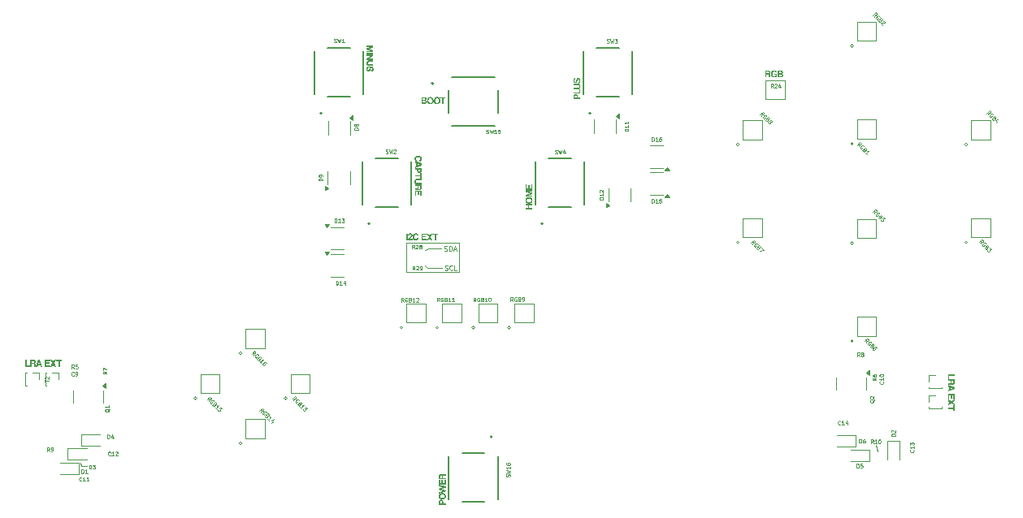
<source format=gbr>
%TF.GenerationSoftware,KiCad,Pcbnew,8.0.2*%
%TF.CreationDate,2025-05-18T15:38:24-07:00*%
%TF.ProjectId,PGS_Main_Board,5047535f-4d61-4696-9e5f-426f6172642e,rev?*%
%TF.SameCoordinates,Original*%
%TF.FileFunction,Legend,Top*%
%TF.FilePolarity,Positive*%
%FSLAX46Y46*%
G04 Gerber Fmt 4.6, Leading zero omitted, Abs format (unit mm)*
G04 Created by KiCad (PCBNEW 8.0.2) date 2025-05-18 15:38:24*
%MOMM*%
%LPD*%
G01*
G04 APERTURE LIST*
%ADD10C,0.100000*%
%ADD11C,0.187500*%
%ADD12C,0.120000*%
%ADD13C,0.127000*%
%ADD14C,0.200000*%
G04 APERTURE END LIST*
D10*
X101200000Y-26950000D02*
X103250000Y-26950000D01*
X103250000Y-28900000D01*
X101200000Y-28900000D01*
X101200000Y-26950000D01*
X112750000Y-64975000D02*
X112872252Y-65653346D01*
X29900000Y-67175000D02*
X29849793Y-66861537D01*
X65975000Y-46500000D02*
X65700000Y-46250000D01*
X63800000Y-43850000D02*
X69300000Y-43850000D01*
X69300000Y-46975000D01*
X63800000Y-46975000D01*
X63800000Y-43850000D01*
X66174999Y-44448396D02*
X65767612Y-44629457D01*
X67425000Y-44450000D02*
X66174999Y-44448396D01*
X67550000Y-46500000D02*
X65975000Y-46500000D01*
X30525000Y-67200000D02*
X29900000Y-67175000D01*
D11*
G36*
X120227500Y-58114777D02*
G01*
X120366168Y-58114777D01*
X120366168Y-57769295D01*
X120930919Y-57769295D01*
X120930919Y-57611575D01*
X120227500Y-57611575D01*
X120227500Y-58114777D01*
G37*
G36*
X120930919Y-58497444D02*
G01*
X120926834Y-58544667D01*
X120915068Y-58587335D01*
X120896355Y-58624911D01*
X120871431Y-58656858D01*
X120841027Y-58682641D01*
X120805880Y-58701721D01*
X120766723Y-58713563D01*
X120724289Y-58717629D01*
X120683190Y-58713712D01*
X120645570Y-58702598D01*
X120612901Y-58685244D01*
X120583007Y-58658386D01*
X120564188Y-58625855D01*
X120561036Y-58634490D01*
X120539475Y-58666798D01*
X120508389Y-58686271D01*
X120470238Y-58695933D01*
X120428267Y-58698578D01*
X120227500Y-58698578D01*
X120227500Y-58544156D01*
X120410682Y-58544156D01*
X120451162Y-58539450D01*
X120482626Y-58516639D01*
X120494643Y-58480577D01*
X120495426Y-58468135D01*
X120626470Y-58468135D01*
X120628924Y-58499710D01*
X120642318Y-58536752D01*
X120673177Y-58562503D01*
X120711833Y-58569252D01*
X120739131Y-58566358D01*
X120774573Y-58547361D01*
X120793528Y-58512916D01*
X120798295Y-58473264D01*
X120798295Y-58291181D01*
X120626470Y-58291181D01*
X120626470Y-58468135D01*
X120495426Y-58468135D01*
X120497144Y-58440841D01*
X120497144Y-58291181D01*
X120227500Y-58291181D01*
X120227500Y-58137674D01*
X120930919Y-58137674D01*
X120930919Y-58497444D01*
G37*
G36*
X120930919Y-58974084D02*
G01*
X120930919Y-59151404D01*
X120227500Y-59401265D01*
X120227500Y-59230173D01*
X120368183Y-59186026D01*
X120368183Y-59140230D01*
X120499525Y-59140230D01*
X120766071Y-59060539D01*
X120499525Y-58978847D01*
X120499525Y-59140230D01*
X120368183Y-59140230D01*
X120368183Y-58937264D01*
X120227500Y-58887805D01*
X120227500Y-58720926D01*
X120930919Y-58974084D01*
G37*
G36*
X120227500Y-60212945D02*
G01*
X120363054Y-60212945D01*
X120363054Y-59825515D01*
X120526636Y-59825515D01*
X120526636Y-60166783D01*
X120661275Y-60166783D01*
X120661275Y-59825515D01*
X120797379Y-59825515D01*
X120797379Y-60196275D01*
X120930919Y-60196275D01*
X120930919Y-59672008D01*
X120227500Y-59672008D01*
X120227500Y-60212945D01*
G37*
G36*
X120227500Y-60848587D02*
G01*
X120592581Y-60618144D01*
X120930919Y-60833932D01*
X120930919Y-60650750D01*
X120712932Y-60527102D01*
X120930919Y-60404553D01*
X120930919Y-60218257D01*
X120586353Y-60435145D01*
X120227500Y-60205618D01*
X120227500Y-60389716D01*
X120459042Y-60526919D01*
X120227500Y-60656978D01*
X120227500Y-60848587D01*
G37*
G36*
X120227500Y-61202495D02*
G01*
X120797379Y-61202495D01*
X120797379Y-61413521D01*
X120930919Y-61413521D01*
X120930919Y-60834665D01*
X120797379Y-60834665D01*
X120797379Y-61044775D01*
X120227500Y-61044775D01*
X120227500Y-61202495D01*
G37*
D10*
X67752423Y-44714304D02*
X67823851Y-44738113D01*
X67823851Y-44738113D02*
X67942899Y-44738113D01*
X67942899Y-44738113D02*
X67990518Y-44714304D01*
X67990518Y-44714304D02*
X68014327Y-44690494D01*
X68014327Y-44690494D02*
X68038137Y-44642875D01*
X68038137Y-44642875D02*
X68038137Y-44595256D01*
X68038137Y-44595256D02*
X68014327Y-44547637D01*
X68014327Y-44547637D02*
X67990518Y-44523827D01*
X67990518Y-44523827D02*
X67942899Y-44500018D01*
X67942899Y-44500018D02*
X67847661Y-44476208D01*
X67847661Y-44476208D02*
X67800042Y-44452399D01*
X67800042Y-44452399D02*
X67776232Y-44428589D01*
X67776232Y-44428589D02*
X67752423Y-44380970D01*
X67752423Y-44380970D02*
X67752423Y-44333351D01*
X67752423Y-44333351D02*
X67776232Y-44285732D01*
X67776232Y-44285732D02*
X67800042Y-44261923D01*
X67800042Y-44261923D02*
X67847661Y-44238113D01*
X67847661Y-44238113D02*
X67966708Y-44238113D01*
X67966708Y-44238113D02*
X68038137Y-44261923D01*
X68252422Y-44738113D02*
X68252422Y-44238113D01*
X68252422Y-44238113D02*
X68371470Y-44238113D01*
X68371470Y-44238113D02*
X68442898Y-44261923D01*
X68442898Y-44261923D02*
X68490517Y-44309542D01*
X68490517Y-44309542D02*
X68514327Y-44357161D01*
X68514327Y-44357161D02*
X68538136Y-44452399D01*
X68538136Y-44452399D02*
X68538136Y-44523827D01*
X68538136Y-44523827D02*
X68514327Y-44619065D01*
X68514327Y-44619065D02*
X68490517Y-44666684D01*
X68490517Y-44666684D02*
X68442898Y-44714304D01*
X68442898Y-44714304D02*
X68371470Y-44738113D01*
X68371470Y-44738113D02*
X68252422Y-44738113D01*
X68728613Y-44595256D02*
X68966708Y-44595256D01*
X68680994Y-44738113D02*
X68847660Y-44238113D01*
X68847660Y-44238113D02*
X69014327Y-44738113D01*
D11*
G36*
X59652500Y-24010964D02*
G01*
X60355919Y-24010964D01*
X60355919Y-23790596D01*
X59867006Y-23669147D01*
X60355919Y-23547697D01*
X60355919Y-23322932D01*
X59652500Y-23322932D01*
X59652500Y-23470211D01*
X60130055Y-23464349D01*
X59652500Y-23589096D01*
X59652500Y-23742786D01*
X60132254Y-23868632D01*
X59652500Y-23862770D01*
X59652500Y-24010964D01*
G37*
G36*
X59652500Y-24210450D02*
G01*
X60355919Y-24210450D01*
X60355919Y-24052730D01*
X59652500Y-24052730D01*
X59652500Y-24210450D01*
G37*
G36*
X59652500Y-24829056D02*
G01*
X60355919Y-24829056D01*
X60355919Y-24680678D01*
X59925624Y-24680678D01*
X60355919Y-24412683D01*
X60355919Y-24249101D01*
X59652500Y-24249101D01*
X59652500Y-24396380D01*
X60102944Y-24396380D01*
X59652500Y-24685624D01*
X59652500Y-24829056D01*
G37*
G36*
X59889720Y-25282432D02*
G01*
X59851965Y-25279284D01*
X59815631Y-25267071D01*
X59785248Y-25240907D01*
X59767355Y-25201572D01*
X59761967Y-25165214D01*
X59761493Y-25148709D01*
X59766689Y-25109491D01*
X59785243Y-25073060D01*
X59816188Y-25047270D01*
X59851728Y-25034114D01*
X59894849Y-25029640D01*
X60355919Y-25029640D01*
X60355919Y-24869722D01*
X59881294Y-24869722D01*
X59835877Y-24872580D01*
X59795027Y-24880993D01*
X59758722Y-24894720D01*
X59726940Y-24913521D01*
X59691563Y-24946063D01*
X59664137Y-24986626D01*
X59648755Y-25021968D01*
X59637794Y-25061258D01*
X59631234Y-25104257D01*
X59629052Y-25150724D01*
X59631421Y-25200691D01*
X59638494Y-25246424D01*
X59650223Y-25287773D01*
X59666562Y-25324591D01*
X59687461Y-25356728D01*
X59712873Y-25384037D01*
X59742750Y-25406368D01*
X59777043Y-25423573D01*
X59815705Y-25435505D01*
X59858688Y-25442013D01*
X59889720Y-25443266D01*
X60355919Y-25443266D01*
X60355919Y-25282432D01*
X59889720Y-25282432D01*
G37*
G36*
X60139947Y-26029815D02*
G01*
X60178319Y-26025740D01*
X60214215Y-26016672D01*
X60257734Y-25996984D01*
X60295676Y-25968825D01*
X60327367Y-25932428D01*
X60346629Y-25899862D01*
X60361715Y-25862890D01*
X60372340Y-25821610D01*
X60378221Y-25776119D01*
X60379366Y-25743501D01*
X60376966Y-25697148D01*
X60369963Y-25655266D01*
X60358651Y-25617876D01*
X60337375Y-25575042D01*
X60309658Y-25540272D01*
X60276200Y-25513610D01*
X60237698Y-25495101D01*
X60194850Y-25484791D01*
X60160280Y-25482467D01*
X60121018Y-25485652D01*
X60080467Y-25497610D01*
X60046393Y-25517977D01*
X60018072Y-25546260D01*
X59994779Y-25581967D01*
X59984792Y-25602451D01*
X59969739Y-25641466D01*
X59958381Y-25679232D01*
X59949194Y-25715498D01*
X59939849Y-25756360D01*
X59931486Y-25794609D01*
X59920457Y-25835808D01*
X59903148Y-25872154D01*
X59873319Y-25895130D01*
X59849970Y-25898290D01*
X59811084Y-25889875D01*
X59782330Y-25865042D01*
X59766103Y-25830332D01*
X59759251Y-25791267D01*
X59758379Y-25768597D01*
X59761327Y-25728348D01*
X59772475Y-25687536D01*
X59791629Y-25655559D01*
X59823680Y-25630369D01*
X59859114Y-25619974D01*
X59872501Y-25618937D01*
X59872501Y-25466530D01*
X59828529Y-25470582D01*
X59789018Y-25480649D01*
X59753940Y-25496381D01*
X59723264Y-25517428D01*
X59696960Y-25543439D01*
X59674999Y-25574064D01*
X59657350Y-25608951D01*
X59643984Y-25647751D01*
X59634871Y-25690113D01*
X59629981Y-25735687D01*
X59629052Y-25767681D01*
X59630928Y-25812659D01*
X59636601Y-25854917D01*
X59646141Y-25894083D01*
X59659616Y-25929786D01*
X59683824Y-25971357D01*
X59715312Y-26005226D01*
X59754246Y-26030510D01*
X59800787Y-26046328D01*
X59840783Y-26051448D01*
X59855099Y-26051797D01*
X59898160Y-26048209D01*
X59933981Y-26038065D01*
X59968626Y-26018549D01*
X59995581Y-25992542D01*
X60016340Y-25961652D01*
X60027473Y-25939140D01*
X60042058Y-25901619D01*
X60053787Y-25864816D01*
X60064974Y-25824721D01*
X60075776Y-25782277D01*
X60084600Y-25745791D01*
X60088107Y-25731045D01*
X60098931Y-25693196D01*
X60115675Y-25657302D01*
X60145320Y-25631691D01*
X60169623Y-25627547D01*
X60205343Y-25636851D01*
X60229918Y-25664942D01*
X60240983Y-25699951D01*
X60244650Y-25739231D01*
X60244727Y-25746615D01*
X60242381Y-25783693D01*
X60233142Y-25819627D01*
X60212994Y-25850479D01*
X60182144Y-25870288D01*
X60139947Y-25879972D01*
X60139947Y-26029815D01*
G37*
G36*
X67438626Y-70663452D02*
G01*
X67484688Y-70669656D01*
X67526566Y-70683730D01*
X67563564Y-70705180D01*
X67594988Y-70733517D01*
X67620141Y-70768248D01*
X67638329Y-70808882D01*
X67648855Y-70854927D01*
X67651303Y-70892716D01*
X67651303Y-71048604D01*
X67897500Y-71048604D01*
X67897500Y-71206324D01*
X67194080Y-71206324D01*
X67194080Y-70915797D01*
X67326704Y-70915797D01*
X67326704Y-71048604D01*
X67521060Y-71048604D01*
X67521060Y-70915797D01*
X67520601Y-70901156D01*
X67513953Y-70863930D01*
X67493881Y-70828946D01*
X67462714Y-70809176D01*
X67422325Y-70802957D01*
X67406971Y-70803807D01*
X67371220Y-70814912D01*
X67344693Y-70840192D01*
X67330709Y-70875249D01*
X67326704Y-70915797D01*
X67194080Y-70915797D01*
X67194080Y-70892716D01*
X67194381Y-70879809D01*
X67198779Y-70842882D01*
X67212267Y-70798119D01*
X67233628Y-70758912D01*
X67261949Y-70725745D01*
X67296315Y-70699104D01*
X67335812Y-70679475D01*
X67379524Y-70667341D01*
X67426538Y-70663189D01*
X67438626Y-70663452D01*
G37*
G36*
X67576832Y-69974963D02*
G01*
X67618993Y-69977797D01*
X67658505Y-69983427D01*
X67695344Y-69991814D01*
X67745542Y-70009479D01*
X67789597Y-70033127D01*
X67827432Y-70062626D01*
X67858969Y-70097844D01*
X67884129Y-70138648D01*
X67902836Y-70184906D01*
X67915010Y-70236487D01*
X67919459Y-70273765D01*
X67920947Y-70313311D01*
X67920553Y-70333355D01*
X67917421Y-70371794D01*
X67906959Y-70425241D01*
X67889735Y-70473498D01*
X67865923Y-70516406D01*
X67835697Y-70553809D01*
X67799231Y-70585550D01*
X67756698Y-70611473D01*
X67708272Y-70631421D01*
X67672801Y-70641323D01*
X67634839Y-70648453D01*
X67594439Y-70652765D01*
X67551652Y-70654213D01*
X67529832Y-70653850D01*
X67487819Y-70650968D01*
X67448039Y-70645248D01*
X67410574Y-70636736D01*
X67358895Y-70618831D01*
X67312880Y-70594899D01*
X67272803Y-70565095D01*
X67238937Y-70529571D01*
X67211556Y-70488484D01*
X67190933Y-70441985D01*
X67177343Y-70390229D01*
X67172324Y-70352881D01*
X67170633Y-70313311D01*
X67311683Y-70313311D01*
X67312646Y-70335194D01*
X67320334Y-70375024D01*
X67335668Y-70409512D01*
X67358605Y-70438541D01*
X67389103Y-70461995D01*
X67427119Y-70479758D01*
X67472609Y-70491714D01*
X67511606Y-70496801D01*
X67554766Y-70498508D01*
X67597505Y-70496753D01*
X67635535Y-70491542D01*
X67679106Y-70479352D01*
X67714763Y-70461344D01*
X67748602Y-70430936D01*
X67770995Y-70392093D01*
X67781012Y-70355191D01*
X67784293Y-70313311D01*
X67780997Y-70275935D01*
X67767345Y-70233198D01*
X67742648Y-70196127D01*
X67714611Y-70171443D01*
X67678944Y-70151916D01*
X67635399Y-70138227D01*
X67597421Y-70132201D01*
X67554766Y-70130129D01*
X67525531Y-70130880D01*
X67485145Y-70134801D01*
X67448932Y-70142033D01*
X67407174Y-70156742D01*
X67372912Y-70177138D01*
X67346189Y-70203106D01*
X67327047Y-70234534D01*
X67315531Y-70271307D01*
X67311683Y-70313311D01*
X67170633Y-70313311D01*
X67171057Y-70293241D01*
X67174425Y-70254798D01*
X67185629Y-70201447D01*
X67203986Y-70153388D01*
X67229240Y-70110750D01*
X67261131Y-70073664D01*
X67299402Y-70042257D01*
X67343794Y-70016661D01*
X67394049Y-69997004D01*
X67430683Y-69987263D01*
X67469731Y-69980257D01*
X67511117Y-69976026D01*
X67554766Y-69974607D01*
X67576832Y-69974963D01*
G37*
G36*
X67897500Y-69326692D02*
G01*
X67194080Y-69128122D01*
X67194080Y-69289506D01*
X67623276Y-69398133D01*
X67194080Y-69499799D01*
X67194080Y-69662465D01*
X67622360Y-69754788D01*
X67194080Y-69864148D01*
X67194080Y-70031760D01*
X67897500Y-69831175D01*
X67897500Y-69685546D01*
X67466655Y-69579849D01*
X67897500Y-69476352D01*
X67897500Y-69326692D01*
G37*
G36*
X67897500Y-68569783D02*
G01*
X67761945Y-68569783D01*
X67761945Y-68957213D01*
X67598363Y-68957213D01*
X67598363Y-68615945D01*
X67463724Y-68615945D01*
X67463724Y-68957213D01*
X67327620Y-68957213D01*
X67327620Y-68586453D01*
X67194080Y-68586453D01*
X67194080Y-69110720D01*
X67897500Y-69110720D01*
X67897500Y-68569783D01*
G37*
G36*
X67441809Y-67976343D02*
G01*
X67479429Y-67987457D01*
X67512098Y-68004811D01*
X67541992Y-68031669D01*
X67560811Y-68064200D01*
X67563963Y-68055565D01*
X67585524Y-68023257D01*
X67616610Y-68003785D01*
X67654761Y-67994123D01*
X67696732Y-67991477D01*
X67897500Y-67991477D01*
X67897500Y-68145900D01*
X67714317Y-68145900D01*
X67673837Y-68150605D01*
X67642373Y-68173416D01*
X67630356Y-68209478D01*
X67627855Y-68249214D01*
X67627855Y-68398874D01*
X67897500Y-68398874D01*
X67897500Y-68552381D01*
X67194080Y-68552381D01*
X67194080Y-68216791D01*
X67326704Y-68216791D01*
X67326704Y-68398874D01*
X67498529Y-68398874D01*
X67498529Y-68221920D01*
X67496075Y-68190345D01*
X67482681Y-68153303D01*
X67451822Y-68127552D01*
X67413166Y-68120804D01*
X67385868Y-68123697D01*
X67350426Y-68142694D01*
X67331471Y-68177140D01*
X67326704Y-68216791D01*
X67194080Y-68216791D01*
X67194080Y-68192611D01*
X67198165Y-68145388D01*
X67209931Y-68102720D01*
X67228644Y-68065144D01*
X67253568Y-68033197D01*
X67283972Y-68007415D01*
X67319119Y-67988334D01*
X67358276Y-67976493D01*
X67400710Y-67972426D01*
X67441809Y-67976343D01*
G37*
G36*
X65759239Y-28702624D02*
G01*
X65802396Y-28712970D01*
X65839397Y-28729693D01*
X65870064Y-28752363D01*
X65894224Y-28780555D01*
X65911698Y-28813841D01*
X65922312Y-28851794D01*
X65925889Y-28893986D01*
X65920770Y-28932451D01*
X65904637Y-28971223D01*
X65881223Y-29001759D01*
X65850968Y-29022763D01*
X65855305Y-29024474D01*
X65889596Y-29045464D01*
X65916272Y-29075382D01*
X65933990Y-29110486D01*
X65943510Y-29146942D01*
X65946955Y-29190375D01*
X65944622Y-29225195D01*
X65934244Y-29267673D01*
X65915554Y-29305206D01*
X65888539Y-29337325D01*
X65853189Y-29363559D01*
X65809493Y-29383439D01*
X65771238Y-29393896D01*
X65728278Y-29400316D01*
X65680608Y-29402500D01*
X65360772Y-29402500D01*
X65360772Y-29272257D01*
X65513180Y-29272257D01*
X65692149Y-29272257D01*
X65730471Y-29266937D01*
X65763720Y-29249167D01*
X65786714Y-29217002D01*
X65793449Y-29180116D01*
X65789719Y-29151557D01*
X65767597Y-29118338D01*
X65731812Y-29102709D01*
X65694347Y-29099150D01*
X65513180Y-29099150D01*
X65513180Y-29272257D01*
X65360772Y-29272257D01*
X65360772Y-28968724D01*
X65513180Y-28968724D01*
X65691233Y-28968724D01*
X65696352Y-28968658D01*
X65734904Y-28962058D01*
X65765585Y-28936397D01*
X65773482Y-28900214D01*
X65772298Y-28882965D01*
X65755547Y-28849391D01*
X65720413Y-28834517D01*
X65682807Y-28831704D01*
X65513180Y-28831704D01*
X65513180Y-28968724D01*
X65360772Y-28968724D01*
X65360772Y-28699080D01*
X65710101Y-28699080D01*
X65759239Y-28702624D01*
G37*
G36*
X66315621Y-28676057D02*
G01*
X66354064Y-28679425D01*
X66407415Y-28690629D01*
X66455474Y-28708986D01*
X66498111Y-28734240D01*
X66535198Y-28766131D01*
X66566604Y-28804402D01*
X66592201Y-28848794D01*
X66611858Y-28899049D01*
X66621599Y-28935683D01*
X66628604Y-28974731D01*
X66632836Y-29016117D01*
X66634255Y-29059766D01*
X66633898Y-29081832D01*
X66631065Y-29123993D01*
X66625435Y-29163505D01*
X66617047Y-29200344D01*
X66599382Y-29250542D01*
X66575734Y-29294597D01*
X66546236Y-29332432D01*
X66511018Y-29363969D01*
X66470214Y-29389129D01*
X66423955Y-29407836D01*
X66372375Y-29420010D01*
X66335097Y-29424459D01*
X66295551Y-29425947D01*
X66275507Y-29425553D01*
X66237068Y-29422421D01*
X66183620Y-29411959D01*
X66135364Y-29394735D01*
X66092456Y-29370923D01*
X66055053Y-29340697D01*
X66023312Y-29304231D01*
X65997389Y-29261698D01*
X65977441Y-29213272D01*
X65967539Y-29177801D01*
X65960409Y-29139839D01*
X65956097Y-29099439D01*
X65954754Y-29059766D01*
X66110354Y-29059766D01*
X66112108Y-29102505D01*
X66117320Y-29140535D01*
X66129509Y-29184106D01*
X66147517Y-29219763D01*
X66177925Y-29253602D01*
X66216768Y-29275995D01*
X66253670Y-29286012D01*
X66295551Y-29289293D01*
X66332927Y-29285997D01*
X66375664Y-29272345D01*
X66412735Y-29247648D01*
X66437419Y-29219611D01*
X66456945Y-29183944D01*
X66470634Y-29140399D01*
X66476660Y-29102421D01*
X66478733Y-29059766D01*
X66477982Y-29030531D01*
X66474061Y-28990145D01*
X66466829Y-28953932D01*
X66452120Y-28912174D01*
X66431724Y-28877912D01*
X66405755Y-28851189D01*
X66374328Y-28832047D01*
X66337555Y-28820531D01*
X66295551Y-28816683D01*
X66273668Y-28817646D01*
X66233837Y-28825334D01*
X66199349Y-28840668D01*
X66170320Y-28863605D01*
X66146867Y-28894103D01*
X66129103Y-28932119D01*
X66117147Y-28977609D01*
X66112060Y-29016606D01*
X66110354Y-29059766D01*
X65954754Y-29059766D01*
X65954649Y-29056652D01*
X65955011Y-29034832D01*
X65957893Y-28992819D01*
X65963613Y-28953039D01*
X65972126Y-28915574D01*
X65990031Y-28863895D01*
X66013963Y-28817880D01*
X66043767Y-28777803D01*
X66079290Y-28743937D01*
X66120378Y-28716556D01*
X66166877Y-28695933D01*
X66218632Y-28682343D01*
X66255980Y-28677324D01*
X66295551Y-28675633D01*
X66315621Y-28676057D01*
G37*
G36*
X67019040Y-28676057D02*
G01*
X67057483Y-28679425D01*
X67110834Y-28690629D01*
X67158893Y-28708986D01*
X67201531Y-28734240D01*
X67238617Y-28766131D01*
X67270024Y-28804402D01*
X67295620Y-28848794D01*
X67315277Y-28899049D01*
X67325018Y-28935683D01*
X67332024Y-28974731D01*
X67336255Y-29016117D01*
X67337674Y-29059766D01*
X67337318Y-29081832D01*
X67334484Y-29123993D01*
X67328854Y-29163505D01*
X67320467Y-29200344D01*
X67302802Y-29250542D01*
X67279154Y-29294597D01*
X67249655Y-29332432D01*
X67214437Y-29363969D01*
X67173633Y-29389129D01*
X67127375Y-29407836D01*
X67075794Y-29420010D01*
X67038516Y-29424459D01*
X66998970Y-29425947D01*
X66978926Y-29425553D01*
X66940487Y-29422421D01*
X66887039Y-29411959D01*
X66838783Y-29394735D01*
X66795875Y-29370923D01*
X66758472Y-29340697D01*
X66726731Y-29304231D01*
X66700808Y-29261698D01*
X66680860Y-29213272D01*
X66670958Y-29177801D01*
X66663828Y-29139839D01*
X66659516Y-29099439D01*
X66658173Y-29059766D01*
X66813773Y-29059766D01*
X66815528Y-29102505D01*
X66820739Y-29140535D01*
X66832929Y-29184106D01*
X66850937Y-29219763D01*
X66881345Y-29253602D01*
X66920188Y-29275995D01*
X66957090Y-29286012D01*
X66998970Y-29289293D01*
X67036346Y-29285997D01*
X67079083Y-29272345D01*
X67116154Y-29247648D01*
X67140838Y-29219611D01*
X67160365Y-29183944D01*
X67174054Y-29140399D01*
X67180080Y-29102421D01*
X67182152Y-29059766D01*
X67181401Y-29030531D01*
X67177480Y-28990145D01*
X67170248Y-28953932D01*
X67155539Y-28912174D01*
X67135143Y-28877912D01*
X67109175Y-28851189D01*
X67077747Y-28832047D01*
X67040974Y-28820531D01*
X66998970Y-28816683D01*
X66977087Y-28817646D01*
X66937257Y-28825334D01*
X66902769Y-28840668D01*
X66873740Y-28863605D01*
X66850286Y-28894103D01*
X66832523Y-28932119D01*
X66820566Y-28977609D01*
X66815480Y-29016606D01*
X66813773Y-29059766D01*
X66658173Y-29059766D01*
X66658068Y-29056652D01*
X66658431Y-29034832D01*
X66661312Y-28992819D01*
X66667033Y-28953039D01*
X66675545Y-28915574D01*
X66693450Y-28863895D01*
X66717382Y-28817880D01*
X66747186Y-28777803D01*
X66782709Y-28743937D01*
X66823797Y-28716556D01*
X66870296Y-28695933D01*
X66922052Y-28682343D01*
X66959400Y-28677324D01*
X66998970Y-28675633D01*
X67019040Y-28676057D01*
G37*
G36*
X67653297Y-29402500D02*
G01*
X67653297Y-28832620D01*
X67864323Y-28832620D01*
X67864323Y-28699080D01*
X67285467Y-28699080D01*
X67285467Y-28832620D01*
X67495577Y-28832620D01*
X67495577Y-29402500D01*
X67653297Y-29402500D01*
G37*
G36*
X64927543Y-35271973D02*
G01*
X64889049Y-35260131D01*
X64851245Y-35240159D01*
X64822709Y-35213709D01*
X64803563Y-35180580D01*
X64793931Y-35140568D01*
X64792721Y-35117917D01*
X64796715Y-35079256D01*
X64812675Y-35038284D01*
X64840364Y-35005439D01*
X64879291Y-34980677D01*
X64918194Y-34966654D01*
X64963725Y-34957752D01*
X65002071Y-34954420D01*
X65029576Y-34953786D01*
X65069793Y-34955219D01*
X65106685Y-34959548D01*
X65150463Y-34969908D01*
X65187759Y-34985614D01*
X65218245Y-35006776D01*
X65246280Y-35041072D01*
X65262529Y-35084288D01*
X65266613Y-35125428D01*
X65261993Y-35162158D01*
X65245230Y-35201188D01*
X65221493Y-35230015D01*
X65189460Y-35253326D01*
X65149466Y-35269939D01*
X65142049Y-35271973D01*
X65142049Y-35428960D01*
X65182638Y-35422307D01*
X65221083Y-35410606D01*
X65256983Y-35394036D01*
X65289931Y-35372775D01*
X65319525Y-35347001D01*
X65345361Y-35316894D01*
X65367034Y-35282630D01*
X65384142Y-35244390D01*
X65396279Y-35202351D01*
X65403042Y-35156691D01*
X65404366Y-35124329D01*
X65402653Y-35087290D01*
X65393792Y-35035159D01*
X65377645Y-34987377D01*
X65354503Y-34944213D01*
X65324661Y-34905934D01*
X65288412Y-34872808D01*
X65246050Y-34845105D01*
X65197867Y-34823091D01*
X65162657Y-34811708D01*
X65125077Y-34803053D01*
X65085215Y-34797204D01*
X65043157Y-34794242D01*
X65021332Y-34793868D01*
X64977813Y-34795524D01*
X64936917Y-34800392D01*
X64898669Y-34808323D01*
X64863094Y-34819167D01*
X64814803Y-34840569D01*
X64772671Y-34867685D01*
X64736785Y-34900011D01*
X64707230Y-34937042D01*
X64684094Y-34978274D01*
X64667461Y-35023202D01*
X64657419Y-35071322D01*
X64654052Y-35122130D01*
X64656856Y-35166901D01*
X64665101Y-35208793D01*
X64678539Y-35247662D01*
X64696923Y-35283362D01*
X64720004Y-35315749D01*
X64747534Y-35344677D01*
X64779265Y-35370003D01*
X64814949Y-35391580D01*
X64854337Y-35409264D01*
X64897182Y-35422910D01*
X64927543Y-35429693D01*
X64927543Y-35271973D01*
G37*
G36*
X65380919Y-35628446D02*
G01*
X65380919Y-35805766D01*
X64677500Y-36055627D01*
X64677500Y-35884534D01*
X64818183Y-35840388D01*
X64818183Y-35794592D01*
X64949525Y-35794592D01*
X65216071Y-35714900D01*
X64949525Y-35633209D01*
X64949525Y-35794592D01*
X64818183Y-35794592D01*
X64818183Y-35591626D01*
X64677500Y-35542167D01*
X64677500Y-35375288D01*
X65380919Y-35628446D01*
G37*
G36*
X65380919Y-36387186D02*
G01*
X65380618Y-36400093D01*
X65376220Y-36437020D01*
X65362732Y-36481783D01*
X65341371Y-36520990D01*
X65313050Y-36554157D01*
X65278684Y-36580798D01*
X65239187Y-36600427D01*
X65195475Y-36612561D01*
X65148461Y-36616713D01*
X65136373Y-36616450D01*
X65090311Y-36610246D01*
X65048433Y-36596172D01*
X65011435Y-36574722D01*
X64980011Y-36546385D01*
X64954858Y-36511654D01*
X64936670Y-36471020D01*
X64926144Y-36424975D01*
X64923696Y-36387186D01*
X64923696Y-36364105D01*
X65053939Y-36364105D01*
X65054398Y-36378746D01*
X65061046Y-36415972D01*
X65081118Y-36450956D01*
X65112285Y-36470726D01*
X65152674Y-36476945D01*
X65168028Y-36476095D01*
X65203779Y-36464990D01*
X65230306Y-36439710D01*
X65244290Y-36404653D01*
X65248295Y-36364105D01*
X65248295Y-36231298D01*
X65053939Y-36231298D01*
X65053939Y-36364105D01*
X64923696Y-36364105D01*
X64923696Y-36231298D01*
X64677500Y-36231298D01*
X64677500Y-36073578D01*
X65380919Y-36073578D01*
X65380919Y-36387186D01*
G37*
G36*
X64677500Y-36981979D02*
G01*
X65247379Y-36981979D01*
X65247379Y-37193004D01*
X65380919Y-37193004D01*
X65380919Y-36614149D01*
X65247379Y-36614149D01*
X65247379Y-36824259D01*
X64677500Y-36824259D01*
X64677500Y-36981979D01*
G37*
G36*
X64914720Y-37628612D02*
G01*
X64876965Y-37625464D01*
X64840631Y-37613251D01*
X64810248Y-37587087D01*
X64792355Y-37547752D01*
X64786967Y-37511394D01*
X64786493Y-37494889D01*
X64791689Y-37455671D01*
X64810243Y-37419239D01*
X64841188Y-37393450D01*
X64876728Y-37380294D01*
X64919849Y-37375820D01*
X65380919Y-37375820D01*
X65380919Y-37215902D01*
X64906294Y-37215902D01*
X64860877Y-37218760D01*
X64820027Y-37227173D01*
X64783722Y-37240900D01*
X64751940Y-37259701D01*
X64716563Y-37292243D01*
X64689137Y-37332806D01*
X64673755Y-37368148D01*
X64662794Y-37407438D01*
X64656234Y-37450437D01*
X64654052Y-37496904D01*
X64656421Y-37546871D01*
X64663494Y-37592604D01*
X64675223Y-37633953D01*
X64691562Y-37670771D01*
X64712461Y-37702908D01*
X64737873Y-37730217D01*
X64767750Y-37752548D01*
X64802043Y-37769753D01*
X64840705Y-37781684D01*
X64883688Y-37788193D01*
X64914720Y-37789445D01*
X65380919Y-37789445D01*
X65380919Y-37628612D01*
X64914720Y-37628612D01*
G37*
G36*
X65380919Y-38190431D02*
G01*
X65376834Y-38237654D01*
X65365068Y-38280322D01*
X65346355Y-38317898D01*
X65321431Y-38349845D01*
X65291027Y-38375628D01*
X65255880Y-38394708D01*
X65216723Y-38406550D01*
X65174289Y-38410616D01*
X65133190Y-38406699D01*
X65095570Y-38395585D01*
X65062901Y-38378231D01*
X65033007Y-38351373D01*
X65014188Y-38318842D01*
X65011036Y-38327477D01*
X64989475Y-38359785D01*
X64958389Y-38379258D01*
X64920238Y-38388919D01*
X64878267Y-38391565D01*
X64677500Y-38391565D01*
X64677500Y-38237143D01*
X64860682Y-38237143D01*
X64901162Y-38232437D01*
X64932626Y-38209626D01*
X64944643Y-38173564D01*
X64945426Y-38161122D01*
X65076470Y-38161122D01*
X65078924Y-38192697D01*
X65092318Y-38229739D01*
X65123177Y-38255490D01*
X65161833Y-38262239D01*
X65189131Y-38259345D01*
X65224573Y-38240348D01*
X65243528Y-38205903D01*
X65248295Y-38166251D01*
X65248295Y-37984168D01*
X65076470Y-37984168D01*
X65076470Y-38161122D01*
X64945426Y-38161122D01*
X64947144Y-38133828D01*
X64947144Y-37984168D01*
X64677500Y-37984168D01*
X64677500Y-37830661D01*
X65380919Y-37830661D01*
X65380919Y-38190431D01*
G37*
G36*
X64677500Y-38978298D02*
G01*
X64813054Y-38978298D01*
X64813054Y-38590867D01*
X64976636Y-38590867D01*
X64976636Y-38932136D01*
X65111275Y-38932136D01*
X65111275Y-38590867D01*
X65247379Y-38590867D01*
X65247379Y-38961628D01*
X65380919Y-38961628D01*
X65380919Y-38437361D01*
X64677500Y-38437361D01*
X64677500Y-38978298D01*
G37*
G36*
X101581007Y-25923165D02*
G01*
X101623675Y-25934931D01*
X101661251Y-25953644D01*
X101693198Y-25978568D01*
X101718980Y-26008972D01*
X101738061Y-26044119D01*
X101749903Y-26083276D01*
X101753969Y-26125710D01*
X101750052Y-26166809D01*
X101738938Y-26204429D01*
X101721584Y-26237098D01*
X101694726Y-26266992D01*
X101662195Y-26285811D01*
X101670830Y-26288963D01*
X101703138Y-26310524D01*
X101722611Y-26341610D01*
X101732272Y-26379761D01*
X101734918Y-26421732D01*
X101734918Y-26622500D01*
X101580496Y-26622500D01*
X101580496Y-26439317D01*
X101575790Y-26398837D01*
X101552979Y-26367373D01*
X101516917Y-26355356D01*
X101477181Y-26352855D01*
X101327521Y-26352855D01*
X101327521Y-26622500D01*
X101174014Y-26622500D01*
X101174014Y-26223529D01*
X101327521Y-26223529D01*
X101504475Y-26223529D01*
X101536050Y-26221075D01*
X101573092Y-26207681D01*
X101598843Y-26176822D01*
X101605591Y-26138166D01*
X101602698Y-26110868D01*
X101583701Y-26075426D01*
X101549255Y-26056471D01*
X101509604Y-26051704D01*
X101327521Y-26051704D01*
X101327521Y-26223529D01*
X101174014Y-26223529D01*
X101174014Y-25919080D01*
X101533784Y-25919080D01*
X101581007Y-25923165D01*
G37*
G36*
X102433025Y-26621950D02*
G01*
X102433025Y-26236352D01*
X102130408Y-26236352D01*
X102130408Y-26364579D01*
X102284831Y-26364579D01*
X102277657Y-26407182D01*
X102257425Y-26445436D01*
X102231987Y-26472304D01*
X102199942Y-26493172D01*
X102162413Y-26506686D01*
X102120516Y-26511491D01*
X102074702Y-26505910D01*
X102035749Y-26490233D01*
X102003424Y-26466060D01*
X101977497Y-26434990D01*
X101957735Y-26398621D01*
X101943906Y-26358554D01*
X101935779Y-26316387D01*
X101933121Y-26273721D01*
X101935058Y-26230502D01*
X101940753Y-26191344D01*
X101953890Y-26145521D01*
X101972987Y-26107089D01*
X101997631Y-26076147D01*
X102027409Y-26052793D01*
X102061910Y-26037127D01*
X102100722Y-26029246D01*
X102121616Y-26028257D01*
X102163998Y-26033190D01*
X102202093Y-26047171D01*
X102234011Y-26068966D01*
X102257860Y-26097345D01*
X102272964Y-26137131D01*
X102273840Y-26143295D01*
X102432476Y-26143295D01*
X102426224Y-26103407D01*
X102414033Y-26066158D01*
X102396319Y-26031826D01*
X102373498Y-26000694D01*
X102345987Y-25973042D01*
X102314203Y-25949151D01*
X102278563Y-25929301D01*
X102239482Y-25913774D01*
X102197377Y-25902849D01*
X102152666Y-25896808D01*
X102121616Y-25895633D01*
X102080018Y-25897569D01*
X102040969Y-25903249D01*
X102004486Y-25912479D01*
X101954614Y-25932556D01*
X101910622Y-25959534D01*
X101872573Y-25992757D01*
X101840531Y-26031574D01*
X101814560Y-26075332D01*
X101794721Y-26123377D01*
X101781080Y-26175056D01*
X101773699Y-26229718D01*
X101772287Y-26267493D01*
X101775555Y-26321953D01*
X101785178Y-26374930D01*
X101800885Y-26425578D01*
X101822403Y-26473051D01*
X101849462Y-26516503D01*
X101881788Y-26555087D01*
X101919111Y-26587960D01*
X101961159Y-26614273D01*
X102007661Y-26633183D01*
X102058344Y-26643842D01*
X102094321Y-26645947D01*
X102138520Y-26643428D01*
X102179609Y-26636311D01*
X102216600Y-26625261D01*
X102254185Y-26607739D01*
X102286492Y-26582870D01*
X102298386Y-26567178D01*
X102300768Y-26622500D01*
X102433025Y-26621950D01*
G37*
G36*
X102870143Y-25922624D02*
G01*
X102913300Y-25932970D01*
X102950301Y-25949693D01*
X102980969Y-25972363D01*
X103005128Y-26000555D01*
X103022603Y-26033841D01*
X103033216Y-26071794D01*
X103036793Y-26113986D01*
X103031674Y-26152451D01*
X103015542Y-26191223D01*
X102992127Y-26221759D01*
X102961872Y-26242763D01*
X102966209Y-26244474D01*
X103000501Y-26265464D01*
X103027176Y-26295382D01*
X103044894Y-26330486D01*
X103054414Y-26366942D01*
X103057859Y-26410375D01*
X103055526Y-26445195D01*
X103045149Y-26487673D01*
X103026458Y-26525206D01*
X102999443Y-26557325D01*
X102964093Y-26583559D01*
X102920397Y-26603439D01*
X102882142Y-26613896D01*
X102839182Y-26620316D01*
X102791513Y-26622500D01*
X102471677Y-26622500D01*
X102471677Y-26492257D01*
X102624084Y-26492257D01*
X102803053Y-26492257D01*
X102841375Y-26486937D01*
X102874624Y-26469167D01*
X102897618Y-26437002D01*
X102904353Y-26400116D01*
X102900623Y-26371557D01*
X102878501Y-26338338D01*
X102842717Y-26322709D01*
X102805251Y-26319150D01*
X102624084Y-26319150D01*
X102624084Y-26492257D01*
X102471677Y-26492257D01*
X102471677Y-26188724D01*
X102624084Y-26188724D01*
X102802137Y-26188724D01*
X102807257Y-26188658D01*
X102845808Y-26182058D01*
X102876489Y-26156397D01*
X102884386Y-26120214D01*
X102883202Y-26102965D01*
X102866451Y-26069391D01*
X102831317Y-26054517D01*
X102793711Y-26051704D01*
X102624084Y-26051704D01*
X102624084Y-26188724D01*
X102471677Y-26188724D01*
X102471677Y-25919080D01*
X102821005Y-25919080D01*
X102870143Y-25922624D01*
G37*
D10*
X67811027Y-46709800D02*
X67882455Y-46733609D01*
X67882455Y-46733609D02*
X68001503Y-46733609D01*
X68001503Y-46733609D02*
X68049122Y-46709800D01*
X68049122Y-46709800D02*
X68072931Y-46685990D01*
X68072931Y-46685990D02*
X68096741Y-46638371D01*
X68096741Y-46638371D02*
X68096741Y-46590752D01*
X68096741Y-46590752D02*
X68072931Y-46543133D01*
X68072931Y-46543133D02*
X68049122Y-46519323D01*
X68049122Y-46519323D02*
X68001503Y-46495514D01*
X68001503Y-46495514D02*
X67906265Y-46471704D01*
X67906265Y-46471704D02*
X67858646Y-46447895D01*
X67858646Y-46447895D02*
X67834836Y-46424085D01*
X67834836Y-46424085D02*
X67811027Y-46376466D01*
X67811027Y-46376466D02*
X67811027Y-46328847D01*
X67811027Y-46328847D02*
X67834836Y-46281228D01*
X67834836Y-46281228D02*
X67858646Y-46257419D01*
X67858646Y-46257419D02*
X67906265Y-46233609D01*
X67906265Y-46233609D02*
X68025312Y-46233609D01*
X68025312Y-46233609D02*
X68096741Y-46257419D01*
X68596740Y-46685990D02*
X68572931Y-46709800D01*
X68572931Y-46709800D02*
X68501502Y-46733609D01*
X68501502Y-46733609D02*
X68453883Y-46733609D01*
X68453883Y-46733609D02*
X68382455Y-46709800D01*
X68382455Y-46709800D02*
X68334836Y-46662180D01*
X68334836Y-46662180D02*
X68311026Y-46614561D01*
X68311026Y-46614561D02*
X68287217Y-46519323D01*
X68287217Y-46519323D02*
X68287217Y-46447895D01*
X68287217Y-46447895D02*
X68311026Y-46352657D01*
X68311026Y-46352657D02*
X68334836Y-46305038D01*
X68334836Y-46305038D02*
X68382455Y-46257419D01*
X68382455Y-46257419D02*
X68453883Y-46233609D01*
X68453883Y-46233609D02*
X68501502Y-46233609D01*
X68501502Y-46233609D02*
X68572931Y-46257419D01*
X68572931Y-46257419D02*
X68596740Y-46281228D01*
X69049121Y-46733609D02*
X68811026Y-46733609D01*
X68811026Y-46733609D02*
X68811026Y-46233609D01*
D11*
G36*
X76922500Y-39828235D02*
G01*
X76219080Y-39828235D01*
X76219080Y-39986871D01*
X76477001Y-39986871D01*
X76477001Y-40247173D01*
X76219080Y-40247173D01*
X76219080Y-40404893D01*
X76922500Y-40404893D01*
X76922500Y-40247173D01*
X76610540Y-40247173D01*
X76610540Y-39986871D01*
X76922500Y-39986871D01*
X76922500Y-39828235D01*
G37*
G36*
X76601832Y-39117845D02*
G01*
X76643993Y-39120679D01*
X76683505Y-39126309D01*
X76720344Y-39134696D01*
X76770542Y-39152361D01*
X76814597Y-39176009D01*
X76852432Y-39205508D01*
X76883969Y-39240725D01*
X76909129Y-39281529D01*
X76927836Y-39327788D01*
X76940010Y-39379368D01*
X76944459Y-39416647D01*
X76945947Y-39456192D01*
X76945553Y-39476236D01*
X76942421Y-39514675D01*
X76931959Y-39568123D01*
X76914735Y-39616379D01*
X76890923Y-39659287D01*
X76860697Y-39696690D01*
X76824231Y-39728432D01*
X76781698Y-39754355D01*
X76733272Y-39774302D01*
X76697801Y-39784204D01*
X76659839Y-39791334D01*
X76619439Y-39795647D01*
X76576652Y-39797094D01*
X76554832Y-39796732D01*
X76512819Y-39793850D01*
X76473039Y-39788130D01*
X76435574Y-39779617D01*
X76383895Y-39761712D01*
X76337880Y-39737781D01*
X76297803Y-39707976D01*
X76263937Y-39672453D01*
X76236556Y-39631365D01*
X76215933Y-39584867D01*
X76202343Y-39533111D01*
X76197324Y-39495763D01*
X76195633Y-39456192D01*
X76336683Y-39456192D01*
X76337646Y-39478075D01*
X76345334Y-39517906D01*
X76360668Y-39552394D01*
X76383605Y-39581423D01*
X76414103Y-39604877D01*
X76452119Y-39622640D01*
X76497609Y-39634596D01*
X76536606Y-39639683D01*
X76579766Y-39641390D01*
X76622505Y-39639635D01*
X76660535Y-39634423D01*
X76704106Y-39622234D01*
X76739763Y-39604226D01*
X76773602Y-39573818D01*
X76795995Y-39534975D01*
X76806012Y-39498073D01*
X76809293Y-39456192D01*
X76805997Y-39418816D01*
X76792345Y-39376079D01*
X76767648Y-39339009D01*
X76739611Y-39314324D01*
X76703944Y-39294798D01*
X76660399Y-39281109D01*
X76622421Y-39275083D01*
X76579766Y-39273010D01*
X76550531Y-39273761D01*
X76510145Y-39277682D01*
X76473932Y-39284914D01*
X76432174Y-39299624D01*
X76397912Y-39320019D01*
X76371189Y-39345988D01*
X76352047Y-39377415D01*
X76340531Y-39414188D01*
X76336683Y-39456192D01*
X76195633Y-39456192D01*
X76196057Y-39436122D01*
X76199425Y-39397679D01*
X76210629Y-39344328D01*
X76228986Y-39296269D01*
X76254240Y-39253632D01*
X76286131Y-39216545D01*
X76324402Y-39185139D01*
X76368794Y-39159543D01*
X76419049Y-39139885D01*
X76455683Y-39130144D01*
X76494731Y-39123139D01*
X76536117Y-39118908D01*
X76579766Y-39117489D01*
X76601832Y-39117845D01*
G37*
G36*
X76922500Y-38397216D02*
G01*
X76219080Y-38397216D01*
X76219080Y-38617585D01*
X76707993Y-38739034D01*
X76219080Y-38860484D01*
X76219080Y-39085249D01*
X76922500Y-39085249D01*
X76922500Y-38937970D01*
X76444944Y-38943832D01*
X76922500Y-38819085D01*
X76922500Y-38665395D01*
X76442745Y-38539549D01*
X76922500Y-38545411D01*
X76922500Y-38397216D01*
G37*
G36*
X76922500Y-37814514D02*
G01*
X76786945Y-37814514D01*
X76786945Y-38201944D01*
X76623363Y-38201944D01*
X76623363Y-37860676D01*
X76488724Y-37860676D01*
X76488724Y-38201944D01*
X76352620Y-38201944D01*
X76352620Y-37831184D01*
X76219080Y-37831184D01*
X76219080Y-38355451D01*
X76922500Y-38355451D01*
X76922500Y-37814514D01*
G37*
G36*
X81463626Y-28364830D02*
G01*
X81509688Y-28371034D01*
X81551566Y-28385108D01*
X81588564Y-28406558D01*
X81619988Y-28434895D01*
X81645141Y-28469626D01*
X81663329Y-28510260D01*
X81673855Y-28556305D01*
X81676303Y-28594094D01*
X81676303Y-28749982D01*
X81922500Y-28749982D01*
X81922500Y-28907702D01*
X81219080Y-28907702D01*
X81219080Y-28617175D01*
X81351704Y-28617175D01*
X81351704Y-28749982D01*
X81546060Y-28749982D01*
X81546060Y-28617175D01*
X81545601Y-28602534D01*
X81538953Y-28565308D01*
X81518881Y-28530324D01*
X81487714Y-28510554D01*
X81447325Y-28504335D01*
X81431971Y-28505185D01*
X81396220Y-28516290D01*
X81369693Y-28541570D01*
X81355709Y-28576627D01*
X81351704Y-28617175D01*
X81219080Y-28617175D01*
X81219080Y-28594094D01*
X81219381Y-28581187D01*
X81223779Y-28544260D01*
X81237267Y-28499497D01*
X81258628Y-28460290D01*
X81286949Y-28427123D01*
X81321315Y-28400482D01*
X81360812Y-28380853D01*
X81404524Y-28368719D01*
X81451538Y-28364567D01*
X81463626Y-28364830D01*
G37*
G36*
X81922500Y-27843963D02*
G01*
X81783831Y-27843963D01*
X81783831Y-28189444D01*
X81219080Y-28189444D01*
X81219080Y-28347164D01*
X81922500Y-28347164D01*
X81922500Y-27843963D01*
G37*
G36*
X81685279Y-27436932D02*
G01*
X81723034Y-27440080D01*
X81759368Y-27452293D01*
X81789751Y-27478457D01*
X81807644Y-27517792D01*
X81813032Y-27554150D01*
X81813506Y-27570655D01*
X81808310Y-27609873D01*
X81789756Y-27646304D01*
X81758811Y-27672094D01*
X81723271Y-27685250D01*
X81680150Y-27689724D01*
X81219080Y-27689724D01*
X81219080Y-27849642D01*
X81693705Y-27849642D01*
X81739122Y-27846784D01*
X81779972Y-27838371D01*
X81816277Y-27824644D01*
X81848059Y-27805843D01*
X81883436Y-27773300D01*
X81910862Y-27732738D01*
X81926244Y-27697396D01*
X81937205Y-27658105D01*
X81943765Y-27615107D01*
X81945947Y-27568640D01*
X81943578Y-27518673D01*
X81936505Y-27472940D01*
X81924776Y-27431591D01*
X81908437Y-27394773D01*
X81887538Y-27362636D01*
X81862126Y-27335327D01*
X81832249Y-27312996D01*
X81797956Y-27295790D01*
X81759294Y-27283859D01*
X81716311Y-27277351D01*
X81685279Y-27276098D01*
X81219080Y-27276098D01*
X81219080Y-27436932D01*
X81685279Y-27436932D01*
G37*
G36*
X81435052Y-26689549D02*
G01*
X81396680Y-26693624D01*
X81360784Y-26702692D01*
X81317265Y-26722380D01*
X81279323Y-26750539D01*
X81247632Y-26786936D01*
X81228370Y-26819502D01*
X81213284Y-26856474D01*
X81202659Y-26897754D01*
X81196778Y-26943245D01*
X81195633Y-26975863D01*
X81198033Y-27022216D01*
X81205036Y-27064098D01*
X81216348Y-27101488D01*
X81237624Y-27144322D01*
X81265341Y-27179092D01*
X81298799Y-27205754D01*
X81337301Y-27224263D01*
X81380149Y-27234572D01*
X81414719Y-27236897D01*
X81453981Y-27233711D01*
X81494532Y-27221754D01*
X81528606Y-27201387D01*
X81556927Y-27173103D01*
X81580220Y-27137397D01*
X81590207Y-27116913D01*
X81605260Y-27077898D01*
X81616618Y-27040132D01*
X81625805Y-27003866D01*
X81635150Y-26963004D01*
X81643513Y-26924755D01*
X81654542Y-26883556D01*
X81671851Y-26847210D01*
X81701680Y-26824234D01*
X81725029Y-26821074D01*
X81763915Y-26829489D01*
X81792669Y-26854321D01*
X81808896Y-26889032D01*
X81815748Y-26928097D01*
X81816620Y-26950767D01*
X81813672Y-26991015D01*
X81802524Y-27031828D01*
X81783370Y-27063805D01*
X81751319Y-27088995D01*
X81715885Y-27099390D01*
X81702498Y-27100427D01*
X81702498Y-27252834D01*
X81746470Y-27248782D01*
X81785981Y-27238715D01*
X81821059Y-27222983D01*
X81851735Y-27201936D01*
X81878039Y-27175925D01*
X81900000Y-27145300D01*
X81917649Y-27110413D01*
X81931015Y-27071613D01*
X81940128Y-27029250D01*
X81945018Y-26983677D01*
X81945947Y-26951683D01*
X81944071Y-26906705D01*
X81938398Y-26864447D01*
X81928858Y-26825281D01*
X81915383Y-26789578D01*
X81891175Y-26748007D01*
X81859687Y-26714138D01*
X81820753Y-26688854D01*
X81774212Y-26673036D01*
X81734216Y-26667916D01*
X81719900Y-26667567D01*
X81676839Y-26671155D01*
X81641018Y-26681299D01*
X81606373Y-26700815D01*
X81579418Y-26726822D01*
X81558659Y-26757712D01*
X81547526Y-26780224D01*
X81532941Y-26817745D01*
X81521212Y-26854548D01*
X81510025Y-26894643D01*
X81499223Y-26937087D01*
X81490399Y-26973573D01*
X81486892Y-26988319D01*
X81476068Y-27026168D01*
X81459324Y-27062062D01*
X81429679Y-27087673D01*
X81405376Y-27091817D01*
X81369656Y-27082513D01*
X81345081Y-27054422D01*
X81334016Y-27019413D01*
X81330349Y-26980133D01*
X81330272Y-26972749D01*
X81332618Y-26935671D01*
X81341857Y-26899737D01*
X81362005Y-26868884D01*
X81392855Y-26849076D01*
X81435052Y-26839392D01*
X81435052Y-26689549D01*
G37*
G36*
X24589777Y-56797500D02*
G01*
X24589777Y-56658831D01*
X24244295Y-56658831D01*
X24244295Y-56094080D01*
X24086575Y-56094080D01*
X24086575Y-56797500D01*
X24589777Y-56797500D01*
G37*
G36*
X25019667Y-56098165D02*
G01*
X25062335Y-56109931D01*
X25099911Y-56128644D01*
X25131858Y-56153568D01*
X25157641Y-56183972D01*
X25176721Y-56219119D01*
X25188563Y-56258276D01*
X25192629Y-56300710D01*
X25188712Y-56341809D01*
X25177598Y-56379429D01*
X25160244Y-56412098D01*
X25133386Y-56441992D01*
X25100855Y-56460811D01*
X25109490Y-56463963D01*
X25141798Y-56485524D01*
X25161271Y-56516610D01*
X25170933Y-56554761D01*
X25173578Y-56596732D01*
X25173578Y-56797500D01*
X25019156Y-56797500D01*
X25019156Y-56614317D01*
X25014450Y-56573837D01*
X24991639Y-56542373D01*
X24955577Y-56530356D01*
X24915841Y-56527855D01*
X24766181Y-56527855D01*
X24766181Y-56797500D01*
X24612674Y-56797500D01*
X24612674Y-56398529D01*
X24766181Y-56398529D01*
X24943135Y-56398529D01*
X24974710Y-56396075D01*
X25011752Y-56382681D01*
X25037503Y-56351822D01*
X25044252Y-56313166D01*
X25041358Y-56285868D01*
X25022361Y-56250426D01*
X24987916Y-56231471D01*
X24948264Y-56226704D01*
X24766181Y-56226704D01*
X24766181Y-56398529D01*
X24612674Y-56398529D01*
X24612674Y-56094080D01*
X24972444Y-56094080D01*
X25019667Y-56098165D01*
G37*
G36*
X25876265Y-56797500D02*
G01*
X25705173Y-56797500D01*
X25661026Y-56656816D01*
X25412264Y-56656816D01*
X25362805Y-56797500D01*
X25195926Y-56797500D01*
X25293827Y-56525474D01*
X25453847Y-56525474D01*
X25615230Y-56525474D01*
X25535539Y-56258927D01*
X25453847Y-56525474D01*
X25293827Y-56525474D01*
X25449084Y-56094080D01*
X25626404Y-56094080D01*
X25876265Y-56797500D01*
G37*
G36*
X26687945Y-56797500D02*
G01*
X26687945Y-56661945D01*
X26300515Y-56661945D01*
X26300515Y-56498363D01*
X26641783Y-56498363D01*
X26641783Y-56363724D01*
X26300515Y-56363724D01*
X26300515Y-56227620D01*
X26671275Y-56227620D01*
X26671275Y-56094080D01*
X26147008Y-56094080D01*
X26147008Y-56797500D01*
X26687945Y-56797500D01*
G37*
G36*
X27323587Y-56797500D02*
G01*
X27093144Y-56432418D01*
X27308932Y-56094080D01*
X27125750Y-56094080D01*
X27002102Y-56312067D01*
X26879553Y-56094080D01*
X26693257Y-56094080D01*
X26910145Y-56438646D01*
X26680618Y-56797500D01*
X26864716Y-56797500D01*
X27001919Y-56565957D01*
X27131978Y-56797500D01*
X27323587Y-56797500D01*
G37*
G36*
X27677495Y-56797500D02*
G01*
X27677495Y-56227620D01*
X27888521Y-56227620D01*
X27888521Y-56094080D01*
X27309665Y-56094080D01*
X27309665Y-56227620D01*
X27519775Y-56227620D01*
X27519775Y-56797500D01*
X27677495Y-56797500D01*
G37*
G36*
X63934264Y-43622500D02*
G01*
X63934264Y-42919080D01*
X63776544Y-42919080D01*
X63776544Y-43622500D01*
X63934264Y-43622500D01*
G37*
G36*
X64439297Y-43622500D02*
G01*
X64439297Y-43492257D01*
X64139611Y-43492257D01*
X64153932Y-43458072D01*
X64177378Y-43428306D01*
X64205125Y-43401406D01*
X64233217Y-43379234D01*
X64272831Y-43350668D01*
X64307624Y-43323929D01*
X64337797Y-43298586D01*
X64371192Y-43266215D01*
X64397212Y-43234529D01*
X64416337Y-43202500D01*
X64431275Y-43160419D01*
X64436635Y-43123868D01*
X64437282Y-43104277D01*
X64434702Y-43066877D01*
X64423571Y-43022784D01*
X64404263Y-42985272D01*
X64377443Y-42954324D01*
X64343776Y-42929924D01*
X64303928Y-42912054D01*
X64258564Y-42900696D01*
X64221321Y-42896442D01*
X64195116Y-42895633D01*
X64155811Y-42898081D01*
X64119704Y-42905324D01*
X64076790Y-42922182D01*
X64040166Y-42946942D01*
X64010179Y-42979247D01*
X63987173Y-43018742D01*
X63971495Y-43065069D01*
X63964754Y-43104084D01*
X63962474Y-43146592D01*
X64105539Y-43146592D01*
X64108124Y-43106703D01*
X64117791Y-43070719D01*
X64141058Y-43040230D01*
X64175178Y-43026186D01*
X64201527Y-43024043D01*
X64241766Y-43029078D01*
X64274814Y-43049669D01*
X64290447Y-43085928D01*
X64292202Y-43108490D01*
X64286332Y-43147173D01*
X64265984Y-43182885D01*
X64238754Y-43211098D01*
X64206828Y-43237454D01*
X64174523Y-43261388D01*
X64165440Y-43267859D01*
X64133391Y-43291421D01*
X64104655Y-43314240D01*
X64067383Y-43347335D01*
X64036587Y-43379429D01*
X64011681Y-43410925D01*
X63992081Y-43442225D01*
X63973186Y-43484352D01*
X63961292Y-43527803D01*
X63955009Y-43573534D01*
X63952949Y-43622500D01*
X64439297Y-43622500D01*
G37*
G36*
X64930592Y-43372456D02*
G01*
X64918749Y-43410950D01*
X64898777Y-43448754D01*
X64872328Y-43477290D01*
X64839198Y-43496436D01*
X64799186Y-43506068D01*
X64776536Y-43507278D01*
X64737875Y-43503284D01*
X64696902Y-43487324D01*
X64664058Y-43459635D01*
X64639295Y-43420708D01*
X64625273Y-43381805D01*
X64616370Y-43336274D01*
X64613038Y-43297928D01*
X64612404Y-43270423D01*
X64613837Y-43230206D01*
X64618167Y-43193314D01*
X64628527Y-43149536D01*
X64644232Y-43112240D01*
X64665394Y-43081754D01*
X64699691Y-43053719D01*
X64742906Y-43037470D01*
X64784046Y-43033386D01*
X64820776Y-43038006D01*
X64859806Y-43054769D01*
X64888634Y-43078506D01*
X64911944Y-43110539D01*
X64928557Y-43150533D01*
X64930592Y-43157950D01*
X65087579Y-43157950D01*
X65080926Y-43117361D01*
X65069225Y-43078916D01*
X65052654Y-43043016D01*
X65031393Y-43010068D01*
X65005620Y-42980474D01*
X64975512Y-42954638D01*
X64941249Y-42932965D01*
X64903009Y-42915857D01*
X64860969Y-42903720D01*
X64815310Y-42896957D01*
X64782947Y-42895633D01*
X64745909Y-42897346D01*
X64693777Y-42906207D01*
X64645995Y-42922354D01*
X64602831Y-42945496D01*
X64564552Y-42975338D01*
X64531427Y-43011587D01*
X64503723Y-43053949D01*
X64481709Y-43102132D01*
X64470327Y-43137342D01*
X64461671Y-43174922D01*
X64455823Y-43214784D01*
X64452860Y-43256842D01*
X64452486Y-43278667D01*
X64454142Y-43322186D01*
X64459011Y-43363082D01*
X64466941Y-43401330D01*
X64477786Y-43436905D01*
X64499187Y-43485196D01*
X64526303Y-43527328D01*
X64558629Y-43563214D01*
X64595660Y-43592769D01*
X64636892Y-43615905D01*
X64681820Y-43632538D01*
X64729941Y-43642580D01*
X64780749Y-43645947D01*
X64825520Y-43643143D01*
X64867412Y-43634898D01*
X64906280Y-43621460D01*
X64941981Y-43603076D01*
X64974367Y-43579995D01*
X65003296Y-43552465D01*
X65028621Y-43520734D01*
X65050198Y-43485050D01*
X65067883Y-43445662D01*
X65081529Y-43402817D01*
X65088312Y-43372456D01*
X64930592Y-43372456D01*
G37*
G36*
X65897977Y-43622500D02*
G01*
X65897977Y-43486945D01*
X65510546Y-43486945D01*
X65510546Y-43323363D01*
X65851815Y-43323363D01*
X65851815Y-43188724D01*
X65510546Y-43188724D01*
X65510546Y-43052620D01*
X65881307Y-43052620D01*
X65881307Y-42919080D01*
X65357040Y-42919080D01*
X65357040Y-43622500D01*
X65897977Y-43622500D01*
G37*
G36*
X66533619Y-43622500D02*
G01*
X66303176Y-43257418D01*
X66518964Y-42919080D01*
X66335782Y-42919080D01*
X66212134Y-43137067D01*
X66089585Y-42919080D01*
X65903289Y-42919080D01*
X66120177Y-43263646D01*
X65890649Y-43622500D01*
X66074747Y-43622500D01*
X66211951Y-43390957D01*
X66342010Y-43622500D01*
X66533619Y-43622500D01*
G37*
G36*
X66887527Y-43622500D02*
G01*
X66887527Y-43052620D01*
X67098552Y-43052620D01*
X67098552Y-42919080D01*
X66519697Y-42919080D01*
X66519697Y-43052620D01*
X66729807Y-43052620D01*
X66729807Y-43622500D01*
X66887527Y-43622500D01*
G37*
D10*
X110917845Y-33847188D02*
X110958251Y-33618220D01*
X110756221Y-33685564D02*
X111039063Y-33402721D01*
X111039063Y-33402721D02*
X111146813Y-33510470D01*
X111146813Y-33510470D02*
X111160282Y-33550877D01*
X111160282Y-33550877D02*
X111160282Y-33577814D01*
X111160282Y-33577814D02*
X111146813Y-33618220D01*
X111146813Y-33618220D02*
X111106407Y-33658626D01*
X111106407Y-33658626D02*
X111066001Y-33672095D01*
X111066001Y-33672095D02*
X111039063Y-33672095D01*
X111039063Y-33672095D02*
X110998657Y-33658626D01*
X110998657Y-33658626D02*
X110890908Y-33550877D01*
X111456593Y-33847188D02*
X111443124Y-33806782D01*
X111443124Y-33806782D02*
X111402718Y-33766376D01*
X111402718Y-33766376D02*
X111348843Y-33739438D01*
X111348843Y-33739438D02*
X111294969Y-33739438D01*
X111294969Y-33739438D02*
X111254563Y-33752907D01*
X111254563Y-33752907D02*
X111187219Y-33793313D01*
X111187219Y-33793313D02*
X111146813Y-33833719D01*
X111146813Y-33833719D02*
X111106407Y-33901063D01*
X111106407Y-33901063D02*
X111092938Y-33941469D01*
X111092938Y-33941469D02*
X111092938Y-33995344D01*
X111092938Y-33995344D02*
X111119876Y-34049218D01*
X111119876Y-34049218D02*
X111146813Y-34076156D01*
X111146813Y-34076156D02*
X111200688Y-34103093D01*
X111200688Y-34103093D02*
X111227625Y-34103093D01*
X111227625Y-34103093D02*
X111321906Y-34008812D01*
X111321906Y-34008812D02*
X111268031Y-33954938D01*
X111564343Y-34197374D02*
X111591280Y-34251249D01*
X111591280Y-34251249D02*
X111591280Y-34278186D01*
X111591280Y-34278186D02*
X111577811Y-34318592D01*
X111577811Y-34318592D02*
X111537405Y-34358999D01*
X111537405Y-34358999D02*
X111496999Y-34372467D01*
X111496999Y-34372467D02*
X111470062Y-34372467D01*
X111470062Y-34372467D02*
X111429656Y-34358999D01*
X111429656Y-34358999D02*
X111321906Y-34251249D01*
X111321906Y-34251249D02*
X111604749Y-33968406D01*
X111604749Y-33968406D02*
X111699030Y-34062687D01*
X111699030Y-34062687D02*
X111712498Y-34103093D01*
X111712498Y-34103093D02*
X111712498Y-34130031D01*
X111712498Y-34130031D02*
X111699030Y-34170437D01*
X111699030Y-34170437D02*
X111672092Y-34197374D01*
X111672092Y-34197374D02*
X111631686Y-34210843D01*
X111631686Y-34210843D02*
X111604749Y-34210843D01*
X111604749Y-34210843D02*
X111564343Y-34197374D01*
X111564343Y-34197374D02*
X111470062Y-34103093D01*
X111752904Y-34682247D02*
X111591280Y-34520623D01*
X111672092Y-34601435D02*
X111954935Y-34318592D01*
X111954935Y-34318592D02*
X111887591Y-34332061D01*
X111887591Y-34332061D02*
X111833717Y-34332061D01*
X111833717Y-34332061D02*
X111793311Y-34318592D01*
X67217857Y-50004847D02*
X67084524Y-49814371D01*
X66989286Y-50004847D02*
X66989286Y-49604847D01*
X66989286Y-49604847D02*
X67141667Y-49604847D01*
X67141667Y-49604847D02*
X67179762Y-49623895D01*
X67179762Y-49623895D02*
X67198809Y-49642942D01*
X67198809Y-49642942D02*
X67217857Y-49681038D01*
X67217857Y-49681038D02*
X67217857Y-49738180D01*
X67217857Y-49738180D02*
X67198809Y-49776276D01*
X67198809Y-49776276D02*
X67179762Y-49795323D01*
X67179762Y-49795323D02*
X67141667Y-49814371D01*
X67141667Y-49814371D02*
X66989286Y-49814371D01*
X67598809Y-49623895D02*
X67560714Y-49604847D01*
X67560714Y-49604847D02*
X67503571Y-49604847D01*
X67503571Y-49604847D02*
X67446428Y-49623895D01*
X67446428Y-49623895D02*
X67408333Y-49661990D01*
X67408333Y-49661990D02*
X67389286Y-49700085D01*
X67389286Y-49700085D02*
X67370238Y-49776276D01*
X67370238Y-49776276D02*
X67370238Y-49833419D01*
X67370238Y-49833419D02*
X67389286Y-49909609D01*
X67389286Y-49909609D02*
X67408333Y-49947704D01*
X67408333Y-49947704D02*
X67446428Y-49985800D01*
X67446428Y-49985800D02*
X67503571Y-50004847D01*
X67503571Y-50004847D02*
X67541667Y-50004847D01*
X67541667Y-50004847D02*
X67598809Y-49985800D01*
X67598809Y-49985800D02*
X67617857Y-49966752D01*
X67617857Y-49966752D02*
X67617857Y-49833419D01*
X67617857Y-49833419D02*
X67541667Y-49833419D01*
X67922619Y-49795323D02*
X67979762Y-49814371D01*
X67979762Y-49814371D02*
X67998809Y-49833419D01*
X67998809Y-49833419D02*
X68017857Y-49871514D01*
X68017857Y-49871514D02*
X68017857Y-49928657D01*
X68017857Y-49928657D02*
X67998809Y-49966752D01*
X67998809Y-49966752D02*
X67979762Y-49985800D01*
X67979762Y-49985800D02*
X67941667Y-50004847D01*
X67941667Y-50004847D02*
X67789286Y-50004847D01*
X67789286Y-50004847D02*
X67789286Y-49604847D01*
X67789286Y-49604847D02*
X67922619Y-49604847D01*
X67922619Y-49604847D02*
X67960714Y-49623895D01*
X67960714Y-49623895D02*
X67979762Y-49642942D01*
X67979762Y-49642942D02*
X67998809Y-49681038D01*
X67998809Y-49681038D02*
X67998809Y-49719133D01*
X67998809Y-49719133D02*
X67979762Y-49757228D01*
X67979762Y-49757228D02*
X67960714Y-49776276D01*
X67960714Y-49776276D02*
X67922619Y-49795323D01*
X67922619Y-49795323D02*
X67789286Y-49795323D01*
X68398809Y-50004847D02*
X68170238Y-50004847D01*
X68284524Y-50004847D02*
X68284524Y-49604847D01*
X68284524Y-49604847D02*
X68246428Y-49661990D01*
X68246428Y-49661990D02*
X68208333Y-49700085D01*
X68208333Y-49700085D02*
X68170238Y-49719133D01*
X68779761Y-50004847D02*
X68551190Y-50004847D01*
X68665476Y-50004847D02*
X68665476Y-49604847D01*
X68665476Y-49604847D02*
X68627380Y-49661990D01*
X68627380Y-49661990D02*
X68589285Y-49700085D01*
X68589285Y-49700085D02*
X68551190Y-49719133D01*
X89388420Y-39699673D02*
X89388420Y-39299673D01*
X89388420Y-39299673D02*
X89483658Y-39299673D01*
X89483658Y-39299673D02*
X89540801Y-39318721D01*
X89540801Y-39318721D02*
X89578896Y-39356816D01*
X89578896Y-39356816D02*
X89597943Y-39394911D01*
X89597943Y-39394911D02*
X89616991Y-39471102D01*
X89616991Y-39471102D02*
X89616991Y-39528245D01*
X89616991Y-39528245D02*
X89597943Y-39604435D01*
X89597943Y-39604435D02*
X89578896Y-39642530D01*
X89578896Y-39642530D02*
X89540801Y-39680626D01*
X89540801Y-39680626D02*
X89483658Y-39699673D01*
X89483658Y-39699673D02*
X89388420Y-39699673D01*
X89997943Y-39699673D02*
X89769372Y-39699673D01*
X89883658Y-39699673D02*
X89883658Y-39299673D01*
X89883658Y-39299673D02*
X89845562Y-39356816D01*
X89845562Y-39356816D02*
X89807467Y-39394911D01*
X89807467Y-39394911D02*
X89769372Y-39413959D01*
X90359848Y-39299673D02*
X90169372Y-39299673D01*
X90169372Y-39299673D02*
X90150324Y-39490149D01*
X90150324Y-39490149D02*
X90169372Y-39471102D01*
X90169372Y-39471102D02*
X90207467Y-39452054D01*
X90207467Y-39452054D02*
X90302705Y-39452054D01*
X90302705Y-39452054D02*
X90340800Y-39471102D01*
X90340800Y-39471102D02*
X90359848Y-39490149D01*
X90359848Y-39490149D02*
X90378895Y-39528245D01*
X90378895Y-39528245D02*
X90378895Y-39623483D01*
X90378895Y-39623483D02*
X90359848Y-39661578D01*
X90359848Y-39661578D02*
X90340800Y-39680626D01*
X90340800Y-39680626D02*
X90302705Y-39699673D01*
X90302705Y-39699673D02*
X90207467Y-39699673D01*
X90207467Y-39699673D02*
X90169372Y-39680626D01*
X90169372Y-39680626D02*
X90150324Y-39661578D01*
X111692845Y-54297188D02*
X111733251Y-54068220D01*
X111531221Y-54135564D02*
X111814063Y-53852721D01*
X111814063Y-53852721D02*
X111921813Y-53960470D01*
X111921813Y-53960470D02*
X111935282Y-54000877D01*
X111935282Y-54000877D02*
X111935282Y-54027814D01*
X111935282Y-54027814D02*
X111921813Y-54068220D01*
X111921813Y-54068220D02*
X111881407Y-54108626D01*
X111881407Y-54108626D02*
X111841001Y-54122095D01*
X111841001Y-54122095D02*
X111814063Y-54122095D01*
X111814063Y-54122095D02*
X111773657Y-54108626D01*
X111773657Y-54108626D02*
X111665908Y-54000877D01*
X112231593Y-54297188D02*
X112218124Y-54256782D01*
X112218124Y-54256782D02*
X112177718Y-54216376D01*
X112177718Y-54216376D02*
X112123843Y-54189438D01*
X112123843Y-54189438D02*
X112069969Y-54189438D01*
X112069969Y-54189438D02*
X112029563Y-54202907D01*
X112029563Y-54202907D02*
X111962219Y-54243313D01*
X111962219Y-54243313D02*
X111921813Y-54283719D01*
X111921813Y-54283719D02*
X111881407Y-54351063D01*
X111881407Y-54351063D02*
X111867938Y-54391469D01*
X111867938Y-54391469D02*
X111867938Y-54445344D01*
X111867938Y-54445344D02*
X111894876Y-54499218D01*
X111894876Y-54499218D02*
X111921813Y-54526156D01*
X111921813Y-54526156D02*
X111975688Y-54553093D01*
X111975688Y-54553093D02*
X112002625Y-54553093D01*
X112002625Y-54553093D02*
X112096906Y-54458812D01*
X112096906Y-54458812D02*
X112043031Y-54404938D01*
X112339343Y-54647374D02*
X112366280Y-54701249D01*
X112366280Y-54701249D02*
X112366280Y-54728186D01*
X112366280Y-54728186D02*
X112352811Y-54768592D01*
X112352811Y-54768592D02*
X112312405Y-54808999D01*
X112312405Y-54808999D02*
X112271999Y-54822467D01*
X112271999Y-54822467D02*
X112245062Y-54822467D01*
X112245062Y-54822467D02*
X112204656Y-54808999D01*
X112204656Y-54808999D02*
X112096906Y-54701249D01*
X112096906Y-54701249D02*
X112379749Y-54418406D01*
X112379749Y-54418406D02*
X112474030Y-54512687D01*
X112474030Y-54512687D02*
X112487498Y-54553093D01*
X112487498Y-54553093D02*
X112487498Y-54580031D01*
X112487498Y-54580031D02*
X112474030Y-54620437D01*
X112474030Y-54620437D02*
X112447092Y-54647374D01*
X112447092Y-54647374D02*
X112406686Y-54660843D01*
X112406686Y-54660843D02*
X112379749Y-54660843D01*
X112379749Y-54660843D02*
X112339343Y-54647374D01*
X112339343Y-54647374D02*
X112245062Y-54553093D01*
X112783810Y-54822467D02*
X112729935Y-54768592D01*
X112729935Y-54768592D02*
X112689529Y-54755124D01*
X112689529Y-54755124D02*
X112662591Y-54755124D01*
X112662591Y-54755124D02*
X112595248Y-54768592D01*
X112595248Y-54768592D02*
X112527904Y-54808999D01*
X112527904Y-54808999D02*
X112420155Y-54916748D01*
X112420155Y-54916748D02*
X112406686Y-54957154D01*
X112406686Y-54957154D02*
X112406686Y-54984092D01*
X112406686Y-54984092D02*
X112420155Y-55024498D01*
X112420155Y-55024498D02*
X112474030Y-55078373D01*
X112474030Y-55078373D02*
X112514436Y-55091841D01*
X112514436Y-55091841D02*
X112541373Y-55091841D01*
X112541373Y-55091841D02*
X112581779Y-55078373D01*
X112581779Y-55078373D02*
X112649123Y-55011029D01*
X112649123Y-55011029D02*
X112662591Y-54970623D01*
X112662591Y-54970623D02*
X112662591Y-54943686D01*
X112662591Y-54943686D02*
X112649123Y-54903279D01*
X112649123Y-54903279D02*
X112595248Y-54849405D01*
X112595248Y-54849405D02*
X112554842Y-54835936D01*
X112554842Y-54835936D02*
X112527904Y-54835936D01*
X112527904Y-54835936D02*
X112487498Y-54849405D01*
X32654762Y-64304847D02*
X32654762Y-63904847D01*
X32654762Y-63904847D02*
X32750000Y-63904847D01*
X32750000Y-63904847D02*
X32807143Y-63923895D01*
X32807143Y-63923895D02*
X32845238Y-63961990D01*
X32845238Y-63961990D02*
X32864285Y-64000085D01*
X32864285Y-64000085D02*
X32883333Y-64076276D01*
X32883333Y-64076276D02*
X32883333Y-64133419D01*
X32883333Y-64133419D02*
X32864285Y-64209609D01*
X32864285Y-64209609D02*
X32845238Y-64247704D01*
X32845238Y-64247704D02*
X32807143Y-64285800D01*
X32807143Y-64285800D02*
X32750000Y-64304847D01*
X32750000Y-64304847D02*
X32654762Y-64304847D01*
X33226190Y-64038180D02*
X33226190Y-64304847D01*
X33130952Y-63885800D02*
X33035714Y-64171514D01*
X33035714Y-64171514D02*
X33283333Y-64171514D01*
X112542845Y-40847188D02*
X112583251Y-40618220D01*
X112381221Y-40685564D02*
X112664063Y-40402721D01*
X112664063Y-40402721D02*
X112771813Y-40510470D01*
X112771813Y-40510470D02*
X112785282Y-40550877D01*
X112785282Y-40550877D02*
X112785282Y-40577814D01*
X112785282Y-40577814D02*
X112771813Y-40618220D01*
X112771813Y-40618220D02*
X112731407Y-40658626D01*
X112731407Y-40658626D02*
X112691001Y-40672095D01*
X112691001Y-40672095D02*
X112664063Y-40672095D01*
X112664063Y-40672095D02*
X112623657Y-40658626D01*
X112623657Y-40658626D02*
X112515908Y-40550877D01*
X113081593Y-40847188D02*
X113068124Y-40806782D01*
X113068124Y-40806782D02*
X113027718Y-40766376D01*
X113027718Y-40766376D02*
X112973843Y-40739438D01*
X112973843Y-40739438D02*
X112919969Y-40739438D01*
X112919969Y-40739438D02*
X112879563Y-40752907D01*
X112879563Y-40752907D02*
X112812219Y-40793313D01*
X112812219Y-40793313D02*
X112771813Y-40833719D01*
X112771813Y-40833719D02*
X112731407Y-40901063D01*
X112731407Y-40901063D02*
X112717938Y-40941469D01*
X112717938Y-40941469D02*
X112717938Y-40995344D01*
X112717938Y-40995344D02*
X112744876Y-41049218D01*
X112744876Y-41049218D02*
X112771813Y-41076156D01*
X112771813Y-41076156D02*
X112825688Y-41103093D01*
X112825688Y-41103093D02*
X112852625Y-41103093D01*
X112852625Y-41103093D02*
X112946906Y-41008812D01*
X112946906Y-41008812D02*
X112893031Y-40954938D01*
X113189343Y-41197374D02*
X113216280Y-41251249D01*
X113216280Y-41251249D02*
X113216280Y-41278186D01*
X113216280Y-41278186D02*
X113202811Y-41318592D01*
X113202811Y-41318592D02*
X113162405Y-41358999D01*
X113162405Y-41358999D02*
X113121999Y-41372467D01*
X113121999Y-41372467D02*
X113095062Y-41372467D01*
X113095062Y-41372467D02*
X113054656Y-41358999D01*
X113054656Y-41358999D02*
X112946906Y-41251249D01*
X112946906Y-41251249D02*
X113229749Y-40968406D01*
X113229749Y-40968406D02*
X113324030Y-41062687D01*
X113324030Y-41062687D02*
X113337498Y-41103093D01*
X113337498Y-41103093D02*
X113337498Y-41130031D01*
X113337498Y-41130031D02*
X113324030Y-41170437D01*
X113324030Y-41170437D02*
X113297092Y-41197374D01*
X113297092Y-41197374D02*
X113256686Y-41210843D01*
X113256686Y-41210843D02*
X113229749Y-41210843D01*
X113229749Y-41210843D02*
X113189343Y-41197374D01*
X113189343Y-41197374D02*
X113095062Y-41103093D01*
X113647278Y-41385936D02*
X113512591Y-41251249D01*
X113512591Y-41251249D02*
X113364436Y-41372467D01*
X113364436Y-41372467D02*
X113391373Y-41372467D01*
X113391373Y-41372467D02*
X113431779Y-41385936D01*
X113431779Y-41385936D02*
X113499123Y-41453279D01*
X113499123Y-41453279D02*
X113512591Y-41493686D01*
X113512591Y-41493686D02*
X113512591Y-41520623D01*
X113512591Y-41520623D02*
X113499123Y-41561029D01*
X113499123Y-41561029D02*
X113431779Y-41628373D01*
X113431779Y-41628373D02*
X113391373Y-41641841D01*
X113391373Y-41641841D02*
X113364436Y-41641841D01*
X113364436Y-41641841D02*
X113324030Y-41628373D01*
X113324030Y-41628373D02*
X113256686Y-41561029D01*
X113256686Y-41561029D02*
X113243217Y-41520623D01*
X113243217Y-41520623D02*
X113243217Y-41493686D01*
X26139847Y-58404761D02*
X26139847Y-58176190D01*
X26539847Y-58290476D02*
X26139847Y-58290476D01*
X26177942Y-58061904D02*
X26158895Y-58042856D01*
X26158895Y-58042856D02*
X26139847Y-58004761D01*
X26139847Y-58004761D02*
X26139847Y-57909523D01*
X26139847Y-57909523D02*
X26158895Y-57871428D01*
X26158895Y-57871428D02*
X26177942Y-57852380D01*
X26177942Y-57852380D02*
X26216038Y-57833333D01*
X26216038Y-57833333D02*
X26254133Y-57833333D01*
X26254133Y-57833333D02*
X26311276Y-57852380D01*
X26311276Y-57852380D02*
X26539847Y-58080952D01*
X26539847Y-58080952D02*
X26539847Y-57833333D01*
X43183158Y-60387501D02*
X43223564Y-60158533D01*
X43021534Y-60225877D02*
X43304376Y-59943034D01*
X43304376Y-59943034D02*
X43412126Y-60050784D01*
X43412126Y-60050784D02*
X43425595Y-60091190D01*
X43425595Y-60091190D02*
X43425595Y-60118127D01*
X43425595Y-60118127D02*
X43412126Y-60158533D01*
X43412126Y-60158533D02*
X43371720Y-60198939D01*
X43371720Y-60198939D02*
X43331314Y-60212408D01*
X43331314Y-60212408D02*
X43304376Y-60212408D01*
X43304376Y-60212408D02*
X43263970Y-60198939D01*
X43263970Y-60198939D02*
X43156221Y-60091190D01*
X43721906Y-60387501D02*
X43708437Y-60347095D01*
X43708437Y-60347095D02*
X43668031Y-60306689D01*
X43668031Y-60306689D02*
X43614157Y-60279751D01*
X43614157Y-60279751D02*
X43560282Y-60279751D01*
X43560282Y-60279751D02*
X43519876Y-60293220D01*
X43519876Y-60293220D02*
X43452532Y-60333626D01*
X43452532Y-60333626D02*
X43412126Y-60374032D01*
X43412126Y-60374032D02*
X43371720Y-60441376D01*
X43371720Y-60441376D02*
X43358251Y-60481782D01*
X43358251Y-60481782D02*
X43358251Y-60535657D01*
X43358251Y-60535657D02*
X43385189Y-60589532D01*
X43385189Y-60589532D02*
X43412126Y-60616469D01*
X43412126Y-60616469D02*
X43466001Y-60643406D01*
X43466001Y-60643406D02*
X43492938Y-60643406D01*
X43492938Y-60643406D02*
X43587219Y-60549125D01*
X43587219Y-60549125D02*
X43533344Y-60495251D01*
X43829656Y-60737687D02*
X43856593Y-60791562D01*
X43856593Y-60791562D02*
X43856593Y-60818499D01*
X43856593Y-60818499D02*
X43843124Y-60858906D01*
X43843124Y-60858906D02*
X43802718Y-60899312D01*
X43802718Y-60899312D02*
X43762312Y-60912780D01*
X43762312Y-60912780D02*
X43735375Y-60912780D01*
X43735375Y-60912780D02*
X43694969Y-60899312D01*
X43694969Y-60899312D02*
X43587219Y-60791562D01*
X43587219Y-60791562D02*
X43870062Y-60508719D01*
X43870062Y-60508719D02*
X43964343Y-60603000D01*
X43964343Y-60603000D02*
X43977811Y-60643406D01*
X43977811Y-60643406D02*
X43977811Y-60670344D01*
X43977811Y-60670344D02*
X43964343Y-60710750D01*
X43964343Y-60710750D02*
X43937405Y-60737687D01*
X43937405Y-60737687D02*
X43896999Y-60751156D01*
X43896999Y-60751156D02*
X43870062Y-60751156D01*
X43870062Y-60751156D02*
X43829656Y-60737687D01*
X43829656Y-60737687D02*
X43735375Y-60643406D01*
X44018218Y-61222561D02*
X43856593Y-61060936D01*
X43937405Y-61141748D02*
X44220248Y-60858906D01*
X44220248Y-60858906D02*
X44152905Y-60872374D01*
X44152905Y-60872374D02*
X44099030Y-60872374D01*
X44099030Y-60872374D02*
X44058624Y-60858906D01*
X44556965Y-61195623D02*
X44422278Y-61060936D01*
X44422278Y-61060936D02*
X44274123Y-61182154D01*
X44274123Y-61182154D02*
X44301060Y-61182154D01*
X44301060Y-61182154D02*
X44341466Y-61195623D01*
X44341466Y-61195623D02*
X44408810Y-61262966D01*
X44408810Y-61262966D02*
X44422278Y-61303372D01*
X44422278Y-61303372D02*
X44422278Y-61330310D01*
X44422278Y-61330310D02*
X44408810Y-61370716D01*
X44408810Y-61370716D02*
X44341466Y-61438059D01*
X44341466Y-61438059D02*
X44301060Y-61451528D01*
X44301060Y-61451528D02*
X44274123Y-61451528D01*
X44274123Y-61451528D02*
X44233717Y-61438059D01*
X44233717Y-61438059D02*
X44166373Y-61370716D01*
X44166373Y-61370716D02*
X44152904Y-61330310D01*
X44152904Y-61330310D02*
X44152904Y-61303372D01*
X29954762Y-67904847D02*
X29954762Y-67504847D01*
X29954762Y-67504847D02*
X30050000Y-67504847D01*
X30050000Y-67504847D02*
X30107143Y-67523895D01*
X30107143Y-67523895D02*
X30145238Y-67561990D01*
X30145238Y-67561990D02*
X30164285Y-67600085D01*
X30164285Y-67600085D02*
X30183333Y-67676276D01*
X30183333Y-67676276D02*
X30183333Y-67733419D01*
X30183333Y-67733419D02*
X30164285Y-67809609D01*
X30164285Y-67809609D02*
X30145238Y-67847704D01*
X30145238Y-67847704D02*
X30107143Y-67885800D01*
X30107143Y-67885800D02*
X30050000Y-67904847D01*
X30050000Y-67904847D02*
X29954762Y-67904847D01*
X30564285Y-67904847D02*
X30335714Y-67904847D01*
X30450000Y-67904847D02*
X30450000Y-67504847D01*
X30450000Y-67504847D02*
X30411904Y-67561990D01*
X30411904Y-67561990D02*
X30373809Y-67600085D01*
X30373809Y-67600085D02*
X30335714Y-67619133D01*
X114729847Y-64020237D02*
X114329847Y-64020237D01*
X114329847Y-64020237D02*
X114329847Y-63924999D01*
X114329847Y-63924999D02*
X114348895Y-63867856D01*
X114348895Y-63867856D02*
X114386990Y-63829761D01*
X114386990Y-63829761D02*
X114425085Y-63810714D01*
X114425085Y-63810714D02*
X114501276Y-63791666D01*
X114501276Y-63791666D02*
X114558419Y-63791666D01*
X114558419Y-63791666D02*
X114634609Y-63810714D01*
X114634609Y-63810714D02*
X114672704Y-63829761D01*
X114672704Y-63829761D02*
X114710800Y-63867856D01*
X114710800Y-63867856D02*
X114729847Y-63924999D01*
X114729847Y-63924999D02*
X114729847Y-64020237D01*
X114367942Y-63639285D02*
X114348895Y-63620237D01*
X114348895Y-63620237D02*
X114329847Y-63582142D01*
X114329847Y-63582142D02*
X114329847Y-63486904D01*
X114329847Y-63486904D02*
X114348895Y-63448809D01*
X114348895Y-63448809D02*
X114367942Y-63429761D01*
X114367942Y-63429761D02*
X114406038Y-63410714D01*
X114406038Y-63410714D02*
X114444133Y-63410714D01*
X114444133Y-63410714D02*
X114501276Y-63429761D01*
X114501276Y-63429761D02*
X114729847Y-63658333D01*
X114729847Y-63658333D02*
X114729847Y-63410714D01*
X109017857Y-62816752D02*
X108998809Y-62835800D01*
X108998809Y-62835800D02*
X108941667Y-62854847D01*
X108941667Y-62854847D02*
X108903571Y-62854847D01*
X108903571Y-62854847D02*
X108846428Y-62835800D01*
X108846428Y-62835800D02*
X108808333Y-62797704D01*
X108808333Y-62797704D02*
X108789286Y-62759609D01*
X108789286Y-62759609D02*
X108770238Y-62683419D01*
X108770238Y-62683419D02*
X108770238Y-62626276D01*
X108770238Y-62626276D02*
X108789286Y-62550085D01*
X108789286Y-62550085D02*
X108808333Y-62511990D01*
X108808333Y-62511990D02*
X108846428Y-62473895D01*
X108846428Y-62473895D02*
X108903571Y-62454847D01*
X108903571Y-62454847D02*
X108941667Y-62454847D01*
X108941667Y-62454847D02*
X108998809Y-62473895D01*
X108998809Y-62473895D02*
X109017857Y-62492942D01*
X109398809Y-62854847D02*
X109170238Y-62854847D01*
X109284524Y-62854847D02*
X109284524Y-62454847D01*
X109284524Y-62454847D02*
X109246428Y-62511990D01*
X109246428Y-62511990D02*
X109208333Y-62550085D01*
X109208333Y-62550085D02*
X109170238Y-62569133D01*
X109741666Y-62588180D02*
X109741666Y-62854847D01*
X109646428Y-62435800D02*
X109551190Y-62721514D01*
X109551190Y-62721514D02*
X109798809Y-62721514D01*
X110729762Y-67354847D02*
X110729762Y-66954847D01*
X110729762Y-66954847D02*
X110825000Y-66954847D01*
X110825000Y-66954847D02*
X110882143Y-66973895D01*
X110882143Y-66973895D02*
X110920238Y-67011990D01*
X110920238Y-67011990D02*
X110939285Y-67050085D01*
X110939285Y-67050085D02*
X110958333Y-67126276D01*
X110958333Y-67126276D02*
X110958333Y-67183419D01*
X110958333Y-67183419D02*
X110939285Y-67259609D01*
X110939285Y-67259609D02*
X110920238Y-67297704D01*
X110920238Y-67297704D02*
X110882143Y-67335800D01*
X110882143Y-67335800D02*
X110825000Y-67354847D01*
X110825000Y-67354847D02*
X110729762Y-67354847D01*
X111320238Y-66954847D02*
X111129762Y-66954847D01*
X111129762Y-66954847D02*
X111110714Y-67145323D01*
X111110714Y-67145323D02*
X111129762Y-67126276D01*
X111129762Y-67126276D02*
X111167857Y-67107228D01*
X111167857Y-67107228D02*
X111263095Y-67107228D01*
X111263095Y-67107228D02*
X111301190Y-67126276D01*
X111301190Y-67126276D02*
X111320238Y-67145323D01*
X111320238Y-67145323D02*
X111339285Y-67183419D01*
X111339285Y-67183419D02*
X111339285Y-67278657D01*
X111339285Y-67278657D02*
X111320238Y-67316752D01*
X111320238Y-67316752D02*
X111301190Y-67335800D01*
X111301190Y-67335800D02*
X111263095Y-67354847D01*
X111263095Y-67354847D02*
X111167857Y-67354847D01*
X111167857Y-67354847D02*
X111129762Y-67335800D01*
X111129762Y-67335800D02*
X111110714Y-67316752D01*
X29145834Y-57716752D02*
X29126786Y-57735800D01*
X29126786Y-57735800D02*
X29069644Y-57754847D01*
X29069644Y-57754847D02*
X29031548Y-57754847D01*
X29031548Y-57754847D02*
X28974405Y-57735800D01*
X28974405Y-57735800D02*
X28936310Y-57697704D01*
X28936310Y-57697704D02*
X28917263Y-57659609D01*
X28917263Y-57659609D02*
X28898215Y-57583419D01*
X28898215Y-57583419D02*
X28898215Y-57526276D01*
X28898215Y-57526276D02*
X28917263Y-57450085D01*
X28917263Y-57450085D02*
X28936310Y-57411990D01*
X28936310Y-57411990D02*
X28974405Y-57373895D01*
X28974405Y-57373895D02*
X29031548Y-57354847D01*
X29031548Y-57354847D02*
X29069644Y-57354847D01*
X29069644Y-57354847D02*
X29126786Y-57373895D01*
X29126786Y-57373895D02*
X29145834Y-57392942D01*
X29336310Y-57754847D02*
X29412501Y-57754847D01*
X29412501Y-57754847D02*
X29450596Y-57735800D01*
X29450596Y-57735800D02*
X29469644Y-57716752D01*
X29469644Y-57716752D02*
X29507739Y-57659609D01*
X29507739Y-57659609D02*
X29526786Y-57583419D01*
X29526786Y-57583419D02*
X29526786Y-57431038D01*
X29526786Y-57431038D02*
X29507739Y-57392942D01*
X29507739Y-57392942D02*
X29488691Y-57373895D01*
X29488691Y-57373895D02*
X29450596Y-57354847D01*
X29450596Y-57354847D02*
X29374405Y-57354847D01*
X29374405Y-57354847D02*
X29336310Y-57373895D01*
X29336310Y-57373895D02*
X29317263Y-57392942D01*
X29317263Y-57392942D02*
X29298215Y-57431038D01*
X29298215Y-57431038D02*
X29298215Y-57526276D01*
X29298215Y-57526276D02*
X29317263Y-57564371D01*
X29317263Y-57564371D02*
X29336310Y-57583419D01*
X29336310Y-57583419D02*
X29374405Y-57602466D01*
X29374405Y-57602466D02*
X29450596Y-57602466D01*
X29450596Y-57602466D02*
X29488691Y-57583419D01*
X29488691Y-57583419D02*
X29507739Y-57564371D01*
X29507739Y-57564371D02*
X29526786Y-57526276D01*
X100792845Y-30672188D02*
X100833251Y-30443220D01*
X100631221Y-30510564D02*
X100914063Y-30227721D01*
X100914063Y-30227721D02*
X101021813Y-30335470D01*
X101021813Y-30335470D02*
X101035282Y-30375877D01*
X101035282Y-30375877D02*
X101035282Y-30402814D01*
X101035282Y-30402814D02*
X101021813Y-30443220D01*
X101021813Y-30443220D02*
X100981407Y-30483626D01*
X100981407Y-30483626D02*
X100941001Y-30497095D01*
X100941001Y-30497095D02*
X100914063Y-30497095D01*
X100914063Y-30497095D02*
X100873657Y-30483626D01*
X100873657Y-30483626D02*
X100765908Y-30375877D01*
X101331593Y-30672188D02*
X101318124Y-30631782D01*
X101318124Y-30631782D02*
X101277718Y-30591376D01*
X101277718Y-30591376D02*
X101223843Y-30564438D01*
X101223843Y-30564438D02*
X101169969Y-30564438D01*
X101169969Y-30564438D02*
X101129563Y-30577907D01*
X101129563Y-30577907D02*
X101062219Y-30618313D01*
X101062219Y-30618313D02*
X101021813Y-30658719D01*
X101021813Y-30658719D02*
X100981407Y-30726063D01*
X100981407Y-30726063D02*
X100967938Y-30766469D01*
X100967938Y-30766469D02*
X100967938Y-30820344D01*
X100967938Y-30820344D02*
X100994876Y-30874218D01*
X100994876Y-30874218D02*
X101021813Y-30901156D01*
X101021813Y-30901156D02*
X101075688Y-30928093D01*
X101075688Y-30928093D02*
X101102625Y-30928093D01*
X101102625Y-30928093D02*
X101196906Y-30833812D01*
X101196906Y-30833812D02*
X101143031Y-30779938D01*
X101439343Y-31022374D02*
X101466280Y-31076249D01*
X101466280Y-31076249D02*
X101466280Y-31103186D01*
X101466280Y-31103186D02*
X101452811Y-31143592D01*
X101452811Y-31143592D02*
X101412405Y-31183999D01*
X101412405Y-31183999D02*
X101371999Y-31197467D01*
X101371999Y-31197467D02*
X101345062Y-31197467D01*
X101345062Y-31197467D02*
X101304656Y-31183999D01*
X101304656Y-31183999D02*
X101196906Y-31076249D01*
X101196906Y-31076249D02*
X101479749Y-30793406D01*
X101479749Y-30793406D02*
X101574030Y-30887687D01*
X101574030Y-30887687D02*
X101587498Y-30928093D01*
X101587498Y-30928093D02*
X101587498Y-30955031D01*
X101587498Y-30955031D02*
X101574030Y-30995437D01*
X101574030Y-30995437D02*
X101547092Y-31022374D01*
X101547092Y-31022374D02*
X101506686Y-31035843D01*
X101506686Y-31035843D02*
X101479749Y-31035843D01*
X101479749Y-31035843D02*
X101439343Y-31022374D01*
X101439343Y-31022374D02*
X101345062Y-30928093D01*
X101681779Y-31237873D02*
X101668311Y-31197467D01*
X101668311Y-31197467D02*
X101668311Y-31170530D01*
X101668311Y-31170530D02*
X101681779Y-31130124D01*
X101681779Y-31130124D02*
X101695248Y-31116655D01*
X101695248Y-31116655D02*
X101735654Y-31103186D01*
X101735654Y-31103186D02*
X101762591Y-31103186D01*
X101762591Y-31103186D02*
X101802998Y-31116655D01*
X101802998Y-31116655D02*
X101856872Y-31170530D01*
X101856872Y-31170530D02*
X101870341Y-31210936D01*
X101870341Y-31210936D02*
X101870341Y-31237873D01*
X101870341Y-31237873D02*
X101856872Y-31278279D01*
X101856872Y-31278279D02*
X101843404Y-31291748D01*
X101843404Y-31291748D02*
X101802998Y-31305217D01*
X101802998Y-31305217D02*
X101776060Y-31305217D01*
X101776060Y-31305217D02*
X101735654Y-31291748D01*
X101735654Y-31291748D02*
X101681779Y-31237873D01*
X101681779Y-31237873D02*
X101641373Y-31224405D01*
X101641373Y-31224405D02*
X101614436Y-31224405D01*
X101614436Y-31224405D02*
X101574030Y-31237873D01*
X101574030Y-31237873D02*
X101520155Y-31291748D01*
X101520155Y-31291748D02*
X101506686Y-31332154D01*
X101506686Y-31332154D02*
X101506686Y-31359092D01*
X101506686Y-31359092D02*
X101520155Y-31399498D01*
X101520155Y-31399498D02*
X101574030Y-31453373D01*
X101574030Y-31453373D02*
X101614436Y-31466841D01*
X101614436Y-31466841D02*
X101641373Y-31466841D01*
X101641373Y-31466841D02*
X101681779Y-31453373D01*
X101681779Y-31453373D02*
X101735654Y-31399498D01*
X101735654Y-31399498D02*
X101749123Y-31359092D01*
X101749123Y-31359092D02*
X101749123Y-31332154D01*
X101749123Y-31332154D02*
X101735654Y-31291748D01*
X52058158Y-60337501D02*
X52098564Y-60108533D01*
X51896534Y-60175877D02*
X52179376Y-59893034D01*
X52179376Y-59893034D02*
X52287126Y-60000784D01*
X52287126Y-60000784D02*
X52300595Y-60041190D01*
X52300595Y-60041190D02*
X52300595Y-60068127D01*
X52300595Y-60068127D02*
X52287126Y-60108533D01*
X52287126Y-60108533D02*
X52246720Y-60148939D01*
X52246720Y-60148939D02*
X52206314Y-60162408D01*
X52206314Y-60162408D02*
X52179376Y-60162408D01*
X52179376Y-60162408D02*
X52138970Y-60148939D01*
X52138970Y-60148939D02*
X52031221Y-60041190D01*
X52596906Y-60337501D02*
X52583437Y-60297095D01*
X52583437Y-60297095D02*
X52543031Y-60256689D01*
X52543031Y-60256689D02*
X52489157Y-60229751D01*
X52489157Y-60229751D02*
X52435282Y-60229751D01*
X52435282Y-60229751D02*
X52394876Y-60243220D01*
X52394876Y-60243220D02*
X52327532Y-60283626D01*
X52327532Y-60283626D02*
X52287126Y-60324032D01*
X52287126Y-60324032D02*
X52246720Y-60391376D01*
X52246720Y-60391376D02*
X52233251Y-60431782D01*
X52233251Y-60431782D02*
X52233251Y-60485657D01*
X52233251Y-60485657D02*
X52260189Y-60539532D01*
X52260189Y-60539532D02*
X52287126Y-60566469D01*
X52287126Y-60566469D02*
X52341001Y-60593406D01*
X52341001Y-60593406D02*
X52367938Y-60593406D01*
X52367938Y-60593406D02*
X52462219Y-60499125D01*
X52462219Y-60499125D02*
X52408344Y-60445251D01*
X52704656Y-60687687D02*
X52731593Y-60741562D01*
X52731593Y-60741562D02*
X52731593Y-60768499D01*
X52731593Y-60768499D02*
X52718124Y-60808906D01*
X52718124Y-60808906D02*
X52677718Y-60849312D01*
X52677718Y-60849312D02*
X52637312Y-60862780D01*
X52637312Y-60862780D02*
X52610375Y-60862780D01*
X52610375Y-60862780D02*
X52569969Y-60849312D01*
X52569969Y-60849312D02*
X52462219Y-60741562D01*
X52462219Y-60741562D02*
X52745062Y-60458719D01*
X52745062Y-60458719D02*
X52839343Y-60553000D01*
X52839343Y-60553000D02*
X52852811Y-60593406D01*
X52852811Y-60593406D02*
X52852811Y-60620344D01*
X52852811Y-60620344D02*
X52839343Y-60660750D01*
X52839343Y-60660750D02*
X52812405Y-60687687D01*
X52812405Y-60687687D02*
X52771999Y-60701156D01*
X52771999Y-60701156D02*
X52745062Y-60701156D01*
X52745062Y-60701156D02*
X52704656Y-60687687D01*
X52704656Y-60687687D02*
X52610375Y-60593406D01*
X52893218Y-61172561D02*
X52731593Y-61010936D01*
X52812405Y-61091748D02*
X53095248Y-60808906D01*
X53095248Y-60808906D02*
X53027905Y-60822374D01*
X53027905Y-60822374D02*
X52974030Y-60822374D01*
X52974030Y-60822374D02*
X52933624Y-60808906D01*
X53270341Y-60983998D02*
X53445434Y-61159092D01*
X53445434Y-61159092D02*
X53243404Y-61172560D01*
X53243404Y-61172560D02*
X53283810Y-61212966D01*
X53283810Y-61212966D02*
X53297278Y-61253372D01*
X53297278Y-61253372D02*
X53297278Y-61280310D01*
X53297278Y-61280310D02*
X53283810Y-61320716D01*
X53283810Y-61320716D02*
X53216466Y-61388059D01*
X53216466Y-61388059D02*
X53176060Y-61401528D01*
X53176060Y-61401528D02*
X53149123Y-61401528D01*
X53149123Y-61401528D02*
X53108717Y-61388059D01*
X53108717Y-61388059D02*
X53027904Y-61307247D01*
X53027904Y-61307247D02*
X53014436Y-61266841D01*
X53014436Y-61266841D02*
X53014436Y-61239904D01*
X55079847Y-37395238D02*
X54679847Y-37395238D01*
X54679847Y-37395238D02*
X54679847Y-37300000D01*
X54679847Y-37300000D02*
X54698895Y-37242857D01*
X54698895Y-37242857D02*
X54736990Y-37204762D01*
X54736990Y-37204762D02*
X54775085Y-37185715D01*
X54775085Y-37185715D02*
X54851276Y-37166667D01*
X54851276Y-37166667D02*
X54908419Y-37166667D01*
X54908419Y-37166667D02*
X54984609Y-37185715D01*
X54984609Y-37185715D02*
X55022704Y-37204762D01*
X55022704Y-37204762D02*
X55060800Y-37242857D01*
X55060800Y-37242857D02*
X55079847Y-37300000D01*
X55079847Y-37300000D02*
X55079847Y-37395238D01*
X55079847Y-36976191D02*
X55079847Y-36900000D01*
X55079847Y-36900000D02*
X55060800Y-36861905D01*
X55060800Y-36861905D02*
X55041752Y-36842857D01*
X55041752Y-36842857D02*
X54984609Y-36804762D01*
X54984609Y-36804762D02*
X54908419Y-36785715D01*
X54908419Y-36785715D02*
X54756038Y-36785715D01*
X54756038Y-36785715D02*
X54717942Y-36804762D01*
X54717942Y-36804762D02*
X54698895Y-36823810D01*
X54698895Y-36823810D02*
X54679847Y-36861905D01*
X54679847Y-36861905D02*
X54679847Y-36938096D01*
X54679847Y-36938096D02*
X54698895Y-36976191D01*
X54698895Y-36976191D02*
X54717942Y-36995238D01*
X54717942Y-36995238D02*
X54756038Y-37014286D01*
X54756038Y-37014286D02*
X54851276Y-37014286D01*
X54851276Y-37014286D02*
X54889371Y-36995238D01*
X54889371Y-36995238D02*
X54908419Y-36976191D01*
X54908419Y-36976191D02*
X54927466Y-36938096D01*
X54927466Y-36938096D02*
X54927466Y-36861905D01*
X54927466Y-36861905D02*
X54908419Y-36823810D01*
X54908419Y-36823810D02*
X54889371Y-36804762D01*
X54889371Y-36804762D02*
X54851276Y-36785715D01*
X110979762Y-64754847D02*
X110979762Y-64354847D01*
X110979762Y-64354847D02*
X111075000Y-64354847D01*
X111075000Y-64354847D02*
X111132143Y-64373895D01*
X111132143Y-64373895D02*
X111170238Y-64411990D01*
X111170238Y-64411990D02*
X111189285Y-64450085D01*
X111189285Y-64450085D02*
X111208333Y-64526276D01*
X111208333Y-64526276D02*
X111208333Y-64583419D01*
X111208333Y-64583419D02*
X111189285Y-64659609D01*
X111189285Y-64659609D02*
X111170238Y-64697704D01*
X111170238Y-64697704D02*
X111132143Y-64735800D01*
X111132143Y-64735800D02*
X111075000Y-64754847D01*
X111075000Y-64754847D02*
X110979762Y-64754847D01*
X111551190Y-64354847D02*
X111475000Y-64354847D01*
X111475000Y-64354847D02*
X111436904Y-64373895D01*
X111436904Y-64373895D02*
X111417857Y-64392942D01*
X111417857Y-64392942D02*
X111379762Y-64450085D01*
X111379762Y-64450085D02*
X111360714Y-64526276D01*
X111360714Y-64526276D02*
X111360714Y-64678657D01*
X111360714Y-64678657D02*
X111379762Y-64716752D01*
X111379762Y-64716752D02*
X111398809Y-64735800D01*
X111398809Y-64735800D02*
X111436904Y-64754847D01*
X111436904Y-64754847D02*
X111513095Y-64754847D01*
X111513095Y-64754847D02*
X111551190Y-64735800D01*
X111551190Y-64735800D02*
X111570238Y-64716752D01*
X111570238Y-64716752D02*
X111589285Y-64678657D01*
X111589285Y-64678657D02*
X111589285Y-64583419D01*
X111589285Y-64583419D02*
X111570238Y-64545323D01*
X111570238Y-64545323D02*
X111551190Y-64526276D01*
X111551190Y-64526276D02*
X111513095Y-64507228D01*
X111513095Y-64507228D02*
X111436904Y-64507228D01*
X111436904Y-64507228D02*
X111398809Y-64526276D01*
X111398809Y-64526276D02*
X111379762Y-64545323D01*
X111379762Y-64545323D02*
X111360714Y-64583419D01*
X26608333Y-65629847D02*
X26475000Y-65439371D01*
X26379762Y-65629847D02*
X26379762Y-65229847D01*
X26379762Y-65229847D02*
X26532143Y-65229847D01*
X26532143Y-65229847D02*
X26570238Y-65248895D01*
X26570238Y-65248895D02*
X26589285Y-65267942D01*
X26589285Y-65267942D02*
X26608333Y-65306038D01*
X26608333Y-65306038D02*
X26608333Y-65363180D01*
X26608333Y-65363180D02*
X26589285Y-65401276D01*
X26589285Y-65401276D02*
X26570238Y-65420323D01*
X26570238Y-65420323D02*
X26532143Y-65439371D01*
X26532143Y-65439371D02*
X26379762Y-65439371D01*
X26798809Y-65629847D02*
X26875000Y-65629847D01*
X26875000Y-65629847D02*
X26913095Y-65610800D01*
X26913095Y-65610800D02*
X26932143Y-65591752D01*
X26932143Y-65591752D02*
X26970238Y-65534609D01*
X26970238Y-65534609D02*
X26989285Y-65458419D01*
X26989285Y-65458419D02*
X26989285Y-65306038D01*
X26989285Y-65306038D02*
X26970238Y-65267942D01*
X26970238Y-65267942D02*
X26951190Y-65248895D01*
X26951190Y-65248895D02*
X26913095Y-65229847D01*
X26913095Y-65229847D02*
X26836904Y-65229847D01*
X26836904Y-65229847D02*
X26798809Y-65248895D01*
X26798809Y-65248895D02*
X26779762Y-65267942D01*
X26779762Y-65267942D02*
X26760714Y-65306038D01*
X26760714Y-65306038D02*
X26760714Y-65401276D01*
X26760714Y-65401276D02*
X26779762Y-65439371D01*
X26779762Y-65439371D02*
X26798809Y-65458419D01*
X26798809Y-65458419D02*
X26836904Y-65477466D01*
X26836904Y-65477466D02*
X26913095Y-65477466D01*
X26913095Y-65477466D02*
X26951190Y-65458419D01*
X26951190Y-65458419D02*
X26970238Y-65439371D01*
X26970238Y-65439371D02*
X26989285Y-65401276D01*
X61641667Y-34535800D02*
X61698810Y-34554847D01*
X61698810Y-34554847D02*
X61794048Y-34554847D01*
X61794048Y-34554847D02*
X61832143Y-34535800D01*
X61832143Y-34535800D02*
X61851191Y-34516752D01*
X61851191Y-34516752D02*
X61870238Y-34478657D01*
X61870238Y-34478657D02*
X61870238Y-34440561D01*
X61870238Y-34440561D02*
X61851191Y-34402466D01*
X61851191Y-34402466D02*
X61832143Y-34383419D01*
X61832143Y-34383419D02*
X61794048Y-34364371D01*
X61794048Y-34364371D02*
X61717857Y-34345323D01*
X61717857Y-34345323D02*
X61679762Y-34326276D01*
X61679762Y-34326276D02*
X61660715Y-34307228D01*
X61660715Y-34307228D02*
X61641667Y-34269133D01*
X61641667Y-34269133D02*
X61641667Y-34231038D01*
X61641667Y-34231038D02*
X61660715Y-34192942D01*
X61660715Y-34192942D02*
X61679762Y-34173895D01*
X61679762Y-34173895D02*
X61717857Y-34154847D01*
X61717857Y-34154847D02*
X61813096Y-34154847D01*
X61813096Y-34154847D02*
X61870238Y-34173895D01*
X62003571Y-34154847D02*
X62098809Y-34554847D01*
X62098809Y-34554847D02*
X62175000Y-34269133D01*
X62175000Y-34269133D02*
X62251190Y-34554847D01*
X62251190Y-34554847D02*
X62346429Y-34154847D01*
X62479762Y-34192942D02*
X62498810Y-34173895D01*
X62498810Y-34173895D02*
X62536905Y-34154847D01*
X62536905Y-34154847D02*
X62632143Y-34154847D01*
X62632143Y-34154847D02*
X62670238Y-34173895D01*
X62670238Y-34173895D02*
X62689286Y-34192942D01*
X62689286Y-34192942D02*
X62708333Y-34231038D01*
X62708333Y-34231038D02*
X62708333Y-34269133D01*
X62708333Y-34269133D02*
X62689286Y-34326276D01*
X62689286Y-34326276D02*
X62460714Y-34554847D01*
X62460714Y-34554847D02*
X62708333Y-34554847D01*
X48658158Y-61562501D02*
X48698564Y-61333533D01*
X48496534Y-61400877D02*
X48779376Y-61118034D01*
X48779376Y-61118034D02*
X48887126Y-61225784D01*
X48887126Y-61225784D02*
X48900595Y-61266190D01*
X48900595Y-61266190D02*
X48900595Y-61293127D01*
X48900595Y-61293127D02*
X48887126Y-61333533D01*
X48887126Y-61333533D02*
X48846720Y-61373939D01*
X48846720Y-61373939D02*
X48806314Y-61387408D01*
X48806314Y-61387408D02*
X48779376Y-61387408D01*
X48779376Y-61387408D02*
X48738970Y-61373939D01*
X48738970Y-61373939D02*
X48631221Y-61266190D01*
X49196906Y-61562501D02*
X49183437Y-61522095D01*
X49183437Y-61522095D02*
X49143031Y-61481689D01*
X49143031Y-61481689D02*
X49089157Y-61454751D01*
X49089157Y-61454751D02*
X49035282Y-61454751D01*
X49035282Y-61454751D02*
X48994876Y-61468220D01*
X48994876Y-61468220D02*
X48927532Y-61508626D01*
X48927532Y-61508626D02*
X48887126Y-61549032D01*
X48887126Y-61549032D02*
X48846720Y-61616376D01*
X48846720Y-61616376D02*
X48833251Y-61656782D01*
X48833251Y-61656782D02*
X48833251Y-61710657D01*
X48833251Y-61710657D02*
X48860189Y-61764532D01*
X48860189Y-61764532D02*
X48887126Y-61791469D01*
X48887126Y-61791469D02*
X48941001Y-61818406D01*
X48941001Y-61818406D02*
X48967938Y-61818406D01*
X48967938Y-61818406D02*
X49062219Y-61724125D01*
X49062219Y-61724125D02*
X49008344Y-61670251D01*
X49304656Y-61912687D02*
X49331593Y-61966562D01*
X49331593Y-61966562D02*
X49331593Y-61993499D01*
X49331593Y-61993499D02*
X49318124Y-62033906D01*
X49318124Y-62033906D02*
X49277718Y-62074312D01*
X49277718Y-62074312D02*
X49237312Y-62087780D01*
X49237312Y-62087780D02*
X49210375Y-62087780D01*
X49210375Y-62087780D02*
X49169969Y-62074312D01*
X49169969Y-62074312D02*
X49062219Y-61966562D01*
X49062219Y-61966562D02*
X49345062Y-61683719D01*
X49345062Y-61683719D02*
X49439343Y-61778000D01*
X49439343Y-61778000D02*
X49452811Y-61818406D01*
X49452811Y-61818406D02*
X49452811Y-61845344D01*
X49452811Y-61845344D02*
X49439343Y-61885750D01*
X49439343Y-61885750D02*
X49412405Y-61912687D01*
X49412405Y-61912687D02*
X49371999Y-61926156D01*
X49371999Y-61926156D02*
X49345062Y-61926156D01*
X49345062Y-61926156D02*
X49304656Y-61912687D01*
X49304656Y-61912687D02*
X49210375Y-61818406D01*
X49493218Y-62397561D02*
X49331593Y-62235936D01*
X49412405Y-62316748D02*
X49695248Y-62033906D01*
X49695248Y-62033906D02*
X49627905Y-62047374D01*
X49627905Y-62047374D02*
X49574030Y-62047374D01*
X49574030Y-62047374D02*
X49533624Y-62033906D01*
X49924216Y-62451435D02*
X49735654Y-62639997D01*
X49964622Y-62276342D02*
X49695248Y-62411029D01*
X49695248Y-62411029D02*
X49870341Y-62586122D01*
X64662857Y-46709983D02*
X64529524Y-46519507D01*
X64434286Y-46709983D02*
X64434286Y-46309983D01*
X64434286Y-46309983D02*
X64586667Y-46309983D01*
X64586667Y-46309983D02*
X64624762Y-46329031D01*
X64624762Y-46329031D02*
X64643809Y-46348078D01*
X64643809Y-46348078D02*
X64662857Y-46386174D01*
X64662857Y-46386174D02*
X64662857Y-46443316D01*
X64662857Y-46443316D02*
X64643809Y-46481412D01*
X64643809Y-46481412D02*
X64624762Y-46500459D01*
X64624762Y-46500459D02*
X64586667Y-46519507D01*
X64586667Y-46519507D02*
X64434286Y-46519507D01*
X64815238Y-46348078D02*
X64834286Y-46329031D01*
X64834286Y-46329031D02*
X64872381Y-46309983D01*
X64872381Y-46309983D02*
X64967619Y-46309983D01*
X64967619Y-46309983D02*
X65005714Y-46329031D01*
X65005714Y-46329031D02*
X65024762Y-46348078D01*
X65024762Y-46348078D02*
X65043809Y-46386174D01*
X65043809Y-46386174D02*
X65043809Y-46424269D01*
X65043809Y-46424269D02*
X65024762Y-46481412D01*
X65024762Y-46481412D02*
X64796190Y-46709983D01*
X64796190Y-46709983D02*
X65043809Y-46709983D01*
X65234285Y-46709983D02*
X65310476Y-46709983D01*
X65310476Y-46709983D02*
X65348571Y-46690936D01*
X65348571Y-46690936D02*
X65367619Y-46671888D01*
X65367619Y-46671888D02*
X65405714Y-46614745D01*
X65405714Y-46614745D02*
X65424761Y-46538555D01*
X65424761Y-46538555D02*
X65424761Y-46386174D01*
X65424761Y-46386174D02*
X65405714Y-46348078D01*
X65405714Y-46348078D02*
X65386666Y-46329031D01*
X65386666Y-46329031D02*
X65348571Y-46309983D01*
X65348571Y-46309983D02*
X65272380Y-46309983D01*
X65272380Y-46309983D02*
X65234285Y-46329031D01*
X65234285Y-46329031D02*
X65215238Y-46348078D01*
X65215238Y-46348078D02*
X65196190Y-46386174D01*
X65196190Y-46386174D02*
X65196190Y-46481412D01*
X65196190Y-46481412D02*
X65215238Y-46519507D01*
X65215238Y-46519507D02*
X65234285Y-46538555D01*
X65234285Y-46538555D02*
X65272380Y-46557602D01*
X65272380Y-46557602D02*
X65348571Y-46557602D01*
X65348571Y-46557602D02*
X65386666Y-46538555D01*
X65386666Y-46538555D02*
X65405714Y-46519507D01*
X65405714Y-46519507D02*
X65424761Y-46481412D01*
X102042857Y-27729847D02*
X101909524Y-27539371D01*
X101814286Y-27729847D02*
X101814286Y-27329847D01*
X101814286Y-27329847D02*
X101966667Y-27329847D01*
X101966667Y-27329847D02*
X102004762Y-27348895D01*
X102004762Y-27348895D02*
X102023809Y-27367942D01*
X102023809Y-27367942D02*
X102042857Y-27406038D01*
X102042857Y-27406038D02*
X102042857Y-27463180D01*
X102042857Y-27463180D02*
X102023809Y-27501276D01*
X102023809Y-27501276D02*
X102004762Y-27520323D01*
X102004762Y-27520323D02*
X101966667Y-27539371D01*
X101966667Y-27539371D02*
X101814286Y-27539371D01*
X102195238Y-27367942D02*
X102214286Y-27348895D01*
X102214286Y-27348895D02*
X102252381Y-27329847D01*
X102252381Y-27329847D02*
X102347619Y-27329847D01*
X102347619Y-27329847D02*
X102385714Y-27348895D01*
X102385714Y-27348895D02*
X102404762Y-27367942D01*
X102404762Y-27367942D02*
X102423809Y-27406038D01*
X102423809Y-27406038D02*
X102423809Y-27444133D01*
X102423809Y-27444133D02*
X102404762Y-27501276D01*
X102404762Y-27501276D02*
X102176190Y-27729847D01*
X102176190Y-27729847D02*
X102423809Y-27729847D01*
X102766666Y-27463180D02*
X102766666Y-27729847D01*
X102671428Y-27310800D02*
X102576190Y-27596514D01*
X102576190Y-27596514D02*
X102823809Y-27596514D01*
X56314286Y-41754847D02*
X56314286Y-41354847D01*
X56314286Y-41354847D02*
X56409524Y-41354847D01*
X56409524Y-41354847D02*
X56466667Y-41373895D01*
X56466667Y-41373895D02*
X56504762Y-41411990D01*
X56504762Y-41411990D02*
X56523809Y-41450085D01*
X56523809Y-41450085D02*
X56542857Y-41526276D01*
X56542857Y-41526276D02*
X56542857Y-41583419D01*
X56542857Y-41583419D02*
X56523809Y-41659609D01*
X56523809Y-41659609D02*
X56504762Y-41697704D01*
X56504762Y-41697704D02*
X56466667Y-41735800D01*
X56466667Y-41735800D02*
X56409524Y-41754847D01*
X56409524Y-41754847D02*
X56314286Y-41754847D01*
X56923809Y-41754847D02*
X56695238Y-41754847D01*
X56809524Y-41754847D02*
X56809524Y-41354847D01*
X56809524Y-41354847D02*
X56771428Y-41411990D01*
X56771428Y-41411990D02*
X56733333Y-41450085D01*
X56733333Y-41450085D02*
X56695238Y-41469133D01*
X57057142Y-41354847D02*
X57304761Y-41354847D01*
X57304761Y-41354847D02*
X57171428Y-41507228D01*
X57171428Y-41507228D02*
X57228571Y-41507228D01*
X57228571Y-41507228D02*
X57266666Y-41526276D01*
X57266666Y-41526276D02*
X57285714Y-41545323D01*
X57285714Y-41545323D02*
X57304761Y-41583419D01*
X57304761Y-41583419D02*
X57304761Y-41678657D01*
X57304761Y-41678657D02*
X57285714Y-41716752D01*
X57285714Y-41716752D02*
X57266666Y-41735800D01*
X57266666Y-41735800D02*
X57228571Y-41754847D01*
X57228571Y-41754847D02*
X57114285Y-41754847D01*
X57114285Y-41754847D02*
X57076190Y-41735800D01*
X57076190Y-41735800D02*
X57057142Y-41716752D01*
X79291667Y-34585800D02*
X79348810Y-34604847D01*
X79348810Y-34604847D02*
X79444048Y-34604847D01*
X79444048Y-34604847D02*
X79482143Y-34585800D01*
X79482143Y-34585800D02*
X79501191Y-34566752D01*
X79501191Y-34566752D02*
X79520238Y-34528657D01*
X79520238Y-34528657D02*
X79520238Y-34490561D01*
X79520238Y-34490561D02*
X79501191Y-34452466D01*
X79501191Y-34452466D02*
X79482143Y-34433419D01*
X79482143Y-34433419D02*
X79444048Y-34414371D01*
X79444048Y-34414371D02*
X79367857Y-34395323D01*
X79367857Y-34395323D02*
X79329762Y-34376276D01*
X79329762Y-34376276D02*
X79310715Y-34357228D01*
X79310715Y-34357228D02*
X79291667Y-34319133D01*
X79291667Y-34319133D02*
X79291667Y-34281038D01*
X79291667Y-34281038D02*
X79310715Y-34242942D01*
X79310715Y-34242942D02*
X79329762Y-34223895D01*
X79329762Y-34223895D02*
X79367857Y-34204847D01*
X79367857Y-34204847D02*
X79463096Y-34204847D01*
X79463096Y-34204847D02*
X79520238Y-34223895D01*
X79653571Y-34204847D02*
X79748809Y-34604847D01*
X79748809Y-34604847D02*
X79825000Y-34319133D01*
X79825000Y-34319133D02*
X79901190Y-34604847D01*
X79901190Y-34604847D02*
X79996429Y-34204847D01*
X80320238Y-34338180D02*
X80320238Y-34604847D01*
X80225000Y-34185800D02*
X80129762Y-34471514D01*
X80129762Y-34471514D02*
X80377381Y-34471514D01*
X84304847Y-39360713D02*
X83904847Y-39360713D01*
X83904847Y-39360713D02*
X83904847Y-39265475D01*
X83904847Y-39265475D02*
X83923895Y-39208332D01*
X83923895Y-39208332D02*
X83961990Y-39170237D01*
X83961990Y-39170237D02*
X84000085Y-39151190D01*
X84000085Y-39151190D02*
X84076276Y-39132142D01*
X84076276Y-39132142D02*
X84133419Y-39132142D01*
X84133419Y-39132142D02*
X84209609Y-39151190D01*
X84209609Y-39151190D02*
X84247704Y-39170237D01*
X84247704Y-39170237D02*
X84285800Y-39208332D01*
X84285800Y-39208332D02*
X84304847Y-39265475D01*
X84304847Y-39265475D02*
X84304847Y-39360713D01*
X84304847Y-38751190D02*
X84304847Y-38979761D01*
X84304847Y-38865475D02*
X83904847Y-38865475D01*
X83904847Y-38865475D02*
X83961990Y-38903571D01*
X83961990Y-38903571D02*
X84000085Y-38941666D01*
X84000085Y-38941666D02*
X84019133Y-38979761D01*
X83942942Y-38598809D02*
X83923895Y-38579761D01*
X83923895Y-38579761D02*
X83904847Y-38541666D01*
X83904847Y-38541666D02*
X83904847Y-38446428D01*
X83904847Y-38446428D02*
X83923895Y-38408333D01*
X83923895Y-38408333D02*
X83942942Y-38389285D01*
X83942942Y-38389285D02*
X83981038Y-38370238D01*
X83981038Y-38370238D02*
X84019133Y-38370238D01*
X84019133Y-38370238D02*
X84076276Y-38389285D01*
X84076276Y-38389285D02*
X84304847Y-38617857D01*
X84304847Y-38617857D02*
X84304847Y-38370238D01*
X29170834Y-57004847D02*
X29037501Y-56814371D01*
X28942263Y-57004847D02*
X28942263Y-56604847D01*
X28942263Y-56604847D02*
X29094644Y-56604847D01*
X29094644Y-56604847D02*
X29132739Y-56623895D01*
X29132739Y-56623895D02*
X29151786Y-56642942D01*
X29151786Y-56642942D02*
X29170834Y-56681038D01*
X29170834Y-56681038D02*
X29170834Y-56738180D01*
X29170834Y-56738180D02*
X29151786Y-56776276D01*
X29151786Y-56776276D02*
X29132739Y-56795323D01*
X29132739Y-56795323D02*
X29094644Y-56814371D01*
X29094644Y-56814371D02*
X28942263Y-56814371D01*
X29532739Y-56604847D02*
X29342263Y-56604847D01*
X29342263Y-56604847D02*
X29323215Y-56795323D01*
X29323215Y-56795323D02*
X29342263Y-56776276D01*
X29342263Y-56776276D02*
X29380358Y-56757228D01*
X29380358Y-56757228D02*
X29475596Y-56757228D01*
X29475596Y-56757228D02*
X29513691Y-56776276D01*
X29513691Y-56776276D02*
X29532739Y-56795323D01*
X29532739Y-56795323D02*
X29551786Y-56833419D01*
X29551786Y-56833419D02*
X29551786Y-56928657D01*
X29551786Y-56928657D02*
X29532739Y-56966752D01*
X29532739Y-56966752D02*
X29513691Y-56985800D01*
X29513691Y-56985800D02*
X29475596Y-57004847D01*
X29475596Y-57004847D02*
X29380358Y-57004847D01*
X29380358Y-57004847D02*
X29342263Y-56985800D01*
X29342263Y-56985800D02*
X29323215Y-56966752D01*
X74883333Y-49979847D02*
X74750000Y-49789371D01*
X74654762Y-49979847D02*
X74654762Y-49579847D01*
X74654762Y-49579847D02*
X74807143Y-49579847D01*
X74807143Y-49579847D02*
X74845238Y-49598895D01*
X74845238Y-49598895D02*
X74864285Y-49617942D01*
X74864285Y-49617942D02*
X74883333Y-49656038D01*
X74883333Y-49656038D02*
X74883333Y-49713180D01*
X74883333Y-49713180D02*
X74864285Y-49751276D01*
X74864285Y-49751276D02*
X74845238Y-49770323D01*
X74845238Y-49770323D02*
X74807143Y-49789371D01*
X74807143Y-49789371D02*
X74654762Y-49789371D01*
X75264285Y-49598895D02*
X75226190Y-49579847D01*
X75226190Y-49579847D02*
X75169047Y-49579847D01*
X75169047Y-49579847D02*
X75111904Y-49598895D01*
X75111904Y-49598895D02*
X75073809Y-49636990D01*
X75073809Y-49636990D02*
X75054762Y-49675085D01*
X75054762Y-49675085D02*
X75035714Y-49751276D01*
X75035714Y-49751276D02*
X75035714Y-49808419D01*
X75035714Y-49808419D02*
X75054762Y-49884609D01*
X75054762Y-49884609D02*
X75073809Y-49922704D01*
X75073809Y-49922704D02*
X75111904Y-49960800D01*
X75111904Y-49960800D02*
X75169047Y-49979847D01*
X75169047Y-49979847D02*
X75207143Y-49979847D01*
X75207143Y-49979847D02*
X75264285Y-49960800D01*
X75264285Y-49960800D02*
X75283333Y-49941752D01*
X75283333Y-49941752D02*
X75283333Y-49808419D01*
X75283333Y-49808419D02*
X75207143Y-49808419D01*
X75588095Y-49770323D02*
X75645238Y-49789371D01*
X75645238Y-49789371D02*
X75664285Y-49808419D01*
X75664285Y-49808419D02*
X75683333Y-49846514D01*
X75683333Y-49846514D02*
X75683333Y-49903657D01*
X75683333Y-49903657D02*
X75664285Y-49941752D01*
X75664285Y-49941752D02*
X75645238Y-49960800D01*
X75645238Y-49960800D02*
X75607143Y-49979847D01*
X75607143Y-49979847D02*
X75454762Y-49979847D01*
X75454762Y-49979847D02*
X75454762Y-49579847D01*
X75454762Y-49579847D02*
X75588095Y-49579847D01*
X75588095Y-49579847D02*
X75626190Y-49598895D01*
X75626190Y-49598895D02*
X75645238Y-49617942D01*
X75645238Y-49617942D02*
X75664285Y-49656038D01*
X75664285Y-49656038D02*
X75664285Y-49694133D01*
X75664285Y-49694133D02*
X75645238Y-49732228D01*
X75645238Y-49732228D02*
X75626190Y-49751276D01*
X75626190Y-49751276D02*
X75588095Y-49770323D01*
X75588095Y-49770323D02*
X75454762Y-49770323D01*
X75873809Y-49979847D02*
X75950000Y-49979847D01*
X75950000Y-49979847D02*
X75988095Y-49960800D01*
X75988095Y-49960800D02*
X76007143Y-49941752D01*
X76007143Y-49941752D02*
X76045238Y-49884609D01*
X76045238Y-49884609D02*
X76064285Y-49808419D01*
X76064285Y-49808419D02*
X76064285Y-49656038D01*
X76064285Y-49656038D02*
X76045238Y-49617942D01*
X76045238Y-49617942D02*
X76026190Y-49598895D01*
X76026190Y-49598895D02*
X75988095Y-49579847D01*
X75988095Y-49579847D02*
X75911904Y-49579847D01*
X75911904Y-49579847D02*
X75873809Y-49598895D01*
X75873809Y-49598895D02*
X75854762Y-49617942D01*
X75854762Y-49617942D02*
X75835714Y-49656038D01*
X75835714Y-49656038D02*
X75835714Y-49751276D01*
X75835714Y-49751276D02*
X75854762Y-49789371D01*
X75854762Y-49789371D02*
X75873809Y-49808419D01*
X75873809Y-49808419D02*
X75911904Y-49827466D01*
X75911904Y-49827466D02*
X75988095Y-49827466D01*
X75988095Y-49827466D02*
X76026190Y-49808419D01*
X76026190Y-49808419D02*
X76045238Y-49789371D01*
X76045238Y-49789371D02*
X76064285Y-49751276D01*
X113466752Y-58357142D02*
X113485800Y-58376190D01*
X113485800Y-58376190D02*
X113504847Y-58433332D01*
X113504847Y-58433332D02*
X113504847Y-58471428D01*
X113504847Y-58471428D02*
X113485800Y-58528571D01*
X113485800Y-58528571D02*
X113447704Y-58566666D01*
X113447704Y-58566666D02*
X113409609Y-58585713D01*
X113409609Y-58585713D02*
X113333419Y-58604761D01*
X113333419Y-58604761D02*
X113276276Y-58604761D01*
X113276276Y-58604761D02*
X113200085Y-58585713D01*
X113200085Y-58585713D02*
X113161990Y-58566666D01*
X113161990Y-58566666D02*
X113123895Y-58528571D01*
X113123895Y-58528571D02*
X113104847Y-58471428D01*
X113104847Y-58471428D02*
X113104847Y-58433332D01*
X113104847Y-58433332D02*
X113123895Y-58376190D01*
X113123895Y-58376190D02*
X113142942Y-58357142D01*
X113504847Y-57976190D02*
X113504847Y-58204761D01*
X113504847Y-58090475D02*
X113104847Y-58090475D01*
X113104847Y-58090475D02*
X113161990Y-58128571D01*
X113161990Y-58128571D02*
X113200085Y-58166666D01*
X113200085Y-58166666D02*
X113219133Y-58204761D01*
X113104847Y-57728571D02*
X113104847Y-57690476D01*
X113104847Y-57690476D02*
X113123895Y-57652380D01*
X113123895Y-57652380D02*
X113142942Y-57633333D01*
X113142942Y-57633333D02*
X113181038Y-57614285D01*
X113181038Y-57614285D02*
X113257228Y-57595238D01*
X113257228Y-57595238D02*
X113352466Y-57595238D01*
X113352466Y-57595238D02*
X113428657Y-57614285D01*
X113428657Y-57614285D02*
X113466752Y-57633333D01*
X113466752Y-57633333D02*
X113485800Y-57652380D01*
X113485800Y-57652380D02*
X113504847Y-57690476D01*
X113504847Y-57690476D02*
X113504847Y-57728571D01*
X113504847Y-57728571D02*
X113485800Y-57766666D01*
X113485800Y-57766666D02*
X113466752Y-57785714D01*
X113466752Y-57785714D02*
X113428657Y-57804761D01*
X113428657Y-57804761D02*
X113352466Y-57823809D01*
X113352466Y-57823809D02*
X113257228Y-57823809D01*
X113257228Y-57823809D02*
X113181038Y-57804761D01*
X113181038Y-57804761D02*
X113142942Y-57785714D01*
X113142942Y-57785714D02*
X113123895Y-57766666D01*
X113123895Y-57766666D02*
X113104847Y-57728571D01*
X99867845Y-44047188D02*
X99908251Y-43818220D01*
X99706221Y-43885564D02*
X99989063Y-43602721D01*
X99989063Y-43602721D02*
X100096813Y-43710470D01*
X100096813Y-43710470D02*
X100110282Y-43750877D01*
X100110282Y-43750877D02*
X100110282Y-43777814D01*
X100110282Y-43777814D02*
X100096813Y-43818220D01*
X100096813Y-43818220D02*
X100056407Y-43858626D01*
X100056407Y-43858626D02*
X100016001Y-43872095D01*
X100016001Y-43872095D02*
X99989063Y-43872095D01*
X99989063Y-43872095D02*
X99948657Y-43858626D01*
X99948657Y-43858626D02*
X99840908Y-43750877D01*
X100406593Y-44047188D02*
X100393124Y-44006782D01*
X100393124Y-44006782D02*
X100352718Y-43966376D01*
X100352718Y-43966376D02*
X100298843Y-43939438D01*
X100298843Y-43939438D02*
X100244969Y-43939438D01*
X100244969Y-43939438D02*
X100204563Y-43952907D01*
X100204563Y-43952907D02*
X100137219Y-43993313D01*
X100137219Y-43993313D02*
X100096813Y-44033719D01*
X100096813Y-44033719D02*
X100056407Y-44101063D01*
X100056407Y-44101063D02*
X100042938Y-44141469D01*
X100042938Y-44141469D02*
X100042938Y-44195344D01*
X100042938Y-44195344D02*
X100069876Y-44249218D01*
X100069876Y-44249218D02*
X100096813Y-44276156D01*
X100096813Y-44276156D02*
X100150688Y-44303093D01*
X100150688Y-44303093D02*
X100177625Y-44303093D01*
X100177625Y-44303093D02*
X100271906Y-44208812D01*
X100271906Y-44208812D02*
X100218031Y-44154938D01*
X100514343Y-44397374D02*
X100541280Y-44451249D01*
X100541280Y-44451249D02*
X100541280Y-44478186D01*
X100541280Y-44478186D02*
X100527811Y-44518592D01*
X100527811Y-44518592D02*
X100487405Y-44558999D01*
X100487405Y-44558999D02*
X100446999Y-44572467D01*
X100446999Y-44572467D02*
X100420062Y-44572467D01*
X100420062Y-44572467D02*
X100379656Y-44558999D01*
X100379656Y-44558999D02*
X100271906Y-44451249D01*
X100271906Y-44451249D02*
X100554749Y-44168406D01*
X100554749Y-44168406D02*
X100649030Y-44262687D01*
X100649030Y-44262687D02*
X100662498Y-44303093D01*
X100662498Y-44303093D02*
X100662498Y-44330031D01*
X100662498Y-44330031D02*
X100649030Y-44370437D01*
X100649030Y-44370437D02*
X100622092Y-44397374D01*
X100622092Y-44397374D02*
X100581686Y-44410843D01*
X100581686Y-44410843D02*
X100554749Y-44410843D01*
X100554749Y-44410843D02*
X100514343Y-44397374D01*
X100514343Y-44397374D02*
X100420062Y-44303093D01*
X100810654Y-44424312D02*
X100999216Y-44612873D01*
X100999216Y-44612873D02*
X100595155Y-44774498D01*
X29942857Y-68691752D02*
X29923809Y-68710800D01*
X29923809Y-68710800D02*
X29866667Y-68729847D01*
X29866667Y-68729847D02*
X29828571Y-68729847D01*
X29828571Y-68729847D02*
X29771428Y-68710800D01*
X29771428Y-68710800D02*
X29733333Y-68672704D01*
X29733333Y-68672704D02*
X29714286Y-68634609D01*
X29714286Y-68634609D02*
X29695238Y-68558419D01*
X29695238Y-68558419D02*
X29695238Y-68501276D01*
X29695238Y-68501276D02*
X29714286Y-68425085D01*
X29714286Y-68425085D02*
X29733333Y-68386990D01*
X29733333Y-68386990D02*
X29771428Y-68348895D01*
X29771428Y-68348895D02*
X29828571Y-68329847D01*
X29828571Y-68329847D02*
X29866667Y-68329847D01*
X29866667Y-68329847D02*
X29923809Y-68348895D01*
X29923809Y-68348895D02*
X29942857Y-68367942D01*
X30323809Y-68729847D02*
X30095238Y-68729847D01*
X30209524Y-68729847D02*
X30209524Y-68329847D01*
X30209524Y-68329847D02*
X30171428Y-68386990D01*
X30171428Y-68386990D02*
X30133333Y-68425085D01*
X30133333Y-68425085D02*
X30095238Y-68444133D01*
X30704761Y-68729847D02*
X30476190Y-68729847D01*
X30590476Y-68729847D02*
X30590476Y-68329847D01*
X30590476Y-68329847D02*
X30552380Y-68386990D01*
X30552380Y-68386990D02*
X30514285Y-68425085D01*
X30514285Y-68425085D02*
X30476190Y-68444133D01*
X112567845Y-20322188D02*
X112608251Y-20093220D01*
X112406221Y-20160564D02*
X112689063Y-19877721D01*
X112689063Y-19877721D02*
X112796813Y-19985470D01*
X112796813Y-19985470D02*
X112810282Y-20025877D01*
X112810282Y-20025877D02*
X112810282Y-20052814D01*
X112810282Y-20052814D02*
X112796813Y-20093220D01*
X112796813Y-20093220D02*
X112756407Y-20133626D01*
X112756407Y-20133626D02*
X112716001Y-20147095D01*
X112716001Y-20147095D02*
X112689063Y-20147095D01*
X112689063Y-20147095D02*
X112648657Y-20133626D01*
X112648657Y-20133626D02*
X112540908Y-20025877D01*
X113106593Y-20322188D02*
X113093124Y-20281782D01*
X113093124Y-20281782D02*
X113052718Y-20241376D01*
X113052718Y-20241376D02*
X112998843Y-20214438D01*
X112998843Y-20214438D02*
X112944969Y-20214438D01*
X112944969Y-20214438D02*
X112904563Y-20227907D01*
X112904563Y-20227907D02*
X112837219Y-20268313D01*
X112837219Y-20268313D02*
X112796813Y-20308719D01*
X112796813Y-20308719D02*
X112756407Y-20376063D01*
X112756407Y-20376063D02*
X112742938Y-20416469D01*
X112742938Y-20416469D02*
X112742938Y-20470344D01*
X112742938Y-20470344D02*
X112769876Y-20524218D01*
X112769876Y-20524218D02*
X112796813Y-20551156D01*
X112796813Y-20551156D02*
X112850688Y-20578093D01*
X112850688Y-20578093D02*
X112877625Y-20578093D01*
X112877625Y-20578093D02*
X112971906Y-20483812D01*
X112971906Y-20483812D02*
X112918031Y-20429938D01*
X113214343Y-20672374D02*
X113241280Y-20726249D01*
X113241280Y-20726249D02*
X113241280Y-20753186D01*
X113241280Y-20753186D02*
X113227811Y-20793592D01*
X113227811Y-20793592D02*
X113187405Y-20833999D01*
X113187405Y-20833999D02*
X113146999Y-20847467D01*
X113146999Y-20847467D02*
X113120062Y-20847467D01*
X113120062Y-20847467D02*
X113079656Y-20833999D01*
X113079656Y-20833999D02*
X112971906Y-20726249D01*
X112971906Y-20726249D02*
X113254749Y-20443406D01*
X113254749Y-20443406D02*
X113349030Y-20537687D01*
X113349030Y-20537687D02*
X113362498Y-20578093D01*
X113362498Y-20578093D02*
X113362498Y-20605031D01*
X113362498Y-20605031D02*
X113349030Y-20645437D01*
X113349030Y-20645437D02*
X113322092Y-20672374D01*
X113322092Y-20672374D02*
X113281686Y-20685843D01*
X113281686Y-20685843D02*
X113254749Y-20685843D01*
X113254749Y-20685843D02*
X113214343Y-20672374D01*
X113214343Y-20672374D02*
X113120062Y-20578093D01*
X113497185Y-20739718D02*
X113524123Y-20739718D01*
X113524123Y-20739718D02*
X113564529Y-20753186D01*
X113564529Y-20753186D02*
X113631872Y-20820530D01*
X113631872Y-20820530D02*
X113645341Y-20860936D01*
X113645341Y-20860936D02*
X113645341Y-20887873D01*
X113645341Y-20887873D02*
X113631872Y-20928279D01*
X113631872Y-20928279D02*
X113604935Y-20955217D01*
X113604935Y-20955217D02*
X113551060Y-20982154D01*
X113551060Y-20982154D02*
X113227811Y-20982154D01*
X113227811Y-20982154D02*
X113402904Y-21157247D01*
X72116191Y-32470800D02*
X72173334Y-32489847D01*
X72173334Y-32489847D02*
X72268572Y-32489847D01*
X72268572Y-32489847D02*
X72306667Y-32470800D01*
X72306667Y-32470800D02*
X72325715Y-32451752D01*
X72325715Y-32451752D02*
X72344762Y-32413657D01*
X72344762Y-32413657D02*
X72344762Y-32375561D01*
X72344762Y-32375561D02*
X72325715Y-32337466D01*
X72325715Y-32337466D02*
X72306667Y-32318419D01*
X72306667Y-32318419D02*
X72268572Y-32299371D01*
X72268572Y-32299371D02*
X72192381Y-32280323D01*
X72192381Y-32280323D02*
X72154286Y-32261276D01*
X72154286Y-32261276D02*
X72135239Y-32242228D01*
X72135239Y-32242228D02*
X72116191Y-32204133D01*
X72116191Y-32204133D02*
X72116191Y-32166038D01*
X72116191Y-32166038D02*
X72135239Y-32127942D01*
X72135239Y-32127942D02*
X72154286Y-32108895D01*
X72154286Y-32108895D02*
X72192381Y-32089847D01*
X72192381Y-32089847D02*
X72287620Y-32089847D01*
X72287620Y-32089847D02*
X72344762Y-32108895D01*
X72478095Y-32089847D02*
X72573333Y-32489847D01*
X72573333Y-32489847D02*
X72649524Y-32204133D01*
X72649524Y-32204133D02*
X72725714Y-32489847D01*
X72725714Y-32489847D02*
X72820953Y-32089847D01*
X73182857Y-32489847D02*
X72954286Y-32489847D01*
X73068572Y-32489847D02*
X73068572Y-32089847D01*
X73068572Y-32089847D02*
X73030476Y-32146990D01*
X73030476Y-32146990D02*
X72992381Y-32185085D01*
X72992381Y-32185085D02*
X72954286Y-32204133D01*
X73544762Y-32089847D02*
X73354286Y-32089847D01*
X73354286Y-32089847D02*
X73335238Y-32280323D01*
X73335238Y-32280323D02*
X73354286Y-32261276D01*
X73354286Y-32261276D02*
X73392381Y-32242228D01*
X73392381Y-32242228D02*
X73487619Y-32242228D01*
X73487619Y-32242228D02*
X73525714Y-32261276D01*
X73525714Y-32261276D02*
X73544762Y-32280323D01*
X73544762Y-32280323D02*
X73563809Y-32318419D01*
X73563809Y-32318419D02*
X73563809Y-32413657D01*
X73563809Y-32413657D02*
X73544762Y-32451752D01*
X73544762Y-32451752D02*
X73525714Y-32470800D01*
X73525714Y-32470800D02*
X73487619Y-32489847D01*
X73487619Y-32489847D02*
X73392381Y-32489847D01*
X73392381Y-32489847D02*
X73354286Y-32470800D01*
X73354286Y-32470800D02*
X73335238Y-32451752D01*
X116641752Y-65482142D02*
X116660800Y-65501190D01*
X116660800Y-65501190D02*
X116679847Y-65558332D01*
X116679847Y-65558332D02*
X116679847Y-65596428D01*
X116679847Y-65596428D02*
X116660800Y-65653571D01*
X116660800Y-65653571D02*
X116622704Y-65691666D01*
X116622704Y-65691666D02*
X116584609Y-65710713D01*
X116584609Y-65710713D02*
X116508419Y-65729761D01*
X116508419Y-65729761D02*
X116451276Y-65729761D01*
X116451276Y-65729761D02*
X116375085Y-65710713D01*
X116375085Y-65710713D02*
X116336990Y-65691666D01*
X116336990Y-65691666D02*
X116298895Y-65653571D01*
X116298895Y-65653571D02*
X116279847Y-65596428D01*
X116279847Y-65596428D02*
X116279847Y-65558332D01*
X116279847Y-65558332D02*
X116298895Y-65501190D01*
X116298895Y-65501190D02*
X116317942Y-65482142D01*
X116679847Y-65101190D02*
X116679847Y-65329761D01*
X116679847Y-65215475D02*
X116279847Y-65215475D01*
X116279847Y-65215475D02*
X116336990Y-65253571D01*
X116336990Y-65253571D02*
X116375085Y-65291666D01*
X116375085Y-65291666D02*
X116394133Y-65329761D01*
X116279847Y-64967857D02*
X116279847Y-64720238D01*
X116279847Y-64720238D02*
X116432228Y-64853571D01*
X116432228Y-64853571D02*
X116432228Y-64796428D01*
X116432228Y-64796428D02*
X116451276Y-64758333D01*
X116451276Y-64758333D02*
X116470323Y-64739285D01*
X116470323Y-64739285D02*
X116508419Y-64720238D01*
X116508419Y-64720238D02*
X116603657Y-64720238D01*
X116603657Y-64720238D02*
X116641752Y-64739285D01*
X116641752Y-64739285D02*
X116660800Y-64758333D01*
X116660800Y-64758333D02*
X116679847Y-64796428D01*
X116679847Y-64796428D02*
X116679847Y-64910714D01*
X116679847Y-64910714D02*
X116660800Y-64948809D01*
X116660800Y-64948809D02*
X116641752Y-64967857D01*
X123642845Y-43997188D02*
X123683251Y-43768220D01*
X123481221Y-43835564D02*
X123764063Y-43552721D01*
X123764063Y-43552721D02*
X123871813Y-43660470D01*
X123871813Y-43660470D02*
X123885282Y-43700877D01*
X123885282Y-43700877D02*
X123885282Y-43727814D01*
X123885282Y-43727814D02*
X123871813Y-43768220D01*
X123871813Y-43768220D02*
X123831407Y-43808626D01*
X123831407Y-43808626D02*
X123791001Y-43822095D01*
X123791001Y-43822095D02*
X123764063Y-43822095D01*
X123764063Y-43822095D02*
X123723657Y-43808626D01*
X123723657Y-43808626D02*
X123615908Y-43700877D01*
X124181593Y-43997188D02*
X124168124Y-43956782D01*
X124168124Y-43956782D02*
X124127718Y-43916376D01*
X124127718Y-43916376D02*
X124073843Y-43889438D01*
X124073843Y-43889438D02*
X124019969Y-43889438D01*
X124019969Y-43889438D02*
X123979563Y-43902907D01*
X123979563Y-43902907D02*
X123912219Y-43943313D01*
X123912219Y-43943313D02*
X123871813Y-43983719D01*
X123871813Y-43983719D02*
X123831407Y-44051063D01*
X123831407Y-44051063D02*
X123817938Y-44091469D01*
X123817938Y-44091469D02*
X123817938Y-44145344D01*
X123817938Y-44145344D02*
X123844876Y-44199218D01*
X123844876Y-44199218D02*
X123871813Y-44226156D01*
X123871813Y-44226156D02*
X123925688Y-44253093D01*
X123925688Y-44253093D02*
X123952625Y-44253093D01*
X123952625Y-44253093D02*
X124046906Y-44158812D01*
X124046906Y-44158812D02*
X123993031Y-44104938D01*
X124289343Y-44347374D02*
X124316280Y-44401249D01*
X124316280Y-44401249D02*
X124316280Y-44428186D01*
X124316280Y-44428186D02*
X124302811Y-44468592D01*
X124302811Y-44468592D02*
X124262405Y-44508999D01*
X124262405Y-44508999D02*
X124221999Y-44522467D01*
X124221999Y-44522467D02*
X124195062Y-44522467D01*
X124195062Y-44522467D02*
X124154656Y-44508999D01*
X124154656Y-44508999D02*
X124046906Y-44401249D01*
X124046906Y-44401249D02*
X124329749Y-44118406D01*
X124329749Y-44118406D02*
X124424030Y-44212687D01*
X124424030Y-44212687D02*
X124437498Y-44253093D01*
X124437498Y-44253093D02*
X124437498Y-44280031D01*
X124437498Y-44280031D02*
X124424030Y-44320437D01*
X124424030Y-44320437D02*
X124397092Y-44347374D01*
X124397092Y-44347374D02*
X124356686Y-44360843D01*
X124356686Y-44360843D02*
X124329749Y-44360843D01*
X124329749Y-44360843D02*
X124289343Y-44347374D01*
X124289343Y-44347374D02*
X124195062Y-44253093D01*
X124585654Y-44374312D02*
X124760747Y-44549405D01*
X124760747Y-44549405D02*
X124558717Y-44562873D01*
X124558717Y-44562873D02*
X124599123Y-44603279D01*
X124599123Y-44603279D02*
X124612591Y-44643686D01*
X124612591Y-44643686D02*
X124612591Y-44670623D01*
X124612591Y-44670623D02*
X124599123Y-44711029D01*
X124599123Y-44711029D02*
X124531779Y-44778373D01*
X124531779Y-44778373D02*
X124491373Y-44791841D01*
X124491373Y-44791841D02*
X124464436Y-44791841D01*
X124464436Y-44791841D02*
X124424030Y-44778373D01*
X124424030Y-44778373D02*
X124343217Y-44697560D01*
X124343217Y-44697560D02*
X124329749Y-44657154D01*
X124329749Y-44657154D02*
X124329749Y-44630217D01*
X111033333Y-55729847D02*
X110900000Y-55539371D01*
X110804762Y-55729847D02*
X110804762Y-55329847D01*
X110804762Y-55329847D02*
X110957143Y-55329847D01*
X110957143Y-55329847D02*
X110995238Y-55348895D01*
X110995238Y-55348895D02*
X111014285Y-55367942D01*
X111014285Y-55367942D02*
X111033333Y-55406038D01*
X111033333Y-55406038D02*
X111033333Y-55463180D01*
X111033333Y-55463180D02*
X111014285Y-55501276D01*
X111014285Y-55501276D02*
X110995238Y-55520323D01*
X110995238Y-55520323D02*
X110957143Y-55539371D01*
X110957143Y-55539371D02*
X110804762Y-55539371D01*
X111261904Y-55501276D02*
X111223809Y-55482228D01*
X111223809Y-55482228D02*
X111204762Y-55463180D01*
X111204762Y-55463180D02*
X111185714Y-55425085D01*
X111185714Y-55425085D02*
X111185714Y-55406038D01*
X111185714Y-55406038D02*
X111204762Y-55367942D01*
X111204762Y-55367942D02*
X111223809Y-55348895D01*
X111223809Y-55348895D02*
X111261904Y-55329847D01*
X111261904Y-55329847D02*
X111338095Y-55329847D01*
X111338095Y-55329847D02*
X111376190Y-55348895D01*
X111376190Y-55348895D02*
X111395238Y-55367942D01*
X111395238Y-55367942D02*
X111414285Y-55406038D01*
X111414285Y-55406038D02*
X111414285Y-55425085D01*
X111414285Y-55425085D02*
X111395238Y-55463180D01*
X111395238Y-55463180D02*
X111376190Y-55482228D01*
X111376190Y-55482228D02*
X111338095Y-55501276D01*
X111338095Y-55501276D02*
X111261904Y-55501276D01*
X111261904Y-55501276D02*
X111223809Y-55520323D01*
X111223809Y-55520323D02*
X111204762Y-55539371D01*
X111204762Y-55539371D02*
X111185714Y-55577466D01*
X111185714Y-55577466D02*
X111185714Y-55653657D01*
X111185714Y-55653657D02*
X111204762Y-55691752D01*
X111204762Y-55691752D02*
X111223809Y-55710800D01*
X111223809Y-55710800D02*
X111261904Y-55729847D01*
X111261904Y-55729847D02*
X111338095Y-55729847D01*
X111338095Y-55729847D02*
X111376190Y-55710800D01*
X111376190Y-55710800D02*
X111395238Y-55691752D01*
X111395238Y-55691752D02*
X111414285Y-55653657D01*
X111414285Y-55653657D02*
X111414285Y-55577466D01*
X111414285Y-55577466D02*
X111395238Y-55539371D01*
X111395238Y-55539371D02*
X111376190Y-55520323D01*
X111376190Y-55520323D02*
X111338095Y-55501276D01*
X32567348Y-57316666D02*
X32376872Y-57449999D01*
X32567348Y-57545237D02*
X32167348Y-57545237D01*
X32167348Y-57545237D02*
X32167348Y-57392856D01*
X32167348Y-57392856D02*
X32186396Y-57354761D01*
X32186396Y-57354761D02*
X32205443Y-57335714D01*
X32205443Y-57335714D02*
X32243539Y-57316666D01*
X32243539Y-57316666D02*
X32300681Y-57316666D01*
X32300681Y-57316666D02*
X32338777Y-57335714D01*
X32338777Y-57335714D02*
X32357824Y-57354761D01*
X32357824Y-57354761D02*
X32376872Y-57392856D01*
X32376872Y-57392856D02*
X32376872Y-57545237D01*
X32167348Y-57183333D02*
X32167348Y-56916666D01*
X32167348Y-56916666D02*
X32567348Y-57088095D01*
X89384975Y-33270359D02*
X89384975Y-32870359D01*
X89384975Y-32870359D02*
X89480213Y-32870359D01*
X89480213Y-32870359D02*
X89537356Y-32889407D01*
X89537356Y-32889407D02*
X89575451Y-32927502D01*
X89575451Y-32927502D02*
X89594498Y-32965597D01*
X89594498Y-32965597D02*
X89613546Y-33041788D01*
X89613546Y-33041788D02*
X89613546Y-33098931D01*
X89613546Y-33098931D02*
X89594498Y-33175121D01*
X89594498Y-33175121D02*
X89575451Y-33213216D01*
X89575451Y-33213216D02*
X89537356Y-33251312D01*
X89537356Y-33251312D02*
X89480213Y-33270359D01*
X89480213Y-33270359D02*
X89384975Y-33270359D01*
X89994498Y-33270359D02*
X89765927Y-33270359D01*
X89880213Y-33270359D02*
X89880213Y-32870359D01*
X89880213Y-32870359D02*
X89842117Y-32927502D01*
X89842117Y-32927502D02*
X89804022Y-32965597D01*
X89804022Y-32965597D02*
X89765927Y-32984645D01*
X90337355Y-32870359D02*
X90261165Y-32870359D01*
X90261165Y-32870359D02*
X90223069Y-32889407D01*
X90223069Y-32889407D02*
X90204022Y-32908454D01*
X90204022Y-32908454D02*
X90165927Y-32965597D01*
X90165927Y-32965597D02*
X90146879Y-33041788D01*
X90146879Y-33041788D02*
X90146879Y-33194169D01*
X90146879Y-33194169D02*
X90165927Y-33232264D01*
X90165927Y-33232264D02*
X90184974Y-33251312D01*
X90184974Y-33251312D02*
X90223069Y-33270359D01*
X90223069Y-33270359D02*
X90299260Y-33270359D01*
X90299260Y-33270359D02*
X90337355Y-33251312D01*
X90337355Y-33251312D02*
X90356403Y-33232264D01*
X90356403Y-33232264D02*
X90375450Y-33194169D01*
X90375450Y-33194169D02*
X90375450Y-33098931D01*
X90375450Y-33098931D02*
X90356403Y-33060835D01*
X90356403Y-33060835D02*
X90337355Y-33041788D01*
X90337355Y-33041788D02*
X90299260Y-33022740D01*
X90299260Y-33022740D02*
X90223069Y-33022740D01*
X90223069Y-33022740D02*
X90184974Y-33041788D01*
X90184974Y-33041788D02*
X90165927Y-33060835D01*
X90165927Y-33060835D02*
X90146879Y-33098931D01*
X32932857Y-66031752D02*
X32913809Y-66050800D01*
X32913809Y-66050800D02*
X32856667Y-66069847D01*
X32856667Y-66069847D02*
X32818571Y-66069847D01*
X32818571Y-66069847D02*
X32761428Y-66050800D01*
X32761428Y-66050800D02*
X32723333Y-66012704D01*
X32723333Y-66012704D02*
X32704286Y-65974609D01*
X32704286Y-65974609D02*
X32685238Y-65898419D01*
X32685238Y-65898419D02*
X32685238Y-65841276D01*
X32685238Y-65841276D02*
X32704286Y-65765085D01*
X32704286Y-65765085D02*
X32723333Y-65726990D01*
X32723333Y-65726990D02*
X32761428Y-65688895D01*
X32761428Y-65688895D02*
X32818571Y-65669847D01*
X32818571Y-65669847D02*
X32856667Y-65669847D01*
X32856667Y-65669847D02*
X32913809Y-65688895D01*
X32913809Y-65688895D02*
X32932857Y-65707942D01*
X33313809Y-66069847D02*
X33085238Y-66069847D01*
X33199524Y-66069847D02*
X33199524Y-65669847D01*
X33199524Y-65669847D02*
X33161428Y-65726990D01*
X33161428Y-65726990D02*
X33123333Y-65765085D01*
X33123333Y-65765085D02*
X33085238Y-65784133D01*
X33466190Y-65707942D02*
X33485238Y-65688895D01*
X33485238Y-65688895D02*
X33523333Y-65669847D01*
X33523333Y-65669847D02*
X33618571Y-65669847D01*
X33618571Y-65669847D02*
X33656666Y-65688895D01*
X33656666Y-65688895D02*
X33675714Y-65707942D01*
X33675714Y-65707942D02*
X33694761Y-65746038D01*
X33694761Y-65746038D02*
X33694761Y-65784133D01*
X33694761Y-65784133D02*
X33675714Y-65841276D01*
X33675714Y-65841276D02*
X33447142Y-66069847D01*
X33447142Y-66069847D02*
X33694761Y-66069847D01*
X112442857Y-64804847D02*
X112309524Y-64614371D01*
X112214286Y-64804847D02*
X112214286Y-64404847D01*
X112214286Y-64404847D02*
X112366667Y-64404847D01*
X112366667Y-64404847D02*
X112404762Y-64423895D01*
X112404762Y-64423895D02*
X112423809Y-64442942D01*
X112423809Y-64442942D02*
X112442857Y-64481038D01*
X112442857Y-64481038D02*
X112442857Y-64538180D01*
X112442857Y-64538180D02*
X112423809Y-64576276D01*
X112423809Y-64576276D02*
X112404762Y-64595323D01*
X112404762Y-64595323D02*
X112366667Y-64614371D01*
X112366667Y-64614371D02*
X112214286Y-64614371D01*
X112823809Y-64804847D02*
X112595238Y-64804847D01*
X112709524Y-64804847D02*
X112709524Y-64404847D01*
X112709524Y-64404847D02*
X112671428Y-64461990D01*
X112671428Y-64461990D02*
X112633333Y-64500085D01*
X112633333Y-64500085D02*
X112595238Y-64519133D01*
X113071428Y-64404847D02*
X113109523Y-64404847D01*
X113109523Y-64404847D02*
X113147619Y-64423895D01*
X113147619Y-64423895D02*
X113166666Y-64442942D01*
X113166666Y-64442942D02*
X113185714Y-64481038D01*
X113185714Y-64481038D02*
X113204761Y-64557228D01*
X113204761Y-64557228D02*
X113204761Y-64652466D01*
X113204761Y-64652466D02*
X113185714Y-64728657D01*
X113185714Y-64728657D02*
X113166666Y-64766752D01*
X113166666Y-64766752D02*
X113147619Y-64785800D01*
X113147619Y-64785800D02*
X113109523Y-64804847D01*
X113109523Y-64804847D02*
X113071428Y-64804847D01*
X113071428Y-64804847D02*
X113033333Y-64785800D01*
X113033333Y-64785800D02*
X113014285Y-64766752D01*
X113014285Y-64766752D02*
X112995238Y-64728657D01*
X112995238Y-64728657D02*
X112976190Y-64652466D01*
X112976190Y-64652466D02*
X112976190Y-64557228D01*
X112976190Y-64557228D02*
X112995238Y-64481038D01*
X112995238Y-64481038D02*
X113014285Y-64442942D01*
X113014285Y-64442942D02*
X113033333Y-64423895D01*
X113033333Y-64423895D02*
X113071428Y-64404847D01*
X30729762Y-67454847D02*
X30729762Y-67054847D01*
X30729762Y-67054847D02*
X30825000Y-67054847D01*
X30825000Y-67054847D02*
X30882143Y-67073895D01*
X30882143Y-67073895D02*
X30920238Y-67111990D01*
X30920238Y-67111990D02*
X30939285Y-67150085D01*
X30939285Y-67150085D02*
X30958333Y-67226276D01*
X30958333Y-67226276D02*
X30958333Y-67283419D01*
X30958333Y-67283419D02*
X30939285Y-67359609D01*
X30939285Y-67359609D02*
X30920238Y-67397704D01*
X30920238Y-67397704D02*
X30882143Y-67435800D01*
X30882143Y-67435800D02*
X30825000Y-67454847D01*
X30825000Y-67454847D02*
X30729762Y-67454847D01*
X31091666Y-67054847D02*
X31339285Y-67054847D01*
X31339285Y-67054847D02*
X31205952Y-67207228D01*
X31205952Y-67207228D02*
X31263095Y-67207228D01*
X31263095Y-67207228D02*
X31301190Y-67226276D01*
X31301190Y-67226276D02*
X31320238Y-67245323D01*
X31320238Y-67245323D02*
X31339285Y-67283419D01*
X31339285Y-67283419D02*
X31339285Y-67378657D01*
X31339285Y-67378657D02*
X31320238Y-67416752D01*
X31320238Y-67416752D02*
X31301190Y-67435800D01*
X31301190Y-67435800D02*
X31263095Y-67454847D01*
X31263095Y-67454847D02*
X31148809Y-67454847D01*
X31148809Y-67454847D02*
X31110714Y-67435800D01*
X31110714Y-67435800D02*
X31091666Y-67416752D01*
X63492857Y-50029847D02*
X63359524Y-49839371D01*
X63264286Y-50029847D02*
X63264286Y-49629847D01*
X63264286Y-49629847D02*
X63416667Y-49629847D01*
X63416667Y-49629847D02*
X63454762Y-49648895D01*
X63454762Y-49648895D02*
X63473809Y-49667942D01*
X63473809Y-49667942D02*
X63492857Y-49706038D01*
X63492857Y-49706038D02*
X63492857Y-49763180D01*
X63492857Y-49763180D02*
X63473809Y-49801276D01*
X63473809Y-49801276D02*
X63454762Y-49820323D01*
X63454762Y-49820323D02*
X63416667Y-49839371D01*
X63416667Y-49839371D02*
X63264286Y-49839371D01*
X63873809Y-49648895D02*
X63835714Y-49629847D01*
X63835714Y-49629847D02*
X63778571Y-49629847D01*
X63778571Y-49629847D02*
X63721428Y-49648895D01*
X63721428Y-49648895D02*
X63683333Y-49686990D01*
X63683333Y-49686990D02*
X63664286Y-49725085D01*
X63664286Y-49725085D02*
X63645238Y-49801276D01*
X63645238Y-49801276D02*
X63645238Y-49858419D01*
X63645238Y-49858419D02*
X63664286Y-49934609D01*
X63664286Y-49934609D02*
X63683333Y-49972704D01*
X63683333Y-49972704D02*
X63721428Y-50010800D01*
X63721428Y-50010800D02*
X63778571Y-50029847D01*
X63778571Y-50029847D02*
X63816667Y-50029847D01*
X63816667Y-50029847D02*
X63873809Y-50010800D01*
X63873809Y-50010800D02*
X63892857Y-49991752D01*
X63892857Y-49991752D02*
X63892857Y-49858419D01*
X63892857Y-49858419D02*
X63816667Y-49858419D01*
X64197619Y-49820323D02*
X64254762Y-49839371D01*
X64254762Y-49839371D02*
X64273809Y-49858419D01*
X64273809Y-49858419D02*
X64292857Y-49896514D01*
X64292857Y-49896514D02*
X64292857Y-49953657D01*
X64292857Y-49953657D02*
X64273809Y-49991752D01*
X64273809Y-49991752D02*
X64254762Y-50010800D01*
X64254762Y-50010800D02*
X64216667Y-50029847D01*
X64216667Y-50029847D02*
X64064286Y-50029847D01*
X64064286Y-50029847D02*
X64064286Y-49629847D01*
X64064286Y-49629847D02*
X64197619Y-49629847D01*
X64197619Y-49629847D02*
X64235714Y-49648895D01*
X64235714Y-49648895D02*
X64254762Y-49667942D01*
X64254762Y-49667942D02*
X64273809Y-49706038D01*
X64273809Y-49706038D02*
X64273809Y-49744133D01*
X64273809Y-49744133D02*
X64254762Y-49782228D01*
X64254762Y-49782228D02*
X64235714Y-49801276D01*
X64235714Y-49801276D02*
X64197619Y-49820323D01*
X64197619Y-49820323D02*
X64064286Y-49820323D01*
X64673809Y-50029847D02*
X64445238Y-50029847D01*
X64559524Y-50029847D02*
X64559524Y-49629847D01*
X64559524Y-49629847D02*
X64521428Y-49686990D01*
X64521428Y-49686990D02*
X64483333Y-49725085D01*
X64483333Y-49725085D02*
X64445238Y-49744133D01*
X64826190Y-49667942D02*
X64845238Y-49648895D01*
X64845238Y-49648895D02*
X64883333Y-49629847D01*
X64883333Y-49629847D02*
X64978571Y-49629847D01*
X64978571Y-49629847D02*
X65016666Y-49648895D01*
X65016666Y-49648895D02*
X65035714Y-49667942D01*
X65035714Y-49667942D02*
X65054761Y-49706038D01*
X65054761Y-49706038D02*
X65054761Y-49744133D01*
X65054761Y-49744133D02*
X65035714Y-49801276D01*
X65035714Y-49801276D02*
X64807142Y-50029847D01*
X64807142Y-50029847D02*
X65054761Y-50029847D01*
X64617857Y-44509983D02*
X64484524Y-44319507D01*
X64389286Y-44509983D02*
X64389286Y-44109983D01*
X64389286Y-44109983D02*
X64541667Y-44109983D01*
X64541667Y-44109983D02*
X64579762Y-44129031D01*
X64579762Y-44129031D02*
X64598809Y-44148078D01*
X64598809Y-44148078D02*
X64617857Y-44186174D01*
X64617857Y-44186174D02*
X64617857Y-44243316D01*
X64617857Y-44243316D02*
X64598809Y-44281412D01*
X64598809Y-44281412D02*
X64579762Y-44300459D01*
X64579762Y-44300459D02*
X64541667Y-44319507D01*
X64541667Y-44319507D02*
X64389286Y-44319507D01*
X64770238Y-44148078D02*
X64789286Y-44129031D01*
X64789286Y-44129031D02*
X64827381Y-44109983D01*
X64827381Y-44109983D02*
X64922619Y-44109983D01*
X64922619Y-44109983D02*
X64960714Y-44129031D01*
X64960714Y-44129031D02*
X64979762Y-44148078D01*
X64979762Y-44148078D02*
X64998809Y-44186174D01*
X64998809Y-44186174D02*
X64998809Y-44224269D01*
X64998809Y-44224269D02*
X64979762Y-44281412D01*
X64979762Y-44281412D02*
X64751190Y-44509983D01*
X64751190Y-44509983D02*
X64998809Y-44509983D01*
X65227380Y-44281412D02*
X65189285Y-44262364D01*
X65189285Y-44262364D02*
X65170238Y-44243316D01*
X65170238Y-44243316D02*
X65151190Y-44205221D01*
X65151190Y-44205221D02*
X65151190Y-44186174D01*
X65151190Y-44186174D02*
X65170238Y-44148078D01*
X65170238Y-44148078D02*
X65189285Y-44129031D01*
X65189285Y-44129031D02*
X65227380Y-44109983D01*
X65227380Y-44109983D02*
X65303571Y-44109983D01*
X65303571Y-44109983D02*
X65341666Y-44129031D01*
X65341666Y-44129031D02*
X65360714Y-44148078D01*
X65360714Y-44148078D02*
X65379761Y-44186174D01*
X65379761Y-44186174D02*
X65379761Y-44205221D01*
X65379761Y-44205221D02*
X65360714Y-44243316D01*
X65360714Y-44243316D02*
X65341666Y-44262364D01*
X65341666Y-44262364D02*
X65303571Y-44281412D01*
X65303571Y-44281412D02*
X65227380Y-44281412D01*
X65227380Y-44281412D02*
X65189285Y-44300459D01*
X65189285Y-44300459D02*
X65170238Y-44319507D01*
X65170238Y-44319507D02*
X65151190Y-44357602D01*
X65151190Y-44357602D02*
X65151190Y-44433793D01*
X65151190Y-44433793D02*
X65170238Y-44471888D01*
X65170238Y-44471888D02*
X65189285Y-44490936D01*
X65189285Y-44490936D02*
X65227380Y-44509983D01*
X65227380Y-44509983D02*
X65303571Y-44509983D01*
X65303571Y-44509983D02*
X65341666Y-44490936D01*
X65341666Y-44490936D02*
X65360714Y-44471888D01*
X65360714Y-44471888D02*
X65379761Y-44433793D01*
X65379761Y-44433793D02*
X65379761Y-44357602D01*
X65379761Y-44357602D02*
X65360714Y-44319507D01*
X65360714Y-44319507D02*
X65341666Y-44300459D01*
X65341666Y-44300459D02*
X65303571Y-44281412D01*
X32855443Y-61213095D02*
X32836396Y-61251190D01*
X32836396Y-61251190D02*
X32798301Y-61289285D01*
X32798301Y-61289285D02*
X32741158Y-61346428D01*
X32741158Y-61346428D02*
X32722110Y-61384523D01*
X32722110Y-61384523D02*
X32722110Y-61422619D01*
X32817348Y-61403571D02*
X32798301Y-61441666D01*
X32798301Y-61441666D02*
X32760205Y-61479761D01*
X32760205Y-61479761D02*
X32684015Y-61498809D01*
X32684015Y-61498809D02*
X32550681Y-61498809D01*
X32550681Y-61498809D02*
X32474491Y-61479761D01*
X32474491Y-61479761D02*
X32436396Y-61441666D01*
X32436396Y-61441666D02*
X32417348Y-61403571D01*
X32417348Y-61403571D02*
X32417348Y-61327380D01*
X32417348Y-61327380D02*
X32436396Y-61289285D01*
X32436396Y-61289285D02*
X32474491Y-61251190D01*
X32474491Y-61251190D02*
X32550681Y-61232142D01*
X32550681Y-61232142D02*
X32684015Y-61232142D01*
X32684015Y-61232142D02*
X32760205Y-61251190D01*
X32760205Y-61251190D02*
X32798301Y-61289285D01*
X32798301Y-61289285D02*
X32817348Y-61327380D01*
X32817348Y-61327380D02*
X32817348Y-61403571D01*
X32817348Y-60851190D02*
X32817348Y-61079761D01*
X32817348Y-60965475D02*
X32417348Y-60965475D01*
X32417348Y-60965475D02*
X32474491Y-61003571D01*
X32474491Y-61003571D02*
X32512586Y-61041666D01*
X32512586Y-61041666D02*
X32531634Y-61079761D01*
X56266667Y-22985800D02*
X56323810Y-23004847D01*
X56323810Y-23004847D02*
X56419048Y-23004847D01*
X56419048Y-23004847D02*
X56457143Y-22985800D01*
X56457143Y-22985800D02*
X56476191Y-22966752D01*
X56476191Y-22966752D02*
X56495238Y-22928657D01*
X56495238Y-22928657D02*
X56495238Y-22890561D01*
X56495238Y-22890561D02*
X56476191Y-22852466D01*
X56476191Y-22852466D02*
X56457143Y-22833419D01*
X56457143Y-22833419D02*
X56419048Y-22814371D01*
X56419048Y-22814371D02*
X56342857Y-22795323D01*
X56342857Y-22795323D02*
X56304762Y-22776276D01*
X56304762Y-22776276D02*
X56285715Y-22757228D01*
X56285715Y-22757228D02*
X56266667Y-22719133D01*
X56266667Y-22719133D02*
X56266667Y-22681038D01*
X56266667Y-22681038D02*
X56285715Y-22642942D01*
X56285715Y-22642942D02*
X56304762Y-22623895D01*
X56304762Y-22623895D02*
X56342857Y-22604847D01*
X56342857Y-22604847D02*
X56438096Y-22604847D01*
X56438096Y-22604847D02*
X56495238Y-22623895D01*
X56628571Y-22604847D02*
X56723809Y-23004847D01*
X56723809Y-23004847D02*
X56800000Y-22719133D01*
X56800000Y-22719133D02*
X56876190Y-23004847D01*
X56876190Y-23004847D02*
X56971429Y-22604847D01*
X57333333Y-23004847D02*
X57104762Y-23004847D01*
X57219048Y-23004847D02*
X57219048Y-22604847D01*
X57219048Y-22604847D02*
X57180952Y-22661990D01*
X57180952Y-22661990D02*
X57142857Y-22700085D01*
X57142857Y-22700085D02*
X57104762Y-22719133D01*
X112754847Y-57991666D02*
X112564371Y-58124999D01*
X112754847Y-58220237D02*
X112354847Y-58220237D01*
X112354847Y-58220237D02*
X112354847Y-58067856D01*
X112354847Y-58067856D02*
X112373895Y-58029761D01*
X112373895Y-58029761D02*
X112392942Y-58010714D01*
X112392942Y-58010714D02*
X112431038Y-57991666D01*
X112431038Y-57991666D02*
X112488180Y-57991666D01*
X112488180Y-57991666D02*
X112526276Y-58010714D01*
X112526276Y-58010714D02*
X112545323Y-58029761D01*
X112545323Y-58029761D02*
X112564371Y-58067856D01*
X112564371Y-58067856D02*
X112564371Y-58220237D01*
X112354847Y-57648809D02*
X112354847Y-57724999D01*
X112354847Y-57724999D02*
X112373895Y-57763095D01*
X112373895Y-57763095D02*
X112392942Y-57782142D01*
X112392942Y-57782142D02*
X112450085Y-57820237D01*
X112450085Y-57820237D02*
X112526276Y-57839285D01*
X112526276Y-57839285D02*
X112678657Y-57839285D01*
X112678657Y-57839285D02*
X112716752Y-57820237D01*
X112716752Y-57820237D02*
X112735800Y-57801190D01*
X112735800Y-57801190D02*
X112754847Y-57763095D01*
X112754847Y-57763095D02*
X112754847Y-57686904D01*
X112754847Y-57686904D02*
X112735800Y-57648809D01*
X112735800Y-57648809D02*
X112716752Y-57629761D01*
X112716752Y-57629761D02*
X112678657Y-57610714D01*
X112678657Y-57610714D02*
X112583419Y-57610714D01*
X112583419Y-57610714D02*
X112545323Y-57629761D01*
X112545323Y-57629761D02*
X112526276Y-57648809D01*
X112526276Y-57648809D02*
X112507228Y-57686904D01*
X112507228Y-57686904D02*
X112507228Y-57763095D01*
X112507228Y-57763095D02*
X112526276Y-57801190D01*
X112526276Y-57801190D02*
X112545323Y-57820237D01*
X112545323Y-57820237D02*
X112583419Y-57839285D01*
X86942347Y-32235713D02*
X86542347Y-32235713D01*
X86542347Y-32235713D02*
X86542347Y-32140475D01*
X86542347Y-32140475D02*
X86561395Y-32083332D01*
X86561395Y-32083332D02*
X86599490Y-32045237D01*
X86599490Y-32045237D02*
X86637585Y-32026190D01*
X86637585Y-32026190D02*
X86713776Y-32007142D01*
X86713776Y-32007142D02*
X86770919Y-32007142D01*
X86770919Y-32007142D02*
X86847109Y-32026190D01*
X86847109Y-32026190D02*
X86885204Y-32045237D01*
X86885204Y-32045237D02*
X86923300Y-32083332D01*
X86923300Y-32083332D02*
X86942347Y-32140475D01*
X86942347Y-32140475D02*
X86942347Y-32235713D01*
X86942347Y-31626190D02*
X86942347Y-31854761D01*
X86942347Y-31740475D02*
X86542347Y-31740475D01*
X86542347Y-31740475D02*
X86599490Y-31778571D01*
X86599490Y-31778571D02*
X86637585Y-31816666D01*
X86637585Y-31816666D02*
X86656633Y-31854761D01*
X86942347Y-31245238D02*
X86942347Y-31473809D01*
X86942347Y-31359523D02*
X86542347Y-31359523D01*
X86542347Y-31359523D02*
X86599490Y-31397619D01*
X86599490Y-31397619D02*
X86637585Y-31435714D01*
X86637585Y-31435714D02*
X86656633Y-31473809D01*
X124417845Y-30547188D02*
X124458251Y-30318220D01*
X124256221Y-30385564D02*
X124539063Y-30102721D01*
X124539063Y-30102721D02*
X124646813Y-30210470D01*
X124646813Y-30210470D02*
X124660282Y-30250877D01*
X124660282Y-30250877D02*
X124660282Y-30277814D01*
X124660282Y-30277814D02*
X124646813Y-30318220D01*
X124646813Y-30318220D02*
X124606407Y-30358626D01*
X124606407Y-30358626D02*
X124566001Y-30372095D01*
X124566001Y-30372095D02*
X124539063Y-30372095D01*
X124539063Y-30372095D02*
X124498657Y-30358626D01*
X124498657Y-30358626D02*
X124390908Y-30250877D01*
X124956593Y-30547188D02*
X124943124Y-30506782D01*
X124943124Y-30506782D02*
X124902718Y-30466376D01*
X124902718Y-30466376D02*
X124848843Y-30439438D01*
X124848843Y-30439438D02*
X124794969Y-30439438D01*
X124794969Y-30439438D02*
X124754563Y-30452907D01*
X124754563Y-30452907D02*
X124687219Y-30493313D01*
X124687219Y-30493313D02*
X124646813Y-30533719D01*
X124646813Y-30533719D02*
X124606407Y-30601063D01*
X124606407Y-30601063D02*
X124592938Y-30641469D01*
X124592938Y-30641469D02*
X124592938Y-30695344D01*
X124592938Y-30695344D02*
X124619876Y-30749218D01*
X124619876Y-30749218D02*
X124646813Y-30776156D01*
X124646813Y-30776156D02*
X124700688Y-30803093D01*
X124700688Y-30803093D02*
X124727625Y-30803093D01*
X124727625Y-30803093D02*
X124821906Y-30708812D01*
X124821906Y-30708812D02*
X124768031Y-30654938D01*
X125064343Y-30897374D02*
X125091280Y-30951249D01*
X125091280Y-30951249D02*
X125091280Y-30978186D01*
X125091280Y-30978186D02*
X125077811Y-31018592D01*
X125077811Y-31018592D02*
X125037405Y-31058999D01*
X125037405Y-31058999D02*
X124996999Y-31072467D01*
X124996999Y-31072467D02*
X124970062Y-31072467D01*
X124970062Y-31072467D02*
X124929656Y-31058999D01*
X124929656Y-31058999D02*
X124821906Y-30951249D01*
X124821906Y-30951249D02*
X125104749Y-30668406D01*
X125104749Y-30668406D02*
X125199030Y-30762687D01*
X125199030Y-30762687D02*
X125212498Y-30803093D01*
X125212498Y-30803093D02*
X125212498Y-30830031D01*
X125212498Y-30830031D02*
X125199030Y-30870437D01*
X125199030Y-30870437D02*
X125172092Y-30897374D01*
X125172092Y-30897374D02*
X125131686Y-30910843D01*
X125131686Y-30910843D02*
X125104749Y-30910843D01*
X125104749Y-30910843D02*
X125064343Y-30897374D01*
X125064343Y-30897374D02*
X124970062Y-30803093D01*
X125414529Y-31166748D02*
X125225967Y-31355310D01*
X125454935Y-30991655D02*
X125185561Y-31126342D01*
X125185561Y-31126342D02*
X125360654Y-31301435D01*
X47833158Y-55612501D02*
X47873564Y-55383533D01*
X47671534Y-55450877D02*
X47954376Y-55168034D01*
X47954376Y-55168034D02*
X48062126Y-55275784D01*
X48062126Y-55275784D02*
X48075595Y-55316190D01*
X48075595Y-55316190D02*
X48075595Y-55343127D01*
X48075595Y-55343127D02*
X48062126Y-55383533D01*
X48062126Y-55383533D02*
X48021720Y-55423939D01*
X48021720Y-55423939D02*
X47981314Y-55437408D01*
X47981314Y-55437408D02*
X47954376Y-55437408D01*
X47954376Y-55437408D02*
X47913970Y-55423939D01*
X47913970Y-55423939D02*
X47806221Y-55316190D01*
X48371906Y-55612501D02*
X48358437Y-55572095D01*
X48358437Y-55572095D02*
X48318031Y-55531689D01*
X48318031Y-55531689D02*
X48264157Y-55504751D01*
X48264157Y-55504751D02*
X48210282Y-55504751D01*
X48210282Y-55504751D02*
X48169876Y-55518220D01*
X48169876Y-55518220D02*
X48102532Y-55558626D01*
X48102532Y-55558626D02*
X48062126Y-55599032D01*
X48062126Y-55599032D02*
X48021720Y-55666376D01*
X48021720Y-55666376D02*
X48008251Y-55706782D01*
X48008251Y-55706782D02*
X48008251Y-55760657D01*
X48008251Y-55760657D02*
X48035189Y-55814532D01*
X48035189Y-55814532D02*
X48062126Y-55841469D01*
X48062126Y-55841469D02*
X48116001Y-55868406D01*
X48116001Y-55868406D02*
X48142938Y-55868406D01*
X48142938Y-55868406D02*
X48237219Y-55774125D01*
X48237219Y-55774125D02*
X48183344Y-55720251D01*
X48479656Y-55962687D02*
X48506593Y-56016562D01*
X48506593Y-56016562D02*
X48506593Y-56043499D01*
X48506593Y-56043499D02*
X48493124Y-56083906D01*
X48493124Y-56083906D02*
X48452718Y-56124312D01*
X48452718Y-56124312D02*
X48412312Y-56137780D01*
X48412312Y-56137780D02*
X48385375Y-56137780D01*
X48385375Y-56137780D02*
X48344969Y-56124312D01*
X48344969Y-56124312D02*
X48237219Y-56016562D01*
X48237219Y-56016562D02*
X48520062Y-55733719D01*
X48520062Y-55733719D02*
X48614343Y-55828000D01*
X48614343Y-55828000D02*
X48627811Y-55868406D01*
X48627811Y-55868406D02*
X48627811Y-55895344D01*
X48627811Y-55895344D02*
X48614343Y-55935750D01*
X48614343Y-55935750D02*
X48587405Y-55962687D01*
X48587405Y-55962687D02*
X48546999Y-55976156D01*
X48546999Y-55976156D02*
X48520062Y-55976156D01*
X48520062Y-55976156D02*
X48479656Y-55962687D01*
X48479656Y-55962687D02*
X48385375Y-55868406D01*
X48668218Y-56447561D02*
X48506593Y-56285936D01*
X48587405Y-56366748D02*
X48870248Y-56083906D01*
X48870248Y-56083906D02*
X48802905Y-56097374D01*
X48802905Y-56097374D02*
X48749030Y-56097374D01*
X48749030Y-56097374D02*
X48708624Y-56083906D01*
X49193497Y-56407154D02*
X49139622Y-56353279D01*
X49139622Y-56353279D02*
X49099216Y-56339811D01*
X49099216Y-56339811D02*
X49072278Y-56339811D01*
X49072278Y-56339811D02*
X49004935Y-56353279D01*
X49004935Y-56353279D02*
X48937591Y-56393685D01*
X48937591Y-56393685D02*
X48829842Y-56501435D01*
X48829842Y-56501435D02*
X48816373Y-56541841D01*
X48816373Y-56541841D02*
X48816373Y-56568779D01*
X48816373Y-56568779D02*
X48829842Y-56609185D01*
X48829842Y-56609185D02*
X48883717Y-56663059D01*
X48883717Y-56663059D02*
X48924123Y-56676528D01*
X48924123Y-56676528D02*
X48951060Y-56676528D01*
X48951060Y-56676528D02*
X48991466Y-56663059D01*
X48991466Y-56663059D02*
X49058810Y-56595716D01*
X49058810Y-56595716D02*
X49072278Y-56555310D01*
X49072278Y-56555310D02*
X49072278Y-56528372D01*
X49072278Y-56528372D02*
X49058810Y-56487966D01*
X49058810Y-56487966D02*
X49004935Y-56434092D01*
X49004935Y-56434092D02*
X48964529Y-56420623D01*
X48964529Y-56420623D02*
X48937591Y-56420623D01*
X48937591Y-56420623D02*
X48897185Y-56434092D01*
X71017857Y-50004847D02*
X70884524Y-49814371D01*
X70789286Y-50004847D02*
X70789286Y-49604847D01*
X70789286Y-49604847D02*
X70941667Y-49604847D01*
X70941667Y-49604847D02*
X70979762Y-49623895D01*
X70979762Y-49623895D02*
X70998809Y-49642942D01*
X70998809Y-49642942D02*
X71017857Y-49681038D01*
X71017857Y-49681038D02*
X71017857Y-49738180D01*
X71017857Y-49738180D02*
X70998809Y-49776276D01*
X70998809Y-49776276D02*
X70979762Y-49795323D01*
X70979762Y-49795323D02*
X70941667Y-49814371D01*
X70941667Y-49814371D02*
X70789286Y-49814371D01*
X71398809Y-49623895D02*
X71360714Y-49604847D01*
X71360714Y-49604847D02*
X71303571Y-49604847D01*
X71303571Y-49604847D02*
X71246428Y-49623895D01*
X71246428Y-49623895D02*
X71208333Y-49661990D01*
X71208333Y-49661990D02*
X71189286Y-49700085D01*
X71189286Y-49700085D02*
X71170238Y-49776276D01*
X71170238Y-49776276D02*
X71170238Y-49833419D01*
X71170238Y-49833419D02*
X71189286Y-49909609D01*
X71189286Y-49909609D02*
X71208333Y-49947704D01*
X71208333Y-49947704D02*
X71246428Y-49985800D01*
X71246428Y-49985800D02*
X71303571Y-50004847D01*
X71303571Y-50004847D02*
X71341667Y-50004847D01*
X71341667Y-50004847D02*
X71398809Y-49985800D01*
X71398809Y-49985800D02*
X71417857Y-49966752D01*
X71417857Y-49966752D02*
X71417857Y-49833419D01*
X71417857Y-49833419D02*
X71341667Y-49833419D01*
X71722619Y-49795323D02*
X71779762Y-49814371D01*
X71779762Y-49814371D02*
X71798809Y-49833419D01*
X71798809Y-49833419D02*
X71817857Y-49871514D01*
X71817857Y-49871514D02*
X71817857Y-49928657D01*
X71817857Y-49928657D02*
X71798809Y-49966752D01*
X71798809Y-49966752D02*
X71779762Y-49985800D01*
X71779762Y-49985800D02*
X71741667Y-50004847D01*
X71741667Y-50004847D02*
X71589286Y-50004847D01*
X71589286Y-50004847D02*
X71589286Y-49604847D01*
X71589286Y-49604847D02*
X71722619Y-49604847D01*
X71722619Y-49604847D02*
X71760714Y-49623895D01*
X71760714Y-49623895D02*
X71779762Y-49642942D01*
X71779762Y-49642942D02*
X71798809Y-49681038D01*
X71798809Y-49681038D02*
X71798809Y-49719133D01*
X71798809Y-49719133D02*
X71779762Y-49757228D01*
X71779762Y-49757228D02*
X71760714Y-49776276D01*
X71760714Y-49776276D02*
X71722619Y-49795323D01*
X71722619Y-49795323D02*
X71589286Y-49795323D01*
X72198809Y-50004847D02*
X71970238Y-50004847D01*
X72084524Y-50004847D02*
X72084524Y-49604847D01*
X72084524Y-49604847D02*
X72046428Y-49661990D01*
X72046428Y-49661990D02*
X72008333Y-49700085D01*
X72008333Y-49700085D02*
X71970238Y-49719133D01*
X72446428Y-49604847D02*
X72484523Y-49604847D01*
X72484523Y-49604847D02*
X72522619Y-49623895D01*
X72522619Y-49623895D02*
X72541666Y-49642942D01*
X72541666Y-49642942D02*
X72560714Y-49681038D01*
X72560714Y-49681038D02*
X72579761Y-49757228D01*
X72579761Y-49757228D02*
X72579761Y-49852466D01*
X72579761Y-49852466D02*
X72560714Y-49928657D01*
X72560714Y-49928657D02*
X72541666Y-49966752D01*
X72541666Y-49966752D02*
X72522619Y-49985800D01*
X72522619Y-49985800D02*
X72484523Y-50004847D01*
X72484523Y-50004847D02*
X72446428Y-50004847D01*
X72446428Y-50004847D02*
X72408333Y-49985800D01*
X72408333Y-49985800D02*
X72389285Y-49966752D01*
X72389285Y-49966752D02*
X72370238Y-49928657D01*
X72370238Y-49928657D02*
X72351190Y-49852466D01*
X72351190Y-49852466D02*
X72351190Y-49757228D01*
X72351190Y-49757228D02*
X72370238Y-49681038D01*
X72370238Y-49681038D02*
X72389285Y-49642942D01*
X72389285Y-49642942D02*
X72408333Y-49623895D01*
X72408333Y-49623895D02*
X72446428Y-49604847D01*
X112542942Y-60238095D02*
X112523895Y-60276190D01*
X112523895Y-60276190D02*
X112485800Y-60314285D01*
X112485800Y-60314285D02*
X112428657Y-60371428D01*
X112428657Y-60371428D02*
X112409609Y-60409523D01*
X112409609Y-60409523D02*
X112409609Y-60447619D01*
X112504847Y-60428571D02*
X112485800Y-60466666D01*
X112485800Y-60466666D02*
X112447704Y-60504761D01*
X112447704Y-60504761D02*
X112371514Y-60523809D01*
X112371514Y-60523809D02*
X112238180Y-60523809D01*
X112238180Y-60523809D02*
X112161990Y-60504761D01*
X112161990Y-60504761D02*
X112123895Y-60466666D01*
X112123895Y-60466666D02*
X112104847Y-60428571D01*
X112104847Y-60428571D02*
X112104847Y-60352380D01*
X112104847Y-60352380D02*
X112123895Y-60314285D01*
X112123895Y-60314285D02*
X112161990Y-60276190D01*
X112161990Y-60276190D02*
X112238180Y-60257142D01*
X112238180Y-60257142D02*
X112371514Y-60257142D01*
X112371514Y-60257142D02*
X112447704Y-60276190D01*
X112447704Y-60276190D02*
X112485800Y-60314285D01*
X112485800Y-60314285D02*
X112504847Y-60352380D01*
X112504847Y-60352380D02*
X112504847Y-60428571D01*
X112142942Y-60104761D02*
X112123895Y-60085713D01*
X112123895Y-60085713D02*
X112104847Y-60047618D01*
X112104847Y-60047618D02*
X112104847Y-59952380D01*
X112104847Y-59952380D02*
X112123895Y-59914285D01*
X112123895Y-59914285D02*
X112142942Y-59895237D01*
X112142942Y-59895237D02*
X112181038Y-59876190D01*
X112181038Y-59876190D02*
X112219133Y-59876190D01*
X112219133Y-59876190D02*
X112276276Y-59895237D01*
X112276276Y-59895237D02*
X112504847Y-60123809D01*
X112504847Y-60123809D02*
X112504847Y-59876190D01*
X74568272Y-68281706D02*
X74587319Y-68224563D01*
X74587319Y-68224563D02*
X74587319Y-68129325D01*
X74587319Y-68129325D02*
X74568272Y-68091230D01*
X74568272Y-68091230D02*
X74549224Y-68072182D01*
X74549224Y-68072182D02*
X74511129Y-68053135D01*
X74511129Y-68053135D02*
X74473033Y-68053135D01*
X74473033Y-68053135D02*
X74434938Y-68072182D01*
X74434938Y-68072182D02*
X74415891Y-68091230D01*
X74415891Y-68091230D02*
X74396843Y-68129325D01*
X74396843Y-68129325D02*
X74377795Y-68205516D01*
X74377795Y-68205516D02*
X74358748Y-68243611D01*
X74358748Y-68243611D02*
X74339700Y-68262658D01*
X74339700Y-68262658D02*
X74301605Y-68281706D01*
X74301605Y-68281706D02*
X74263510Y-68281706D01*
X74263510Y-68281706D02*
X74225414Y-68262658D01*
X74225414Y-68262658D02*
X74206367Y-68243611D01*
X74206367Y-68243611D02*
X74187319Y-68205516D01*
X74187319Y-68205516D02*
X74187319Y-68110277D01*
X74187319Y-68110277D02*
X74206367Y-68053135D01*
X74187319Y-67919802D02*
X74587319Y-67824564D01*
X74587319Y-67824564D02*
X74301605Y-67748373D01*
X74301605Y-67748373D02*
X74587319Y-67672183D01*
X74587319Y-67672183D02*
X74187319Y-67576945D01*
X74587319Y-67215040D02*
X74587319Y-67443611D01*
X74587319Y-67329325D02*
X74187319Y-67329325D01*
X74187319Y-67329325D02*
X74244462Y-67367421D01*
X74244462Y-67367421D02*
X74282557Y-67405516D01*
X74282557Y-67405516D02*
X74301605Y-67443611D01*
X74187319Y-66872183D02*
X74187319Y-66948373D01*
X74187319Y-66948373D02*
X74206367Y-66986469D01*
X74206367Y-66986469D02*
X74225414Y-67005516D01*
X74225414Y-67005516D02*
X74282557Y-67043611D01*
X74282557Y-67043611D02*
X74358748Y-67062659D01*
X74358748Y-67062659D02*
X74511129Y-67062659D01*
X74511129Y-67062659D02*
X74549224Y-67043611D01*
X74549224Y-67043611D02*
X74568272Y-67024564D01*
X74568272Y-67024564D02*
X74587319Y-66986469D01*
X74587319Y-66986469D02*
X74587319Y-66910278D01*
X74587319Y-66910278D02*
X74568272Y-66872183D01*
X74568272Y-66872183D02*
X74549224Y-66853135D01*
X74549224Y-66853135D02*
X74511129Y-66834088D01*
X74511129Y-66834088D02*
X74415891Y-66834088D01*
X74415891Y-66834088D02*
X74377795Y-66853135D01*
X74377795Y-66853135D02*
X74358748Y-66872183D01*
X74358748Y-66872183D02*
X74339700Y-66910278D01*
X74339700Y-66910278D02*
X74339700Y-66986469D01*
X74339700Y-66986469D02*
X74358748Y-67024564D01*
X74358748Y-67024564D02*
X74377795Y-67043611D01*
X74377795Y-67043611D02*
X74415891Y-67062659D01*
X58754847Y-32095237D02*
X58354847Y-32095237D01*
X58354847Y-32095237D02*
X58354847Y-31999999D01*
X58354847Y-31999999D02*
X58373895Y-31942856D01*
X58373895Y-31942856D02*
X58411990Y-31904761D01*
X58411990Y-31904761D02*
X58450085Y-31885714D01*
X58450085Y-31885714D02*
X58526276Y-31866666D01*
X58526276Y-31866666D02*
X58583419Y-31866666D01*
X58583419Y-31866666D02*
X58659609Y-31885714D01*
X58659609Y-31885714D02*
X58697704Y-31904761D01*
X58697704Y-31904761D02*
X58735800Y-31942856D01*
X58735800Y-31942856D02*
X58754847Y-31999999D01*
X58754847Y-31999999D02*
X58754847Y-32095237D01*
X58526276Y-31638095D02*
X58507228Y-31676190D01*
X58507228Y-31676190D02*
X58488180Y-31695237D01*
X58488180Y-31695237D02*
X58450085Y-31714285D01*
X58450085Y-31714285D02*
X58431038Y-31714285D01*
X58431038Y-31714285D02*
X58392942Y-31695237D01*
X58392942Y-31695237D02*
X58373895Y-31676190D01*
X58373895Y-31676190D02*
X58354847Y-31638095D01*
X58354847Y-31638095D02*
X58354847Y-31561904D01*
X58354847Y-31561904D02*
X58373895Y-31523809D01*
X58373895Y-31523809D02*
X58392942Y-31504761D01*
X58392942Y-31504761D02*
X58431038Y-31485714D01*
X58431038Y-31485714D02*
X58450085Y-31485714D01*
X58450085Y-31485714D02*
X58488180Y-31504761D01*
X58488180Y-31504761D02*
X58507228Y-31523809D01*
X58507228Y-31523809D02*
X58526276Y-31561904D01*
X58526276Y-31561904D02*
X58526276Y-31638095D01*
X58526276Y-31638095D02*
X58545323Y-31676190D01*
X58545323Y-31676190D02*
X58564371Y-31695237D01*
X58564371Y-31695237D02*
X58602466Y-31714285D01*
X58602466Y-31714285D02*
X58678657Y-31714285D01*
X58678657Y-31714285D02*
X58716752Y-31695237D01*
X58716752Y-31695237D02*
X58735800Y-31676190D01*
X58735800Y-31676190D02*
X58754847Y-31638095D01*
X58754847Y-31638095D02*
X58754847Y-31561904D01*
X58754847Y-31561904D02*
X58735800Y-31523809D01*
X58735800Y-31523809D02*
X58716752Y-31504761D01*
X58716752Y-31504761D02*
X58678657Y-31485714D01*
X58678657Y-31485714D02*
X58602466Y-31485714D01*
X58602466Y-31485714D02*
X58564371Y-31504761D01*
X58564371Y-31504761D02*
X58545323Y-31523809D01*
X58545323Y-31523809D02*
X58526276Y-31561904D01*
X56464286Y-48254847D02*
X56464286Y-47854847D01*
X56464286Y-47854847D02*
X56559524Y-47854847D01*
X56559524Y-47854847D02*
X56616667Y-47873895D01*
X56616667Y-47873895D02*
X56654762Y-47911990D01*
X56654762Y-47911990D02*
X56673809Y-47950085D01*
X56673809Y-47950085D02*
X56692857Y-48026276D01*
X56692857Y-48026276D02*
X56692857Y-48083419D01*
X56692857Y-48083419D02*
X56673809Y-48159609D01*
X56673809Y-48159609D02*
X56654762Y-48197704D01*
X56654762Y-48197704D02*
X56616667Y-48235800D01*
X56616667Y-48235800D02*
X56559524Y-48254847D01*
X56559524Y-48254847D02*
X56464286Y-48254847D01*
X57073809Y-48254847D02*
X56845238Y-48254847D01*
X56959524Y-48254847D02*
X56959524Y-47854847D01*
X56959524Y-47854847D02*
X56921428Y-47911990D01*
X56921428Y-47911990D02*
X56883333Y-47950085D01*
X56883333Y-47950085D02*
X56845238Y-47969133D01*
X57416666Y-47988180D02*
X57416666Y-48254847D01*
X57321428Y-47835800D02*
X57226190Y-48121514D01*
X57226190Y-48121514D02*
X57473809Y-48121514D01*
X84691667Y-23035800D02*
X84748810Y-23054847D01*
X84748810Y-23054847D02*
X84844048Y-23054847D01*
X84844048Y-23054847D02*
X84882143Y-23035800D01*
X84882143Y-23035800D02*
X84901191Y-23016752D01*
X84901191Y-23016752D02*
X84920238Y-22978657D01*
X84920238Y-22978657D02*
X84920238Y-22940561D01*
X84920238Y-22940561D02*
X84901191Y-22902466D01*
X84901191Y-22902466D02*
X84882143Y-22883419D01*
X84882143Y-22883419D02*
X84844048Y-22864371D01*
X84844048Y-22864371D02*
X84767857Y-22845323D01*
X84767857Y-22845323D02*
X84729762Y-22826276D01*
X84729762Y-22826276D02*
X84710715Y-22807228D01*
X84710715Y-22807228D02*
X84691667Y-22769133D01*
X84691667Y-22769133D02*
X84691667Y-22731038D01*
X84691667Y-22731038D02*
X84710715Y-22692942D01*
X84710715Y-22692942D02*
X84729762Y-22673895D01*
X84729762Y-22673895D02*
X84767857Y-22654847D01*
X84767857Y-22654847D02*
X84863096Y-22654847D01*
X84863096Y-22654847D02*
X84920238Y-22673895D01*
X85053571Y-22654847D02*
X85148809Y-23054847D01*
X85148809Y-23054847D02*
X85225000Y-22769133D01*
X85225000Y-22769133D02*
X85301190Y-23054847D01*
X85301190Y-23054847D02*
X85396429Y-22654847D01*
X85510714Y-22654847D02*
X85758333Y-22654847D01*
X85758333Y-22654847D02*
X85625000Y-22807228D01*
X85625000Y-22807228D02*
X85682143Y-22807228D01*
X85682143Y-22807228D02*
X85720238Y-22826276D01*
X85720238Y-22826276D02*
X85739286Y-22845323D01*
X85739286Y-22845323D02*
X85758333Y-22883419D01*
X85758333Y-22883419D02*
X85758333Y-22978657D01*
X85758333Y-22978657D02*
X85739286Y-23016752D01*
X85739286Y-23016752D02*
X85720238Y-23035800D01*
X85720238Y-23035800D02*
X85682143Y-23054847D01*
X85682143Y-23054847D02*
X85567857Y-23054847D01*
X85567857Y-23054847D02*
X85529762Y-23035800D01*
X85529762Y-23035800D02*
X85510714Y-23016752D01*
D12*
%TO.C,RGB1*%
X110752734Y-31029086D02*
X112752734Y-31029086D01*
X110752734Y-33029086D02*
X110752734Y-31029086D01*
X112752734Y-31029086D02*
X112752734Y-33029086D01*
X112752734Y-33029086D02*
X110752734Y-33029086D01*
X110380468Y-33553086D02*
G75*
G02*
X110077000Y-33553086I-151734J0D01*
G01*
X110077000Y-33553086D02*
G75*
G02*
X110380468Y-33553086I151734J0D01*
G01*
%TO.C,RGB11*%
X67543091Y-50211695D02*
X69543091Y-50211695D01*
X67543091Y-52211695D02*
X67543091Y-50211695D01*
X69543091Y-50211695D02*
X69543091Y-52211695D01*
X69543091Y-52211695D02*
X67543091Y-52211695D01*
X67170825Y-52735695D02*
G75*
G02*
X66867357Y-52735695I-151734J0D01*
G01*
X66867357Y-52735695D02*
G75*
G02*
X67170825Y-52735695I151734J0D01*
G01*
%TO.C,D15*%
X90574134Y-36547323D02*
X89174134Y-36547323D01*
X90584134Y-38867323D02*
X89174134Y-38867323D01*
X91194134Y-39147323D02*
X90714134Y-39147323D01*
X90954134Y-38817323D01*
X91194134Y-39147323D01*
G36*
X91194134Y-39147323D02*
G01*
X90714134Y-39147323D01*
X90954134Y-38817323D01*
X91194134Y-39147323D01*
G37*
%TO.C,RGB6*%
X110752734Y-51604086D02*
X112752734Y-51604086D01*
X110752734Y-53604086D02*
X110752734Y-51604086D01*
X112752734Y-51604086D02*
X112752734Y-53604086D01*
X112752734Y-53604086D02*
X110752734Y-53604086D01*
X110380468Y-54128086D02*
G75*
G02*
X110077000Y-54128086I-151734J0D01*
G01*
X110077000Y-54128086D02*
G75*
G02*
X110380468Y-54128086I151734J0D01*
G01*
%TO.C,D4*%
X29915000Y-63834247D02*
X29915000Y-65034247D01*
X31875000Y-63834247D02*
X29915000Y-63834247D01*
X31875000Y-65034247D02*
X29915000Y-65034247D01*
%TO.C,RGB5*%
X110752735Y-41404087D02*
X112752735Y-41404087D01*
X110752735Y-43404087D02*
X110752735Y-41404087D01*
X112752735Y-41404087D02*
X112752735Y-43404087D01*
X112752735Y-43404087D02*
X110752735Y-43404087D01*
X110380469Y-43928087D02*
G75*
G02*
X110077001Y-43928087I-151734J0D01*
G01*
X110077001Y-43928087D02*
G75*
G02*
X110380469Y-43928087I151734J0D01*
G01*
%TO.C,T2*%
X24114999Y-57405000D02*
X24114999Y-57491724D01*
X24114999Y-57405000D02*
X24114999Y-58795000D01*
X24114999Y-57405000D02*
X24239999Y-57405000D01*
X24114999Y-58708276D02*
X24114999Y-58795000D01*
X24114999Y-58795000D02*
X24239999Y-58795000D01*
X24799999Y-57405000D02*
X25484999Y-57405000D01*
X25484999Y-57405000D02*
X25484999Y-58100000D01*
%TO.C,RGB15*%
X42338832Y-57584448D02*
X44338832Y-57584448D01*
X42338832Y-59584448D02*
X42338832Y-57584448D01*
X44338832Y-57584448D02*
X44338832Y-59584448D01*
X44338832Y-59584448D02*
X42338832Y-59584448D01*
X41966566Y-60108448D02*
G75*
G02*
X41663098Y-60108448I-151734J0D01*
G01*
X41663098Y-60108448D02*
G75*
G02*
X41966566Y-60108448I151734J0D01*
G01*
%TO.C,D1*%
X27725000Y-66800000D02*
X29685000Y-66800000D01*
X27725000Y-68000000D02*
X29685000Y-68000000D01*
X29685000Y-68000000D02*
X29685000Y-66800000D01*
%TO.C,D2*%
X113950000Y-66475000D02*
X113950000Y-64515000D01*
X115150000Y-64515000D02*
X113950000Y-64515000D01*
X115150000Y-66475000D02*
X115150000Y-64515000D01*
%TO.C,D5*%
X110125000Y-65450000D02*
X112085000Y-65450000D01*
X110125000Y-66650000D02*
X112085000Y-66650000D01*
X112085000Y-66650000D02*
X112085000Y-65450000D01*
%TO.C,RGB8*%
X98852735Y-31116586D02*
X100852735Y-31116586D01*
X98852735Y-33116586D02*
X98852735Y-31116586D01*
X100852735Y-31116586D02*
X100852735Y-33116586D01*
X100852735Y-33116586D02*
X98852735Y-33116586D01*
X98480469Y-33640586D02*
G75*
G02*
X98177001Y-33640586I-151734J0D01*
G01*
X98177001Y-33640586D02*
G75*
G02*
X98480469Y-33640586I151734J0D01*
G01*
%TO.C,RGB13*%
X51738830Y-57584448D02*
X53738830Y-57584448D01*
X51738830Y-59584448D02*
X51738830Y-57584448D01*
X53738830Y-57584448D02*
X53738830Y-59584448D01*
X53738830Y-59584448D02*
X51738830Y-59584448D01*
X51366564Y-60108448D02*
G75*
G02*
X51063096Y-60108448I-151734J0D01*
G01*
X51063096Y-60108448D02*
G75*
G02*
X51366564Y-60108448I151734J0D01*
G01*
%TO.C,T3*%
X118230000Y-57690000D02*
X118925000Y-57690000D01*
X118230000Y-58375000D02*
X118230000Y-57690000D01*
X118230000Y-59060000D02*
X118230000Y-58935000D01*
X118230000Y-59060000D02*
X118316724Y-59060000D01*
X118230000Y-59060000D02*
X119620000Y-59060000D01*
X119533276Y-59060000D02*
X119620000Y-59060000D01*
X119620000Y-59060000D02*
X119620000Y-58935000D01*
%TO.C,D9*%
X55590000Y-37810001D02*
X55590000Y-36400001D01*
X57910000Y-37800001D02*
X57910000Y-36400001D01*
X55640000Y-38180001D02*
X55310000Y-38420001D01*
X55310000Y-37940001D01*
X55640000Y-38180001D01*
G36*
X55640000Y-38180001D02*
G01*
X55310000Y-38420001D01*
X55310000Y-37940001D01*
X55640000Y-38180001D01*
G37*
%TO.C,D6*%
X108675000Y-63975000D02*
X110635000Y-63975000D01*
X108675000Y-65175000D02*
X110635000Y-65175000D01*
X110635000Y-65175000D02*
X110635000Y-63975000D01*
D13*
%TO.C,SW2*%
X59222471Y-35382897D02*
X59222471Y-39882897D01*
X60592471Y-40182897D02*
X62952471Y-40182897D01*
X62952471Y-35082897D02*
X60592471Y-35082897D01*
X64322471Y-35382897D02*
X64322471Y-39882897D01*
D14*
X59997471Y-41882897D02*
G75*
G02*
X59797471Y-41882897I-100000J0D01*
G01*
X59797471Y-41882897D02*
G75*
G02*
X59997471Y-41882897I100000J0D01*
G01*
D12*
%TO.C,RGB14*%
X47038830Y-62284448D02*
X49038830Y-62284448D01*
X47038830Y-64284448D02*
X47038830Y-62284448D01*
X49038830Y-62284448D02*
X49038830Y-64284448D01*
X49038830Y-64284448D02*
X47038830Y-64284448D01*
X46666564Y-64808448D02*
G75*
G02*
X46363096Y-64808448I-151734J0D01*
G01*
X46363096Y-64808448D02*
G75*
G02*
X46666564Y-64808448I151734J0D01*
G01*
%TO.C,D13*%
X55890000Y-42240000D02*
X57300000Y-42240000D01*
X55900000Y-44560000D02*
X57300000Y-44560000D01*
X55520000Y-42290000D02*
X55280000Y-41960000D01*
X55760000Y-41960000D01*
X55520000Y-42290000D01*
G36*
X55520000Y-42290000D02*
G01*
X55280000Y-41960000D01*
X55760000Y-41960000D01*
X55520000Y-42290000D01*
G37*
D13*
%TO.C,SW4*%
X77245603Y-35382897D02*
X77245603Y-39882897D01*
X78615603Y-40182897D02*
X80975603Y-40182897D01*
X80975603Y-35082897D02*
X78615603Y-35082897D01*
X82345603Y-35382897D02*
X82345603Y-39882897D01*
D14*
X78020603Y-41882897D02*
G75*
G02*
X77820603Y-41882897I-100000J0D01*
G01*
X77820603Y-41882897D02*
G75*
G02*
X78020603Y-41882897I100000J0D01*
G01*
D12*
%TO.C,D12*%
X84865000Y-39585001D02*
X84865000Y-38175001D01*
X87185000Y-39575001D02*
X87185000Y-38175001D01*
X84915000Y-39955001D02*
X84585000Y-40195001D01*
X84585000Y-39715001D01*
X84915000Y-39955001D01*
G36*
X84915000Y-39955001D02*
G01*
X84585000Y-40195001D01*
X84585000Y-39715001D01*
X84915000Y-39955001D01*
G37*
%TO.C,RGB9*%
X75043093Y-50211695D02*
X77043093Y-50211695D01*
X75043093Y-52211695D02*
X75043093Y-50211695D01*
X77043093Y-50211695D02*
X77043093Y-52211695D01*
X77043093Y-52211695D02*
X75043093Y-52211695D01*
X74670827Y-52735695D02*
G75*
G02*
X74367359Y-52735695I-151734J0D01*
G01*
X74367359Y-52735695D02*
G75*
G02*
X74670827Y-52735695I151734J0D01*
G01*
%TO.C,RGB7*%
X98852735Y-41316587D02*
X100852735Y-41316587D01*
X98852735Y-43316587D02*
X98852735Y-41316587D01*
X100852735Y-41316587D02*
X100852735Y-43316587D01*
X100852735Y-43316587D02*
X98852735Y-43316587D01*
X98480469Y-43840587D02*
G75*
G02*
X98177001Y-43840587I-151734J0D01*
G01*
X98177001Y-43840587D02*
G75*
G02*
X98480469Y-43840587I151734J0D01*
G01*
%TO.C,RGB2*%
X110752735Y-20829087D02*
X112752735Y-20829087D01*
X110752735Y-22829087D02*
X110752735Y-20829087D01*
X112752735Y-20829087D02*
X112752735Y-22829087D01*
X112752735Y-22829087D02*
X110752735Y-22829087D01*
X110380469Y-23353087D02*
G75*
G02*
X110077001Y-23353087I-151734J0D01*
G01*
X110077001Y-23353087D02*
G75*
G02*
X110380469Y-23353087I151734J0D01*
G01*
D13*
%TO.C,SW15*%
X68230001Y-27956254D02*
X68230001Y-30316254D01*
X73030001Y-26586254D02*
X68530001Y-26586254D01*
X73030001Y-31686254D02*
X68530001Y-31686254D01*
X73330001Y-30316254D02*
X73330001Y-27956254D01*
D14*
X66630001Y-27261254D02*
G75*
G02*
X66430001Y-27261254I-100000J0D01*
G01*
X66430001Y-27261254D02*
G75*
G02*
X66630001Y-27261254I100000J0D01*
G01*
D12*
%TO.C,T4*%
X118230000Y-59765000D02*
X118925000Y-59765000D01*
X118230000Y-60450000D02*
X118230000Y-59765000D01*
X118230000Y-61135000D02*
X118230000Y-61010000D01*
X118230000Y-61135000D02*
X118316724Y-61135000D01*
X118230000Y-61135000D02*
X119620000Y-61135000D01*
X119533276Y-61135000D02*
X119620000Y-61135000D01*
X119620000Y-61135000D02*
X119620000Y-61010000D01*
%TO.C,RGB3*%
X122652735Y-41316586D02*
X124652735Y-41316586D01*
X122652735Y-43316586D02*
X122652735Y-41316586D01*
X124652735Y-41316586D02*
X124652735Y-43316586D01*
X124652735Y-43316586D02*
X122652735Y-43316586D01*
X122280469Y-43840586D02*
G75*
G02*
X121977001Y-43840586I-151734J0D01*
G01*
X121977001Y-43840586D02*
G75*
G02*
X122280469Y-43840586I151734J0D01*
G01*
%TO.C,D16*%
X90570689Y-33743012D02*
X89170689Y-33743012D01*
X90580689Y-36063012D02*
X89170689Y-36063012D01*
X91190689Y-36343012D02*
X90710689Y-36343012D01*
X90950689Y-36013012D01*
X91190689Y-36343012D01*
G36*
X91190689Y-36343012D02*
G01*
X90710689Y-36343012D01*
X90950689Y-36013012D01*
X91190689Y-36343012D01*
G37*
%TO.C,D3*%
X28513664Y-65318303D02*
X28513664Y-66518303D01*
X30473664Y-65318303D02*
X28513664Y-65318303D01*
X30473664Y-66518303D02*
X28513664Y-66518303D01*
%TO.C,RGB12*%
X63793092Y-50211695D02*
X65793092Y-50211695D01*
X63793092Y-52211695D02*
X63793092Y-50211695D01*
X65793092Y-50211695D02*
X65793092Y-52211695D01*
X65793092Y-52211695D02*
X63793092Y-52211695D01*
X63420826Y-52735695D02*
G75*
G02*
X63117358Y-52735695I-151734J0D01*
G01*
X63117358Y-52735695D02*
G75*
G02*
X63420826Y-52735695I151734J0D01*
G01*
%TO.C,Q1*%
X29052501Y-59950000D02*
X29052501Y-59300000D01*
X29052501Y-59950000D02*
X29052501Y-60600000D01*
X32172501Y-59950000D02*
X32172501Y-59300000D01*
X32172501Y-59950000D02*
X32172501Y-60600000D01*
X32452501Y-59027500D02*
X32122501Y-58787500D01*
X32452501Y-58547500D01*
X32452501Y-59027500D01*
G36*
X32452501Y-59027500D02*
G01*
X32122501Y-58787500D01*
X32452501Y-58547500D01*
X32452501Y-59027500D01*
G37*
D13*
%TO.C,SW1*%
X54222472Y-23882898D02*
X54222472Y-28382898D01*
X55592472Y-28682898D02*
X57952472Y-28682898D01*
X57952472Y-23582898D02*
X55592472Y-23582898D01*
X59322472Y-23882898D02*
X59322472Y-28382898D01*
D14*
X54997472Y-30382898D02*
G75*
G02*
X54797472Y-30382898I-100000J0D01*
G01*
X54797472Y-30382898D02*
G75*
G02*
X54997472Y-30382898I100000J0D01*
G01*
D12*
%TO.C,T1*%
X26190000Y-57405000D02*
X26190000Y-57491724D01*
X26190000Y-57405000D02*
X26190000Y-58795000D01*
X26190000Y-57405000D02*
X26315000Y-57405000D01*
X26190000Y-58708276D02*
X26190000Y-58795000D01*
X26190000Y-58795000D02*
X26315000Y-58795000D01*
X26875000Y-57405000D02*
X27560000Y-57405000D01*
X27560000Y-57405000D02*
X27560000Y-58100000D01*
%TO.C,D11*%
X83352500Y-31050000D02*
X83352500Y-32450000D01*
X85672500Y-31040000D02*
X85672500Y-32450000D01*
X85952500Y-30910000D02*
X85622500Y-30670000D01*
X85952500Y-30430000D01*
X85952500Y-30910000D01*
G36*
X85952500Y-30910000D02*
G01*
X85622500Y-30670000D01*
X85952500Y-30430000D01*
X85952500Y-30910000D01*
G37*
%TO.C,RGB4*%
X122652735Y-31116587D02*
X124652735Y-31116587D01*
X122652735Y-33116587D02*
X122652735Y-31116587D01*
X124652735Y-31116587D02*
X124652735Y-33116587D01*
X124652735Y-33116587D02*
X122652735Y-33116587D01*
X122280469Y-33640587D02*
G75*
G02*
X121977001Y-33640587I-151734J0D01*
G01*
X121977001Y-33640587D02*
G75*
G02*
X122280469Y-33640587I151734J0D01*
G01*
%TO.C,RGB16*%
X47038830Y-52884448D02*
X49038830Y-52884448D01*
X47038830Y-54884448D02*
X47038830Y-52884448D01*
X49038830Y-52884448D02*
X49038830Y-54884448D01*
X49038830Y-54884448D02*
X47038830Y-54884448D01*
X46666564Y-55408448D02*
G75*
G02*
X46363096Y-55408448I-151734J0D01*
G01*
X46363096Y-55408448D02*
G75*
G02*
X46666564Y-55408448I151734J0D01*
G01*
%TO.C,RGB10*%
X71293091Y-50211695D02*
X73293091Y-50211695D01*
X71293091Y-52211695D02*
X71293091Y-50211695D01*
X73293091Y-50211695D02*
X73293091Y-52211695D01*
X73293091Y-52211695D02*
X71293091Y-52211695D01*
X70920825Y-52735695D02*
G75*
G02*
X70617357Y-52735695I-151734J0D01*
G01*
X70617357Y-52735695D02*
G75*
G02*
X70920825Y-52735695I151734J0D01*
G01*
%TO.C,Q2*%
X108615000Y-58600000D02*
X108615000Y-57950000D01*
X108615000Y-58600000D02*
X108615000Y-59250000D01*
X111735000Y-58600000D02*
X111735000Y-57950000D01*
X111735000Y-58600000D02*
X111735000Y-59250000D01*
X112015000Y-57677500D02*
X111685000Y-57437500D01*
X112015000Y-57197500D01*
X112015000Y-57677500D01*
G36*
X112015000Y-57677500D02*
G01*
X111685000Y-57437500D01*
X112015000Y-57197500D01*
X112015000Y-57677500D01*
G37*
D13*
%TO.C,SW16*%
X68222472Y-70632898D02*
X68222472Y-66132898D01*
X69592472Y-70932898D02*
X71952472Y-70932898D01*
X71952472Y-65832898D02*
X69592472Y-65832898D01*
X73322472Y-70632898D02*
X73322472Y-66132898D01*
D14*
X72747472Y-64132898D02*
G75*
G02*
X72547472Y-64132898I-100000J0D01*
G01*
X72547472Y-64132898D02*
G75*
G02*
X72747472Y-64132898I100000J0D01*
G01*
D12*
%TO.C,D8*%
X55627499Y-31200000D02*
X55627499Y-32600000D01*
X57947499Y-31190000D02*
X57947499Y-32600000D01*
X58227499Y-31060000D02*
X57897499Y-30820000D01*
X58227499Y-30580000D01*
X58227499Y-31060000D01*
G36*
X58227499Y-31060000D02*
G01*
X57897499Y-30820000D01*
X58227499Y-30580000D01*
X58227499Y-31060000D01*
G37*
%TO.C,D14*%
X55890000Y-45090000D02*
X57300000Y-45090000D01*
X55900000Y-47410000D02*
X57300000Y-47410000D01*
X55520000Y-45140000D02*
X55280000Y-44810000D01*
X55760000Y-44810000D01*
X55520000Y-45140000D01*
G36*
X55520000Y-45140000D02*
G01*
X55280000Y-44810000D01*
X55760000Y-44810000D01*
X55520000Y-45140000D01*
G37*
D13*
%TO.C,SW3*%
X82245604Y-23882897D02*
X82245604Y-28382897D01*
X83615604Y-28682897D02*
X85975604Y-28682897D01*
X85975604Y-23582897D02*
X83615604Y-23582897D01*
X87345604Y-23882897D02*
X87345604Y-28382897D01*
D14*
X83020604Y-30382897D02*
G75*
G02*
X82820604Y-30382897I-100000J0D01*
G01*
X82820604Y-30382897D02*
G75*
G02*
X83020604Y-30382897I100000J0D01*
G01*
%TD*%
M02*

</source>
